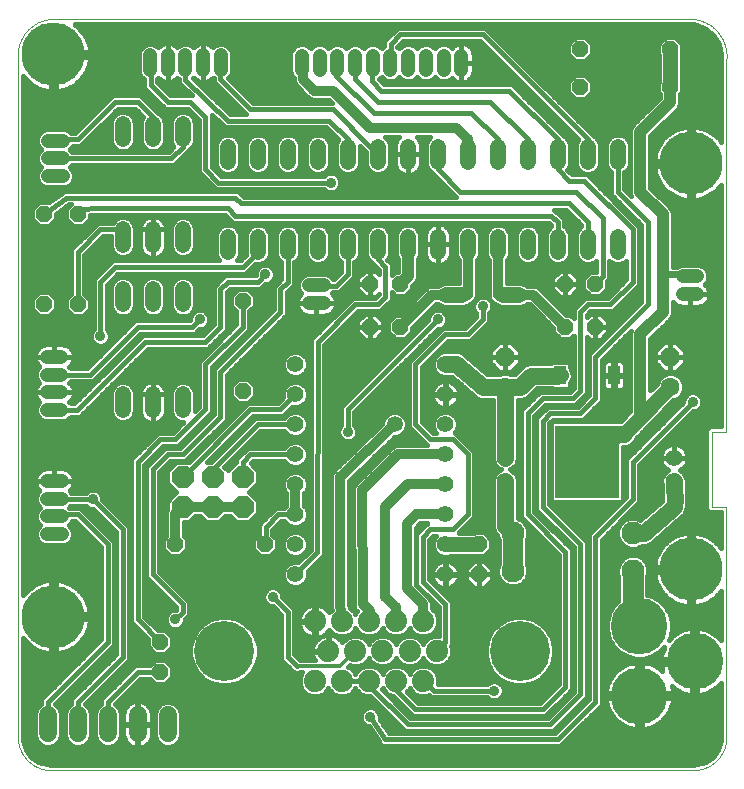
<source format=gtl>
G75*
%MOIN*%
%OFA0B0*%
%FSLAX25Y25*%
%IPPOS*%
%LPD*%
%AMOC8*
5,1,8,0,0,1.08239X$1,22.5*
%
%ADD10C,0.00000*%
%ADD11C,0.07400*%
%ADD12C,0.20000*%
%ADD13C,0.07600*%
%ADD14OC8,0.05200*%
%ADD15C,0.18898*%
%ADD16C,0.05543*%
%ADD17OC8,0.06300*%
%ADD18C,0.06300*%
%ADD19C,0.05200*%
%ADD20C,0.04756*%
%ADD21C,0.21000*%
%ADD22OC8,0.07400*%
%ADD23C,0.05600*%
%ADD24R,0.21260X0.24409*%
%ADD25R,0.03937X0.06299*%
%ADD26C,0.06000*%
%ADD27C,0.04000*%
%ADD28C,0.05000*%
%ADD29C,0.02400*%
%ADD30C,0.03200*%
%ADD31C,0.05600*%
%ADD32C,0.01600*%
%ADD33R,0.18000X0.18000*%
%ADD34C,0.03562*%
%ADD35C,0.05315*%
%ADD36C,0.01200*%
%ADD37C,0.06600*%
%ADD38C,0.07000*%
D10*
X0032936Y0031270D02*
X0246885Y0031270D01*
X0247154Y0031273D01*
X0247423Y0031283D01*
X0247692Y0031299D01*
X0247960Y0031322D01*
X0248227Y0031351D01*
X0248494Y0031387D01*
X0248760Y0031429D01*
X0249025Y0031477D01*
X0249288Y0031532D01*
X0249550Y0031594D01*
X0249811Y0031661D01*
X0250069Y0031735D01*
X0250326Y0031815D01*
X0250581Y0031901D01*
X0250834Y0031994D01*
X0251084Y0032092D01*
X0251332Y0032197D01*
X0251578Y0032307D01*
X0251820Y0032423D01*
X0252060Y0032546D01*
X0252297Y0032673D01*
X0252531Y0032807D01*
X0252761Y0032946D01*
X0252988Y0033091D01*
X0253211Y0033241D01*
X0253431Y0033397D01*
X0253646Y0033558D01*
X0253858Y0033724D01*
X0254066Y0033895D01*
X0254270Y0034071D01*
X0254469Y0034251D01*
X0254664Y0034437D01*
X0254854Y0034627D01*
X0255040Y0034822D01*
X0255220Y0035021D01*
X0255396Y0035225D01*
X0255567Y0035433D01*
X0255733Y0035645D01*
X0255894Y0035860D01*
X0256050Y0036080D01*
X0256200Y0036303D01*
X0256345Y0036530D01*
X0256484Y0036760D01*
X0256618Y0036994D01*
X0256745Y0037231D01*
X0256868Y0037471D01*
X0256984Y0037713D01*
X0257094Y0037959D01*
X0257199Y0038207D01*
X0257297Y0038457D01*
X0257390Y0038710D01*
X0257476Y0038965D01*
X0257556Y0039222D01*
X0257630Y0039480D01*
X0257697Y0039741D01*
X0257759Y0040003D01*
X0257814Y0040266D01*
X0257862Y0040531D01*
X0257904Y0040797D01*
X0257940Y0041064D01*
X0257969Y0041331D01*
X0257992Y0041599D01*
X0258008Y0041868D01*
X0258018Y0042137D01*
X0258021Y0042406D01*
X0258020Y0042406D02*
X0258020Y0119115D01*
X0253099Y0119115D01*
X0253099Y0144080D01*
X0258020Y0144080D01*
X0258020Y0268166D01*
X0258045Y0268464D01*
X0258063Y0268762D01*
X0258074Y0269061D01*
X0258077Y0269360D01*
X0258073Y0269659D01*
X0258062Y0269958D01*
X0258044Y0270256D01*
X0258018Y0270554D01*
X0257985Y0270851D01*
X0257945Y0271148D01*
X0257898Y0271443D01*
X0257844Y0271737D01*
X0257783Y0272030D01*
X0257714Y0272321D01*
X0257639Y0272610D01*
X0257557Y0272898D01*
X0257467Y0273183D01*
X0257371Y0273466D01*
X0257268Y0273747D01*
X0257159Y0274025D01*
X0257042Y0274300D01*
X0256919Y0274573D01*
X0256790Y0274842D01*
X0256654Y0275109D01*
X0256511Y0275372D01*
X0256362Y0275631D01*
X0256208Y0275887D01*
X0256046Y0276139D01*
X0255879Y0276386D01*
X0255706Y0276630D01*
X0255527Y0276870D01*
X0255343Y0277105D01*
X0255152Y0277336D01*
X0254957Y0277562D01*
X0254755Y0277783D01*
X0254549Y0277999D01*
X0254337Y0278210D01*
X0254121Y0278416D01*
X0253899Y0278617D01*
X0253673Y0278812D01*
X0253442Y0279002D01*
X0253206Y0279186D01*
X0252966Y0279365D01*
X0252722Y0279537D01*
X0252474Y0279704D01*
X0252221Y0279864D01*
X0251965Y0280019D01*
X0251706Y0280167D01*
X0251442Y0280309D01*
X0251176Y0280444D01*
X0250906Y0280573D01*
X0250633Y0280696D01*
X0250358Y0280812D01*
X0250079Y0280921D01*
X0249798Y0281023D01*
X0249515Y0281118D01*
X0249229Y0281207D01*
X0248942Y0281289D01*
X0248652Y0281364D01*
X0248361Y0281431D01*
X0248068Y0281492D01*
X0247774Y0281546D01*
X0247479Y0281592D01*
X0247182Y0281631D01*
X0246885Y0281663D01*
X0246885Y0281664D02*
X0033374Y0281664D01*
X0033085Y0281651D01*
X0032797Y0281631D01*
X0032508Y0281604D01*
X0032221Y0281570D01*
X0031935Y0281529D01*
X0031649Y0281481D01*
X0031365Y0281426D01*
X0031082Y0281365D01*
X0030801Y0281297D01*
X0030522Y0281222D01*
X0030244Y0281140D01*
X0029969Y0281051D01*
X0029695Y0280956D01*
X0029425Y0280854D01*
X0029156Y0280746D01*
X0028890Y0280632D01*
X0028628Y0280511D01*
X0028368Y0280383D01*
X0028111Y0280250D01*
X0027858Y0280110D01*
X0027608Y0279964D01*
X0027362Y0279812D01*
X0027119Y0279654D01*
X0026880Y0279491D01*
X0026646Y0279321D01*
X0026415Y0279147D01*
X0026189Y0278966D01*
X0025967Y0278780D01*
X0025750Y0278589D01*
X0025537Y0278393D01*
X0025330Y0278191D01*
X0025127Y0277985D01*
X0024929Y0277774D01*
X0024736Y0277558D01*
X0024549Y0277337D01*
X0024367Y0277112D01*
X0024191Y0276883D01*
X0024020Y0276649D01*
X0023855Y0276412D01*
X0023695Y0276170D01*
X0023542Y0275925D01*
X0023394Y0275676D01*
X0023253Y0275424D01*
X0023117Y0275168D01*
X0022988Y0274909D01*
X0022866Y0274647D01*
X0022749Y0274382D01*
X0022639Y0274114D01*
X0022536Y0273844D01*
X0022439Y0273572D01*
X0022348Y0273297D01*
X0022265Y0273020D01*
X0022188Y0272741D01*
X0022117Y0272460D01*
X0022054Y0272178D01*
X0021997Y0271894D01*
X0021948Y0271609D01*
X0021905Y0271323D01*
X0021869Y0271036D01*
X0021840Y0270748D01*
X0021818Y0270459D01*
X0021803Y0270170D01*
X0021795Y0269881D01*
X0021794Y0269592D01*
X0021800Y0269302D01*
X0021800Y0042406D01*
X0021803Y0042137D01*
X0021813Y0041868D01*
X0021829Y0041599D01*
X0021852Y0041331D01*
X0021881Y0041064D01*
X0021917Y0040797D01*
X0021959Y0040531D01*
X0022007Y0040266D01*
X0022062Y0040003D01*
X0022124Y0039741D01*
X0022191Y0039480D01*
X0022265Y0039222D01*
X0022345Y0038965D01*
X0022431Y0038710D01*
X0022524Y0038457D01*
X0022622Y0038207D01*
X0022727Y0037959D01*
X0022837Y0037713D01*
X0022953Y0037471D01*
X0023076Y0037231D01*
X0023203Y0036994D01*
X0023337Y0036760D01*
X0023476Y0036530D01*
X0023621Y0036303D01*
X0023771Y0036080D01*
X0023927Y0035860D01*
X0024088Y0035645D01*
X0024254Y0035433D01*
X0024425Y0035225D01*
X0024601Y0035021D01*
X0024781Y0034822D01*
X0024967Y0034627D01*
X0025157Y0034437D01*
X0025352Y0034251D01*
X0025551Y0034071D01*
X0025755Y0033895D01*
X0025963Y0033724D01*
X0026175Y0033558D01*
X0026390Y0033397D01*
X0026610Y0033241D01*
X0026833Y0033091D01*
X0027060Y0032946D01*
X0027290Y0032807D01*
X0027524Y0032673D01*
X0027761Y0032546D01*
X0028001Y0032423D01*
X0028243Y0032307D01*
X0028489Y0032197D01*
X0028737Y0032092D01*
X0028987Y0031994D01*
X0029240Y0031901D01*
X0029495Y0031815D01*
X0029752Y0031735D01*
X0030010Y0031661D01*
X0030271Y0031594D01*
X0030533Y0031532D01*
X0030796Y0031477D01*
X0031061Y0031429D01*
X0031327Y0031387D01*
X0031594Y0031351D01*
X0031861Y0031322D01*
X0032129Y0031299D01*
X0032398Y0031283D01*
X0032667Y0031273D01*
X0032936Y0031270D01*
D11*
X0120855Y0060955D03*
X0125343Y0070955D03*
X0134359Y0070955D03*
X0143375Y0070955D03*
X0138887Y0060955D03*
X0147902Y0060955D03*
X0156918Y0060955D03*
X0161406Y0070955D03*
X0152391Y0070955D03*
X0147902Y0080955D03*
X0138887Y0080955D03*
X0129871Y0080955D03*
X0120855Y0080955D03*
X0129871Y0060955D03*
X0156918Y0080955D03*
D12*
X0189123Y0070955D03*
X0090698Y0070955D03*
D13*
X0186800Y0097776D03*
X0186800Y0110276D03*
X0226800Y0110276D03*
X0226800Y0097776D03*
D14*
X0175550Y0096526D03*
X0175550Y0106526D03*
X0149300Y0179026D03*
X0139300Y0179026D03*
X0139300Y0193401D03*
X0149300Y0193401D03*
X0096800Y0187776D03*
X0096800Y0157776D03*
X0104300Y0106526D03*
X0074300Y0106526D03*
X0069300Y0074026D03*
X0069300Y0064026D03*
X0041800Y0186526D03*
X0030550Y0186526D03*
X0030550Y0216526D03*
X0041800Y0216526D03*
X0204300Y0193401D03*
X0214300Y0193401D03*
X0214300Y0179026D03*
X0204300Y0179026D03*
X0209300Y0259026D03*
X0209300Y0271526D03*
X0239300Y0271526D03*
X0239300Y0259026D03*
D15*
X0228969Y0079339D03*
X0247473Y0067528D03*
X0228969Y0056111D03*
D16*
X0164300Y0096526D03*
X0164300Y0106526D03*
X0164300Y0116526D03*
X0164300Y0126526D03*
X0164300Y0136526D03*
X0164300Y0146526D03*
X0164300Y0156526D03*
X0164300Y0166526D03*
X0114300Y0166526D03*
X0114300Y0156526D03*
X0114300Y0146526D03*
X0114300Y0136526D03*
X0114300Y0126526D03*
X0114300Y0116526D03*
X0114300Y0106526D03*
X0114300Y0096526D03*
D17*
X0184300Y0169026D03*
X0239300Y0169026D03*
D18*
X0239300Y0159026D03*
X0184300Y0159026D03*
D19*
X0183700Y0189651D02*
X0188900Y0189651D01*
X0191800Y0203926D02*
X0191800Y0209126D01*
X0181800Y0209126D02*
X0181800Y0203926D01*
X0171800Y0203926D02*
X0171800Y0209126D01*
X0161800Y0209126D02*
X0161800Y0203926D01*
X0151800Y0203926D02*
X0151800Y0209126D01*
X0141800Y0209126D02*
X0141800Y0203926D01*
X0131800Y0203926D02*
X0131800Y0209126D01*
X0121800Y0209126D02*
X0121800Y0203926D01*
X0111800Y0203926D02*
X0111800Y0209126D01*
X0101800Y0209126D02*
X0101800Y0203926D01*
X0091800Y0203926D02*
X0091800Y0209126D01*
X0076800Y0211526D02*
X0076800Y0206326D01*
X0066800Y0206326D02*
X0066800Y0211526D01*
X0056800Y0211526D02*
X0056800Y0206326D01*
X0056800Y0191726D02*
X0056800Y0186526D01*
X0066800Y0186526D02*
X0066800Y0191726D01*
X0076800Y0191726D02*
X0076800Y0186526D01*
X0076800Y0156526D02*
X0076800Y0151326D01*
X0066800Y0151326D02*
X0066800Y0156526D01*
X0056800Y0156526D02*
X0056800Y0151326D01*
X0091800Y0233926D02*
X0091800Y0239126D01*
X0101800Y0239126D02*
X0101800Y0233926D01*
X0111800Y0233926D02*
X0111800Y0239126D01*
X0121800Y0239126D02*
X0121800Y0233926D01*
X0131800Y0233926D02*
X0131800Y0239126D01*
X0141800Y0239126D02*
X0141800Y0233926D01*
X0151800Y0233926D02*
X0151800Y0239126D01*
X0161800Y0239126D02*
X0161800Y0233926D01*
X0171800Y0233926D02*
X0171800Y0239126D01*
X0181800Y0239126D02*
X0181800Y0233926D01*
X0191800Y0233926D02*
X0191800Y0239126D01*
X0201800Y0239126D02*
X0201800Y0233926D01*
X0211800Y0233926D02*
X0211800Y0239126D01*
X0221800Y0239126D02*
X0221800Y0233926D01*
X0221800Y0209126D02*
X0221800Y0203926D01*
X0211800Y0203926D02*
X0211800Y0209126D01*
X0201800Y0209126D02*
X0201800Y0203926D01*
X0169900Y0189651D02*
X0164700Y0189651D01*
X0076800Y0241526D02*
X0076800Y0246726D01*
X0066800Y0246726D02*
X0066800Y0241526D01*
X0056800Y0241526D02*
X0056800Y0246726D01*
D20*
X0065894Y0264768D02*
X0065894Y0269524D01*
X0071800Y0269524D02*
X0071800Y0264768D01*
X0077706Y0264768D02*
X0077706Y0269524D01*
X0083611Y0269524D02*
X0083611Y0264768D01*
X0089517Y0264768D02*
X0089517Y0269524D01*
X0116489Y0269455D02*
X0116489Y0264699D01*
X0122394Y0264699D02*
X0122394Y0269455D01*
X0128300Y0269455D02*
X0128300Y0264699D01*
X0134206Y0264699D02*
X0134206Y0269455D01*
X0140111Y0269455D02*
X0140111Y0264699D01*
X0146017Y0264699D02*
X0146017Y0269455D01*
X0151922Y0269455D02*
X0151922Y0264699D01*
X0157828Y0264699D02*
X0157828Y0269455D01*
X0163733Y0269455D02*
X0163733Y0264699D01*
X0169639Y0264699D02*
X0169639Y0269455D01*
X0123725Y0192904D02*
X0118969Y0192904D01*
X0118969Y0186998D02*
X0123725Y0186998D01*
X0036383Y0169065D02*
X0031627Y0169065D01*
X0031627Y0163160D02*
X0036383Y0163160D01*
X0036383Y0157254D02*
X0031627Y0157254D01*
X0031627Y0151349D02*
X0036383Y0151349D01*
X0036426Y0127678D02*
X0031670Y0127678D01*
X0031670Y0121772D02*
X0036426Y0121772D01*
X0036426Y0115867D02*
X0031670Y0115867D01*
X0031670Y0109961D02*
X0036426Y0109961D01*
X0036776Y0229302D02*
X0032020Y0229302D01*
X0032020Y0235207D02*
X0036776Y0235207D01*
X0036776Y0241113D02*
X0032020Y0241113D01*
X0243517Y0195876D02*
X0248272Y0195876D01*
X0248272Y0189971D02*
X0243517Y0189971D01*
D21*
X0246209Y0233632D03*
X0246209Y0098199D03*
X0033611Y0082451D03*
X0033611Y0269853D03*
D22*
X0076800Y0129026D03*
X0076800Y0119026D03*
X0086800Y0119026D03*
X0086800Y0129026D03*
X0096800Y0129026D03*
X0096800Y0119026D03*
D23*
X0184300Y0127589D03*
X0184300Y0135463D03*
X0240550Y0135463D03*
X0240550Y0127589D03*
D24*
X0211564Y0134164D03*
D25*
X0220540Y0162904D03*
X0202587Y0162904D03*
D26*
X0071800Y0049526D02*
X0071800Y0043526D01*
X0061800Y0043526D02*
X0061800Y0049526D01*
X0051800Y0049526D02*
X0051800Y0043526D01*
X0041800Y0043526D02*
X0041800Y0049526D01*
X0031800Y0049526D02*
X0031800Y0043526D01*
D27*
X0149300Y0193401D02*
X0151800Y0195901D01*
X0151800Y0206526D01*
X0229300Y0224026D02*
X0236800Y0216526D01*
X0236800Y0196526D01*
X0236800Y0184026D01*
X0229300Y0176526D01*
X0229300Y0149026D01*
X0229300Y0224026D02*
X0229300Y0244026D01*
X0239300Y0254026D01*
X0239300Y0259026D01*
D28*
X0239300Y0271526D01*
X0239300Y0159026D02*
X0223887Y0143357D01*
X0175550Y0106526D02*
X0164300Y0106526D01*
D29*
X0164300Y0166526D02*
X0164477Y0166703D01*
X0229300Y0149026D02*
X0239300Y0159026D01*
X0245894Y0195876D02*
X0242745Y0196526D01*
X0236800Y0196526D01*
D30*
X0204300Y0179026D02*
X0193675Y0189651D01*
X0186300Y0189651D01*
X0181800Y0189651D01*
X0181800Y0206526D01*
X0171800Y0206526D02*
X0171800Y0189651D01*
X0167300Y0189651D01*
X0159925Y0189651D01*
X0149300Y0179026D01*
X0147391Y0146526D02*
X0129300Y0129026D01*
X0129300Y0086526D01*
X0129871Y0080955D01*
X0136800Y0086526D02*
X0139123Y0084203D01*
X0139123Y0081191D01*
X0138887Y0080955D01*
X0136800Y0086526D02*
X0136623Y0124735D01*
X0148414Y0136526D01*
X0164300Y0136526D01*
X0164300Y0126526D02*
X0151800Y0126526D01*
X0144300Y0119026D01*
X0144300Y0089026D01*
X0147784Y0085542D01*
X0147784Y0081073D01*
X0147902Y0080955D01*
X0156446Y0081428D02*
X0156918Y0080955D01*
X0156446Y0081428D02*
X0156800Y0086526D01*
X0151446Y0091880D01*
X0151446Y0113298D01*
X0154674Y0116526D01*
X0164300Y0116526D01*
X0114300Y0116526D02*
X0114300Y0126526D01*
X0096800Y0119026D02*
X0086800Y0119026D01*
X0076800Y0119026D01*
X0074300Y0116526D01*
X0074300Y0106526D01*
X0171800Y0236526D02*
X0171800Y0241526D01*
X0168050Y0245276D01*
X0139300Y0245276D01*
X0126800Y0257776D01*
X0120550Y0257776D01*
X0116800Y0261526D01*
X0116489Y0267077D01*
D31*
X0164477Y0166703D02*
X0167981Y0166703D01*
X0176800Y0159026D01*
X0184300Y0159026D01*
X0184300Y0135463D01*
X0184300Y0127589D02*
X0184300Y0112776D01*
X0186800Y0110276D01*
X0214064Y0138357D02*
X0221800Y0143357D01*
X0223887Y0143357D01*
X0240550Y0127589D02*
X0240698Y0125246D01*
X0240786Y0121585D01*
X0240550Y0119085D01*
X0230550Y0110276D01*
X0226800Y0110276D01*
X0189300Y0159026D02*
X0184300Y0159026D01*
X0189300Y0159026D02*
X0193050Y0162776D01*
X0201175Y0162776D01*
X0202587Y0162904D01*
D32*
X0028697Y0034088D02*
X0026334Y0035804D01*
X0024617Y0038167D01*
X0023715Y0040945D01*
X0023600Y0042406D01*
X0023600Y0075277D01*
X0024425Y0074242D01*
X0025402Y0073265D01*
X0026482Y0072404D01*
X0027652Y0071669D01*
X0028897Y0071070D01*
X0030201Y0070613D01*
X0031547Y0070306D01*
X0032811Y0070163D01*
X0032811Y0081651D01*
X0034411Y0081651D01*
X0034411Y0070163D01*
X0035675Y0070306D01*
X0037021Y0070613D01*
X0038325Y0071070D01*
X0039570Y0071669D01*
X0040740Y0072404D01*
X0041820Y0073265D01*
X0042797Y0074242D01*
X0043658Y0075322D01*
X0044393Y0076492D01*
X0044993Y0077737D01*
X0045449Y0079041D01*
X0045756Y0080388D01*
X0045899Y0081651D01*
X0034411Y0081651D01*
X0034411Y0083251D01*
X0045899Y0083251D01*
X0045756Y0084515D01*
X0045449Y0085862D01*
X0044993Y0087166D01*
X0044393Y0088410D01*
X0043658Y0089580D01*
X0042797Y0090660D01*
X0041820Y0091637D01*
X0040740Y0092498D01*
X0039570Y0093233D01*
X0038325Y0093833D01*
X0037021Y0094289D01*
X0035675Y0094596D01*
X0034411Y0094739D01*
X0034411Y0083251D01*
X0032811Y0083251D01*
X0032811Y0094739D01*
X0031547Y0094596D01*
X0030201Y0094289D01*
X0028897Y0093833D01*
X0027652Y0093233D01*
X0026482Y0092498D01*
X0025402Y0091637D01*
X0024425Y0090660D01*
X0023600Y0089625D01*
X0023600Y0262679D01*
X0024425Y0261644D01*
X0025402Y0260667D01*
X0026482Y0259806D01*
X0027652Y0259071D01*
X0028897Y0258471D01*
X0030201Y0258015D01*
X0031547Y0257707D01*
X0032811Y0257565D01*
X0032811Y0269053D01*
X0034411Y0269053D01*
X0034411Y0270653D01*
X0045899Y0270653D01*
X0045756Y0271916D01*
X0045449Y0273263D01*
X0044993Y0274567D01*
X0044393Y0275812D01*
X0043658Y0276982D01*
X0042797Y0278062D01*
X0041820Y0279039D01*
X0040785Y0279864D01*
X0246760Y0279864D01*
X0248347Y0279585D01*
X0251381Y0278267D01*
X0253860Y0276076D01*
X0255540Y0273226D01*
X0256257Y0269997D01*
X0256239Y0268930D01*
X0256220Y0268912D01*
X0256220Y0268252D01*
X0256158Y0267596D01*
X0256220Y0267519D01*
X0256220Y0240806D01*
X0255395Y0241841D01*
X0254418Y0242818D01*
X0253338Y0243679D01*
X0252169Y0244414D01*
X0250924Y0245014D01*
X0249620Y0245470D01*
X0248273Y0245778D01*
X0247009Y0245920D01*
X0247009Y0234432D01*
X0245409Y0234432D01*
X0245409Y0232832D01*
X0233922Y0232832D01*
X0234064Y0231569D01*
X0234372Y0230222D01*
X0234828Y0228918D01*
X0235427Y0227673D01*
X0236162Y0226503D01*
X0237024Y0225423D01*
X0238000Y0224446D01*
X0239081Y0223585D01*
X0240250Y0222850D01*
X0241495Y0222251D01*
X0242799Y0221794D01*
X0244146Y0221487D01*
X0245409Y0221345D01*
X0245409Y0232832D01*
X0247009Y0232832D01*
X0247009Y0221345D01*
X0248273Y0221487D01*
X0249620Y0221794D01*
X0250924Y0222251D01*
X0252169Y0222850D01*
X0253338Y0223585D01*
X0254418Y0224446D01*
X0255395Y0225423D01*
X0256220Y0226458D01*
X0256220Y0145880D01*
X0252354Y0145880D01*
X0251299Y0144826D01*
X0251299Y0118369D01*
X0252354Y0117315D01*
X0256220Y0117315D01*
X0256220Y0105373D01*
X0255395Y0106408D01*
X0254418Y0107385D01*
X0253338Y0108246D01*
X0252169Y0108981D01*
X0250924Y0109581D01*
X0249620Y0110037D01*
X0248273Y0110345D01*
X0247009Y0110487D01*
X0247009Y0098999D01*
X0245409Y0098999D01*
X0245409Y0097399D01*
X0233922Y0097399D01*
X0234064Y0096136D01*
X0234372Y0094789D01*
X0234828Y0093485D01*
X0235427Y0092240D01*
X0236162Y0091070D01*
X0237024Y0089990D01*
X0238000Y0089013D01*
X0239081Y0088152D01*
X0240250Y0087417D01*
X0241495Y0086818D01*
X0242799Y0086361D01*
X0244146Y0086054D01*
X0245409Y0085912D01*
X0245409Y0097399D01*
X0247009Y0097399D01*
X0247009Y0085912D01*
X0248273Y0086054D01*
X0249620Y0086361D01*
X0250924Y0086818D01*
X0252169Y0087417D01*
X0253338Y0088152D01*
X0254418Y0089013D01*
X0255395Y0089990D01*
X0256220Y0091025D01*
X0256220Y0074601D01*
X0255874Y0075036D01*
X0254981Y0075929D01*
X0253993Y0076717D01*
X0252923Y0077389D01*
X0251785Y0077937D01*
X0250592Y0078355D01*
X0249360Y0078636D01*
X0248273Y0078758D01*
X0248273Y0068328D01*
X0246673Y0068328D01*
X0246673Y0066728D01*
X0248273Y0066728D01*
X0248273Y0056298D01*
X0249360Y0056421D01*
X0250592Y0056702D01*
X0251785Y0057119D01*
X0252923Y0057668D01*
X0253993Y0058340D01*
X0254981Y0059128D01*
X0255874Y0060021D01*
X0256220Y0060455D01*
X0256220Y0042406D01*
X0256106Y0040945D01*
X0255203Y0038167D01*
X0253486Y0035804D01*
X0251123Y0034088D01*
X0248345Y0033185D01*
X0246885Y0033070D01*
X0032936Y0033070D01*
X0031475Y0033185D01*
X0028697Y0034088D01*
X0030260Y0033580D02*
X0249561Y0033580D01*
X0252625Y0035178D02*
X0027196Y0035178D01*
X0025628Y0036777D02*
X0254193Y0036777D01*
X0255271Y0038375D02*
X0024550Y0038375D01*
X0024031Y0039974D02*
X0029130Y0039974D01*
X0029308Y0039796D02*
X0030925Y0039126D01*
X0032675Y0039126D01*
X0034292Y0039796D01*
X0035530Y0041034D01*
X0036200Y0042651D01*
X0036200Y0050401D01*
X0035530Y0052018D01*
X0034292Y0053256D01*
X0034186Y0053300D01*
X0054000Y0073115D01*
X0054000Y0107437D01*
X0044000Y0117437D01*
X0044000Y0117437D01*
X0042711Y0118726D01*
X0038909Y0118726D01*
X0038816Y0118819D01*
X0039323Y0119326D01*
X0044501Y0119326D01*
X0044998Y0118829D01*
X0046167Y0118345D01*
X0046870Y0118345D01*
X0054600Y0110615D01*
X0054600Y0069937D01*
X0039600Y0054937D01*
X0039600Y0053377D01*
X0039308Y0053256D01*
X0038070Y0052018D01*
X0037400Y0050401D01*
X0037400Y0042651D01*
X0038070Y0041034D01*
X0039308Y0039796D01*
X0040925Y0039126D01*
X0042675Y0039126D01*
X0044292Y0039796D01*
X0045530Y0041034D01*
X0046200Y0042651D01*
X0046200Y0050401D01*
X0045530Y0052018D01*
X0044292Y0053256D01*
X0044186Y0053300D01*
X0057711Y0066826D01*
X0059000Y0068115D01*
X0059000Y0112437D01*
X0049981Y0121456D01*
X0049981Y0122159D01*
X0049497Y0123328D01*
X0048602Y0124223D01*
X0047433Y0124707D01*
X0046167Y0124707D01*
X0044998Y0124223D01*
X0044501Y0123726D01*
X0039706Y0123726D01*
X0039629Y0123912D01*
X0039091Y0124450D01*
X0039148Y0124491D01*
X0039613Y0124956D01*
X0039999Y0125488D01*
X0040298Y0126074D01*
X0040501Y0126699D01*
X0040604Y0127349D01*
X0040604Y0127677D01*
X0034048Y0127677D01*
X0027492Y0127677D01*
X0027492Y0127349D01*
X0027595Y0126699D01*
X0027798Y0126074D01*
X0028097Y0125488D01*
X0028483Y0124956D01*
X0028948Y0124491D01*
X0029005Y0124450D01*
X0028467Y0123912D01*
X0027892Y0122524D01*
X0027892Y0121021D01*
X0028467Y0119632D01*
X0029280Y0118819D01*
X0028467Y0118007D01*
X0027892Y0116618D01*
X0027892Y0115115D01*
X0028467Y0113726D01*
X0029280Y0112914D01*
X0028467Y0112101D01*
X0027892Y0110712D01*
X0027892Y0109210D01*
X0028467Y0107821D01*
X0029530Y0106758D01*
X0030919Y0106183D01*
X0037177Y0106183D01*
X0038566Y0106758D01*
X0039629Y0107821D01*
X0040204Y0109210D01*
X0040204Y0110712D01*
X0039629Y0112101D01*
X0038816Y0112914D01*
X0039629Y0113726D01*
X0039877Y0114326D01*
X0040889Y0114326D01*
X0049600Y0105615D01*
X0049600Y0074937D01*
X0029600Y0054937D01*
X0029600Y0053377D01*
X0029308Y0053256D01*
X0028070Y0052018D01*
X0027400Y0050401D01*
X0027400Y0042651D01*
X0028070Y0041034D01*
X0029308Y0039796D01*
X0027847Y0041572D02*
X0023666Y0041572D01*
X0023600Y0043171D02*
X0027400Y0043171D01*
X0027400Y0044769D02*
X0023600Y0044769D01*
X0023600Y0046368D02*
X0027400Y0046368D01*
X0027400Y0047966D02*
X0023600Y0047966D01*
X0023600Y0049565D02*
X0027400Y0049565D01*
X0027716Y0051163D02*
X0023600Y0051163D01*
X0023600Y0052762D02*
X0028813Y0052762D01*
X0029600Y0054360D02*
X0023600Y0054360D01*
X0023600Y0055959D02*
X0030622Y0055959D01*
X0032220Y0057558D02*
X0023600Y0057558D01*
X0023600Y0059156D02*
X0033819Y0059156D01*
X0035417Y0060755D02*
X0023600Y0060755D01*
X0023600Y0062353D02*
X0037016Y0062353D01*
X0038614Y0063952D02*
X0023600Y0063952D01*
X0023600Y0065550D02*
X0040213Y0065550D01*
X0041811Y0067149D02*
X0023600Y0067149D01*
X0023600Y0068747D02*
X0043410Y0068747D01*
X0045008Y0070346D02*
X0035849Y0070346D01*
X0034411Y0070346D02*
X0032811Y0070346D01*
X0031373Y0070346D02*
X0023600Y0070346D01*
X0023600Y0071944D02*
X0027214Y0071944D01*
X0025125Y0073543D02*
X0023600Y0073543D01*
X0023600Y0075141D02*
X0023708Y0075141D01*
X0032811Y0075141D02*
X0034411Y0075141D01*
X0034411Y0073543D02*
X0032811Y0073543D01*
X0032811Y0071944D02*
X0034411Y0071944D01*
X0034411Y0076740D02*
X0032811Y0076740D01*
X0032811Y0078338D02*
X0034411Y0078338D01*
X0034411Y0079937D02*
X0032811Y0079937D01*
X0032811Y0081535D02*
X0034411Y0081535D01*
X0034411Y0083134D02*
X0049600Y0083134D01*
X0049600Y0084732D02*
X0045707Y0084732D01*
X0045285Y0086331D02*
X0049600Y0086331D01*
X0049600Y0087929D02*
X0044625Y0087929D01*
X0043691Y0089528D02*
X0049600Y0089528D01*
X0049600Y0091126D02*
X0042331Y0091126D01*
X0040380Y0092725D02*
X0049600Y0092725D01*
X0049600Y0094323D02*
X0036872Y0094323D01*
X0034411Y0094323D02*
X0032811Y0094323D01*
X0032811Y0092725D02*
X0034411Y0092725D01*
X0034411Y0091126D02*
X0032811Y0091126D01*
X0032811Y0089528D02*
X0034411Y0089528D01*
X0034411Y0087929D02*
X0032811Y0087929D01*
X0032811Y0086331D02*
X0034411Y0086331D01*
X0034411Y0084732D02*
X0032811Y0084732D01*
X0024891Y0091126D02*
X0023600Y0091126D01*
X0023600Y0092725D02*
X0026842Y0092725D01*
X0023600Y0094323D02*
X0030350Y0094323D01*
X0023600Y0095922D02*
X0049600Y0095922D01*
X0049600Y0097520D02*
X0023600Y0097520D01*
X0023600Y0099119D02*
X0049600Y0099119D01*
X0049600Y0100717D02*
X0023600Y0100717D01*
X0023600Y0102316D02*
X0049600Y0102316D01*
X0049600Y0103914D02*
X0023600Y0103914D01*
X0023600Y0105513D02*
X0049600Y0105513D01*
X0048103Y0107111D02*
X0038919Y0107111D01*
X0039997Y0108710D02*
X0046505Y0108710D01*
X0044906Y0110308D02*
X0040204Y0110308D01*
X0039709Y0111907D02*
X0043308Y0111907D01*
X0041709Y0113505D02*
X0039408Y0113505D01*
X0041800Y0116526D02*
X0036800Y0116526D01*
X0034048Y0115867D01*
X0028762Y0118301D02*
X0023600Y0118301D01*
X0023600Y0119899D02*
X0028356Y0119899D01*
X0027892Y0121498D02*
X0023600Y0121498D01*
X0023600Y0123096D02*
X0028129Y0123096D01*
X0028744Y0124695D02*
X0023600Y0124695D01*
X0023600Y0126293D02*
X0027727Y0126293D01*
X0027492Y0127678D02*
X0034048Y0127678D01*
X0034048Y0131855D01*
X0031341Y0131855D01*
X0030692Y0131753D01*
X0030066Y0131549D01*
X0029480Y0131251D01*
X0028948Y0130864D01*
X0028483Y0130399D01*
X0028097Y0129867D01*
X0027798Y0129281D01*
X0027595Y0128656D01*
X0027492Y0128006D01*
X0027492Y0127678D01*
X0027492Y0127892D02*
X0023600Y0127892D01*
X0023600Y0129491D02*
X0027905Y0129491D01*
X0029258Y0131089D02*
X0023600Y0131089D01*
X0023600Y0132688D02*
X0059600Y0132688D01*
X0059600Y0134286D02*
X0023600Y0134286D01*
X0023600Y0135885D02*
X0060547Y0135885D01*
X0060889Y0136226D02*
X0059600Y0134937D01*
X0059600Y0080615D01*
X0065300Y0074915D01*
X0065300Y0072369D01*
X0067643Y0070026D01*
X0070957Y0070026D01*
X0073300Y0072369D01*
X0073300Y0075683D01*
X0070957Y0078026D01*
X0068411Y0078026D01*
X0064000Y0082437D01*
X0064000Y0133115D01*
X0070211Y0139326D01*
X0075211Y0139326D01*
X0076500Y0140615D01*
X0086500Y0150615D01*
X0086500Y0165615D01*
X0099000Y0178115D01*
X0099000Y0184319D01*
X0100800Y0186119D01*
X0100800Y0189433D01*
X0098457Y0191776D01*
X0095143Y0191776D01*
X0092800Y0189433D01*
X0092800Y0186119D01*
X0094600Y0184319D01*
X0094600Y0179937D01*
X0083389Y0168726D01*
X0082100Y0167437D01*
X0082100Y0152437D01*
X0080800Y0151137D01*
X0080800Y0157322D01*
X0080191Y0158792D01*
X0079066Y0159917D01*
X0077596Y0160526D01*
X0076004Y0160526D01*
X0074534Y0159917D01*
X0073409Y0158792D01*
X0072800Y0157322D01*
X0072800Y0150530D01*
X0073409Y0149060D01*
X0074534Y0147935D01*
X0076004Y0147326D01*
X0076989Y0147326D01*
X0073389Y0143726D01*
X0068389Y0143726D01*
X0060889Y0136226D01*
X0062146Y0137483D02*
X0023600Y0137483D01*
X0023600Y0139082D02*
X0063744Y0139082D01*
X0065343Y0140680D02*
X0023600Y0140680D01*
X0023600Y0142279D02*
X0066941Y0142279D01*
X0069300Y0141526D02*
X0061800Y0134026D01*
X0061800Y0081526D01*
X0069300Y0074026D01*
X0072243Y0076740D02*
X0080874Y0076740D01*
X0081575Y0077955D02*
X0080075Y0075355D01*
X0079298Y0072456D01*
X0079298Y0069454D01*
X0080075Y0066555D01*
X0081575Y0063955D01*
X0083698Y0061833D01*
X0086297Y0060332D01*
X0089197Y0059555D01*
X0092198Y0059555D01*
X0095098Y0060332D01*
X0097697Y0061833D01*
X0099820Y0063955D01*
X0101321Y0066555D01*
X0102098Y0069454D01*
X0102098Y0072456D01*
X0101321Y0075355D01*
X0099820Y0077955D01*
X0097697Y0080077D01*
X0095098Y0081578D01*
X0092198Y0082355D01*
X0089197Y0082355D01*
X0086297Y0081578D01*
X0083698Y0080077D01*
X0081575Y0077955D01*
X0081959Y0078338D02*
X0068099Y0078338D01*
X0066501Y0079937D02*
X0071515Y0079937D01*
X0071603Y0079724D02*
X0071119Y0080893D01*
X0071119Y0082159D01*
X0071603Y0083328D01*
X0072498Y0084223D01*
X0073667Y0084707D01*
X0074370Y0084707D01*
X0074600Y0084937D01*
X0074600Y0085615D01*
X0064600Y0095615D01*
X0064600Y0132437D01*
X0065889Y0133726D01*
X0070889Y0138726D01*
X0075889Y0138726D01*
X0087100Y0149937D01*
X0087100Y0164937D01*
X0088389Y0166226D01*
X0107100Y0184937D01*
X0107100Y0192437D01*
X0108389Y0193726D01*
X0109600Y0194937D01*
X0109600Y0200508D01*
X0109534Y0200535D01*
X0108409Y0201660D01*
X0107800Y0203130D01*
X0107800Y0209922D01*
X0108409Y0211392D01*
X0109534Y0212517D01*
X0111004Y0213126D01*
X0112596Y0213126D01*
X0114066Y0212517D01*
X0115191Y0211392D01*
X0115800Y0209922D01*
X0115800Y0203130D01*
X0115191Y0201660D01*
X0114066Y0200535D01*
X0114000Y0200508D01*
X0114000Y0193115D01*
X0111500Y0190615D01*
X0111500Y0183115D01*
X0091500Y0163115D01*
X0091500Y0148115D01*
X0079000Y0135615D01*
X0077711Y0134326D01*
X0072711Y0134326D01*
X0069000Y0130615D01*
X0069000Y0097437D01*
X0077711Y0088726D01*
X0079000Y0087437D01*
X0079000Y0083115D01*
X0077481Y0081596D01*
X0077481Y0080893D01*
X0076997Y0079724D01*
X0076102Y0078829D01*
X0074933Y0078345D01*
X0073667Y0078345D01*
X0072498Y0078829D01*
X0071603Y0079724D01*
X0071119Y0081535D02*
X0064902Y0081535D01*
X0064000Y0083134D02*
X0071523Y0083134D01*
X0074300Y0081526D02*
X0076800Y0084026D01*
X0076800Y0086526D01*
X0066800Y0096526D01*
X0066800Y0131526D01*
X0071800Y0136526D01*
X0076800Y0136526D01*
X0089300Y0149026D01*
X0089300Y0164026D01*
X0109300Y0184026D01*
X0109300Y0191526D01*
X0111800Y0194026D01*
X0111800Y0206526D01*
X0115800Y0206219D02*
X0117800Y0206219D01*
X0117800Y0204621D02*
X0115800Y0204621D01*
X0115755Y0203022D02*
X0117845Y0203022D01*
X0117800Y0203130D02*
X0118409Y0201660D01*
X0119534Y0200535D01*
X0121004Y0199926D01*
X0122596Y0199926D01*
X0124066Y0200535D01*
X0125191Y0201660D01*
X0125800Y0203130D01*
X0125800Y0209922D01*
X0125191Y0211392D01*
X0124066Y0212517D01*
X0122596Y0213126D01*
X0121004Y0213126D01*
X0119534Y0212517D01*
X0118409Y0211392D01*
X0117800Y0209922D01*
X0117800Y0203130D01*
X0118646Y0201424D02*
X0114954Y0201424D01*
X0114000Y0199825D02*
X0129600Y0199825D01*
X0129600Y0200508D02*
X0129600Y0197437D01*
X0127139Y0194976D01*
X0126956Y0194976D01*
X0126928Y0195044D01*
X0125865Y0196107D01*
X0124477Y0196682D01*
X0118218Y0196682D01*
X0116829Y0196107D01*
X0115766Y0195044D01*
X0115191Y0193655D01*
X0115191Y0192152D01*
X0115766Y0190764D01*
X0116304Y0190226D01*
X0116248Y0190185D01*
X0115783Y0189720D01*
X0115396Y0189188D01*
X0115097Y0188602D01*
X0114894Y0187977D01*
X0114791Y0187327D01*
X0114791Y0186998D01*
X0114791Y0186670D01*
X0114894Y0186020D01*
X0115097Y0185395D01*
X0115396Y0184809D01*
X0115783Y0184277D01*
X0116248Y0183812D01*
X0116780Y0183425D01*
X0117366Y0183127D01*
X0117991Y0182923D01*
X0118640Y0182820D01*
X0121347Y0182820D01*
X0121347Y0186998D01*
X0121347Y0186998D01*
X0114791Y0186998D01*
X0121347Y0186998D01*
X0121347Y0186998D01*
X0121347Y0182820D01*
X0124054Y0182820D01*
X0124704Y0182923D01*
X0125329Y0183127D01*
X0125915Y0183425D01*
X0126447Y0183812D01*
X0126912Y0184277D01*
X0127298Y0184809D01*
X0127597Y0185395D01*
X0127800Y0186020D01*
X0127903Y0186670D01*
X0127903Y0186998D01*
X0121347Y0186998D01*
X0121347Y0186998D01*
X0127903Y0186998D01*
X0127903Y0187327D01*
X0127800Y0187977D01*
X0127597Y0188602D01*
X0127298Y0189188D01*
X0126912Y0189720D01*
X0126447Y0190185D01*
X0126390Y0190226D01*
X0126740Y0190576D01*
X0128961Y0190576D01*
X0130250Y0191865D01*
X0134000Y0195615D01*
X0134000Y0200508D01*
X0134066Y0200535D01*
X0135191Y0201660D01*
X0135800Y0203130D01*
X0135800Y0209922D01*
X0135191Y0211392D01*
X0134066Y0212517D01*
X0132596Y0213126D01*
X0131004Y0213126D01*
X0129534Y0212517D01*
X0128409Y0211392D01*
X0127800Y0209922D01*
X0127800Y0203130D01*
X0128409Y0201660D01*
X0129534Y0200535D01*
X0129600Y0200508D01*
X0128646Y0201424D02*
X0124954Y0201424D01*
X0125755Y0203022D02*
X0127845Y0203022D01*
X0127800Y0204621D02*
X0125800Y0204621D01*
X0125800Y0206219D02*
X0127800Y0206219D01*
X0127800Y0207818D02*
X0125800Y0207818D01*
X0125800Y0209416D02*
X0127800Y0209416D01*
X0128253Y0211015D02*
X0125347Y0211015D01*
X0123834Y0212613D02*
X0129766Y0212613D01*
X0133834Y0212613D02*
X0139766Y0212613D01*
X0139534Y0212517D02*
X0138409Y0211392D01*
X0137800Y0209922D01*
X0137800Y0203130D01*
X0138409Y0201660D01*
X0139534Y0200535D01*
X0139783Y0200432D01*
X0142100Y0198115D01*
X0142100Y0196823D01*
X0141123Y0197801D01*
X0139300Y0197801D01*
X0139300Y0193401D01*
X0139300Y0193401D01*
X0139300Y0197801D01*
X0137477Y0197801D01*
X0134900Y0195224D01*
X0134900Y0193401D01*
X0139300Y0193401D01*
X0139300Y0193401D01*
X0139300Y0189001D01*
X0141123Y0189001D01*
X0142100Y0189978D01*
X0142100Y0189937D01*
X0140889Y0188726D01*
X0133389Y0188726D01*
X0120889Y0176226D01*
X0119600Y0174937D01*
X0119600Y0169029D01*
X0119464Y0104801D01*
X0115293Y0100630D01*
X0115130Y0100698D01*
X0113470Y0100698D01*
X0111937Y0100063D01*
X0110763Y0098889D01*
X0110128Y0097356D01*
X0110128Y0095696D01*
X0110763Y0094163D01*
X0111937Y0092989D01*
X0113470Y0092354D01*
X0115130Y0092354D01*
X0116663Y0092989D01*
X0117837Y0094163D01*
X0118472Y0095696D01*
X0118472Y0097356D01*
X0118404Y0097519D01*
X0123217Y0102332D01*
X0123860Y0102972D01*
X0123860Y0102975D01*
X0123862Y0102977D01*
X0123862Y0103885D01*
X0123998Y0168113D01*
X0124000Y0168115D01*
X0124000Y0169025D01*
X0124002Y0169933D01*
X0124000Y0169935D01*
X0124000Y0173115D01*
X0135211Y0184326D01*
X0142711Y0184326D01*
X0144000Y0185615D01*
X0146500Y0188115D01*
X0146500Y0190544D01*
X0147643Y0189401D01*
X0150957Y0189401D01*
X0153300Y0191744D01*
X0153300Y0192593D01*
X0154682Y0193975D01*
X0155200Y0195225D01*
X0155200Y0201682D01*
X0155800Y0203130D01*
X0155800Y0209922D01*
X0155191Y0211392D01*
X0154066Y0212517D01*
X0152596Y0213126D01*
X0151004Y0213126D01*
X0149534Y0212517D01*
X0148409Y0211392D01*
X0147800Y0209922D01*
X0147800Y0203130D01*
X0148400Y0201682D01*
X0148400Y0197401D01*
X0147643Y0197401D01*
X0146500Y0196258D01*
X0146500Y0199937D01*
X0145211Y0201226D01*
X0144984Y0201453D01*
X0145191Y0201660D01*
X0145800Y0203130D01*
X0145800Y0209922D01*
X0145191Y0211392D01*
X0144066Y0212517D01*
X0142596Y0213126D01*
X0141004Y0213126D01*
X0139534Y0212517D01*
X0138253Y0211015D02*
X0135347Y0211015D01*
X0135800Y0209416D02*
X0137800Y0209416D01*
X0137800Y0207818D02*
X0135800Y0207818D01*
X0135800Y0206219D02*
X0137800Y0206219D01*
X0137800Y0204621D02*
X0135800Y0204621D01*
X0135755Y0203022D02*
X0137845Y0203022D01*
X0138646Y0201424D02*
X0134954Y0201424D01*
X0134000Y0199825D02*
X0140390Y0199825D01*
X0141800Y0201526D02*
X0144300Y0199026D01*
X0144300Y0189026D01*
X0141800Y0186526D01*
X0134300Y0186526D01*
X0121800Y0174026D01*
X0121800Y0169026D01*
X0121662Y0103888D01*
X0114300Y0096526D01*
X0116024Y0092725D02*
X0126300Y0092725D01*
X0126300Y0094323D02*
X0117903Y0094323D01*
X0118472Y0095922D02*
X0126300Y0095922D01*
X0126300Y0097520D02*
X0118406Y0097520D01*
X0120004Y0099119D02*
X0126300Y0099119D01*
X0126300Y0100717D02*
X0121603Y0100717D01*
X0123201Y0102316D02*
X0126300Y0102316D01*
X0126300Y0103914D02*
X0123862Y0103914D01*
X0123866Y0105513D02*
X0126300Y0105513D01*
X0126300Y0107111D02*
X0123869Y0107111D01*
X0123872Y0108710D02*
X0126300Y0108710D01*
X0126300Y0110308D02*
X0123876Y0110308D01*
X0123879Y0111907D02*
X0126300Y0111907D01*
X0126300Y0113505D02*
X0123883Y0113505D01*
X0123886Y0115104D02*
X0126300Y0115104D01*
X0126300Y0116702D02*
X0123889Y0116702D01*
X0123893Y0118301D02*
X0126300Y0118301D01*
X0126300Y0119899D02*
X0123896Y0119899D01*
X0123899Y0121498D02*
X0126300Y0121498D01*
X0126300Y0123096D02*
X0123903Y0123096D01*
X0123906Y0124695D02*
X0126300Y0124695D01*
X0126300Y0126293D02*
X0123910Y0126293D01*
X0123913Y0127892D02*
X0126300Y0127892D01*
X0126300Y0128455D02*
X0126300Y0086965D01*
X0126255Y0086814D01*
X0126300Y0086373D01*
X0126300Y0085929D01*
X0126360Y0085783D01*
X0126465Y0084762D01*
X0125552Y0083848D01*
X0125050Y0084538D01*
X0124438Y0085150D01*
X0123738Y0085659D01*
X0122966Y0086052D01*
X0122143Y0086320D01*
X0121288Y0086455D01*
X0121055Y0086455D01*
X0121055Y0081155D01*
X0120655Y0081155D01*
X0120655Y0080755D01*
X0121055Y0080755D01*
X0121055Y0075455D01*
X0121288Y0075455D01*
X0122143Y0075591D01*
X0122648Y0075755D01*
X0122461Y0075659D01*
X0121760Y0075150D01*
X0121148Y0074538D01*
X0120639Y0073838D01*
X0120246Y0073066D01*
X0119979Y0072243D01*
X0119843Y0071388D01*
X0119843Y0071155D01*
X0125143Y0071155D01*
X0125143Y0070755D01*
X0119843Y0070755D01*
X0119843Y0070522D01*
X0119979Y0069667D01*
X0120246Y0068844D01*
X0120639Y0068072D01*
X0120764Y0067901D01*
X0116036Y0067901D01*
X0114000Y0069937D01*
X0114000Y0084937D01*
X0112711Y0086226D01*
X0109981Y0088956D01*
X0109981Y0089659D01*
X0109497Y0090828D01*
X0108602Y0091723D01*
X0107433Y0092207D01*
X0106167Y0092207D01*
X0104998Y0091723D01*
X0104103Y0090828D01*
X0103619Y0089659D01*
X0103619Y0088393D01*
X0104103Y0087224D01*
X0104998Y0086329D01*
X0106167Y0085845D01*
X0106870Y0085845D01*
X0109600Y0083115D01*
X0109600Y0068115D01*
X0114014Y0063701D01*
X0115836Y0063701D01*
X0116036Y0063901D01*
X0116589Y0063901D01*
X0116532Y0063844D01*
X0115755Y0061970D01*
X0115755Y0059941D01*
X0116532Y0058066D01*
X0117966Y0056632D01*
X0119841Y0055855D01*
X0121870Y0055855D01*
X0123744Y0056632D01*
X0125179Y0058066D01*
X0125363Y0058511D01*
X0125547Y0058066D01*
X0126982Y0056632D01*
X0128856Y0055855D01*
X0130885Y0055855D01*
X0132760Y0056632D01*
X0134194Y0058066D01*
X0134379Y0058511D01*
X0134563Y0058066D01*
X0135998Y0056632D01*
X0137872Y0055855D01*
X0139360Y0055855D01*
X0150889Y0044326D01*
X0200211Y0044326D01*
X0201500Y0045615D01*
X0211500Y0055615D01*
X0211500Y0107437D01*
X0210211Y0108726D01*
X0199000Y0119937D01*
X0199000Y0146865D01*
X0200211Y0148076D01*
X0210211Y0148076D01*
X0211500Y0149365D01*
X0216500Y0154365D01*
X0216500Y0168115D01*
X0226121Y0177736D01*
X0225900Y0177202D01*
X0225900Y0150965D01*
X0222756Y0147768D01*
X0200354Y0147768D01*
X0199534Y0146948D01*
X0199534Y0121379D01*
X0200354Y0120559D01*
X0222722Y0120559D01*
X0213389Y0111226D01*
X0212100Y0109937D01*
X0212100Y0054937D01*
X0200889Y0043726D01*
X0145477Y0043726D01*
X0142437Y0048287D01*
X0142481Y0048393D01*
X0142481Y0049659D01*
X0141997Y0050828D01*
X0141102Y0051723D01*
X0139933Y0052207D01*
X0138667Y0052207D01*
X0137498Y0051723D01*
X0136603Y0050828D01*
X0136119Y0049659D01*
X0136119Y0048393D01*
X0136603Y0047224D01*
X0137498Y0046329D01*
X0138667Y0045845D01*
X0138777Y0045845D01*
X0142100Y0040860D01*
X0142100Y0040615D01*
X0142590Y0040124D01*
X0142975Y0039547D01*
X0143215Y0039499D01*
X0143389Y0039326D01*
X0144082Y0039326D01*
X0144762Y0039190D01*
X0144966Y0039326D01*
X0202711Y0039326D01*
X0204000Y0040615D01*
X0216500Y0053115D01*
X0216500Y0108115D01*
X0229000Y0120615D01*
X0229000Y0133115D01*
X0246730Y0150845D01*
X0247433Y0150845D01*
X0248602Y0151329D01*
X0249497Y0152224D01*
X0249981Y0153393D01*
X0249981Y0154659D01*
X0249497Y0155828D01*
X0248602Y0156723D01*
X0247433Y0157207D01*
X0246167Y0157207D01*
X0244998Y0156723D01*
X0244103Y0155828D01*
X0243619Y0154659D01*
X0243619Y0153956D01*
X0225889Y0136226D01*
X0224600Y0134937D01*
X0224600Y0122437D01*
X0223594Y0121431D01*
X0223594Y0139157D01*
X0224722Y0139157D01*
X0226266Y0139796D01*
X0227447Y0140978D01*
X0227760Y0141733D01*
X0240357Y0154539D01*
X0241877Y0155169D01*
X0243157Y0156449D01*
X0243850Y0158121D01*
X0243850Y0159931D01*
X0243157Y0161603D01*
X0241877Y0162883D01*
X0240205Y0163576D01*
X0238395Y0163576D01*
X0236723Y0162883D01*
X0235443Y0161603D01*
X0234772Y0159984D01*
X0232700Y0157878D01*
X0232700Y0175118D01*
X0238726Y0181144D01*
X0239682Y0182100D01*
X0240200Y0183350D01*
X0240200Y0187428D01*
X0240330Y0187249D01*
X0240795Y0186784D01*
X0241327Y0186398D01*
X0241913Y0186099D01*
X0242538Y0185896D01*
X0243188Y0185793D01*
X0245894Y0185793D01*
X0245894Y0189971D01*
X0245895Y0189971D01*
X0252450Y0189971D01*
X0252450Y0190300D01*
X0252348Y0190949D01*
X0252144Y0191575D01*
X0251846Y0192161D01*
X0251459Y0192693D01*
X0250994Y0193158D01*
X0250938Y0193199D01*
X0251475Y0193736D01*
X0252050Y0195125D01*
X0252050Y0196628D01*
X0256220Y0196628D01*
X0256220Y0198227D02*
X0251265Y0198227D01*
X0251475Y0198016D02*
X0250412Y0199079D01*
X0249024Y0199654D01*
X0242765Y0199654D01*
X0241490Y0199126D01*
X0240200Y0199126D01*
X0240200Y0217202D01*
X0239682Y0218452D01*
X0238726Y0219408D01*
X0232700Y0225434D01*
X0232700Y0242618D01*
X0242182Y0252100D01*
X0242700Y0253350D01*
X0242700Y0256769D01*
X0243300Y0257369D01*
X0243300Y0260683D01*
X0243200Y0260783D01*
X0243200Y0269769D01*
X0243300Y0269869D01*
X0243300Y0273183D01*
X0240957Y0275526D01*
X0237643Y0275526D01*
X0235300Y0273183D01*
X0235300Y0269869D01*
X0235400Y0269769D01*
X0235400Y0260783D01*
X0235300Y0260683D01*
X0235300Y0257369D01*
X0235900Y0256769D01*
X0235900Y0255434D01*
X0227374Y0246908D01*
X0226418Y0245952D01*
X0225900Y0244702D01*
X0225900Y0223350D01*
X0226121Y0222816D01*
X0224000Y0224937D01*
X0224000Y0230508D01*
X0224066Y0230535D01*
X0225191Y0231660D01*
X0225800Y0233130D01*
X0225800Y0239922D01*
X0225191Y0241392D01*
X0224066Y0242517D01*
X0222596Y0243126D01*
X0221004Y0243126D01*
X0219534Y0242517D01*
X0218409Y0241392D01*
X0217800Y0239922D01*
X0217800Y0233130D01*
X0218409Y0231660D01*
X0219534Y0230535D01*
X0219600Y0230508D01*
X0219600Y0223115D01*
X0229600Y0213115D01*
X0229600Y0187437D01*
X0213389Y0171226D01*
X0212100Y0169937D01*
X0212100Y0156187D01*
X0208389Y0152476D01*
X0198389Y0152476D01*
X0195889Y0149976D01*
X0194600Y0148687D01*
X0194600Y0118115D01*
X0207100Y0105615D01*
X0207100Y0057437D01*
X0198389Y0048726D01*
X0152711Y0048726D01*
X0143257Y0058180D01*
X0143394Y0058511D01*
X0143579Y0058066D01*
X0145013Y0056632D01*
X0146840Y0055875D01*
X0152100Y0050615D01*
X0153389Y0049326D01*
X0197711Y0049326D01*
X0205211Y0056826D01*
X0206500Y0058115D01*
X0206500Y0104937D01*
X0194000Y0117437D01*
X0194000Y0149365D01*
X0197711Y0153076D01*
X0207711Y0153076D01*
X0210211Y0155576D01*
X0211500Y0156865D01*
X0211500Y0175603D01*
X0212477Y0174626D01*
X0214300Y0174626D01*
X0216123Y0174626D01*
X0218700Y0177203D01*
X0218700Y0179026D01*
X0218700Y0180849D01*
X0216123Y0183426D01*
X0214300Y0183426D01*
X0214300Y0179026D01*
X0214300Y0179026D01*
X0214300Y0183426D01*
X0212477Y0183426D01*
X0211500Y0182448D01*
X0211500Y0183115D01*
X0212711Y0184326D01*
X0220211Y0184326D01*
X0227711Y0191826D01*
X0229000Y0193115D01*
X0229000Y0212437D01*
X0212750Y0228687D01*
X0211511Y0229926D01*
X0212596Y0229926D01*
X0214066Y0230535D01*
X0215191Y0231660D01*
X0215800Y0233130D01*
X0215800Y0239922D01*
X0215191Y0241392D01*
X0214066Y0242517D01*
X0213817Y0242620D01*
X0179000Y0277437D01*
X0177711Y0278726D01*
X0148389Y0278726D01*
X0144642Y0274979D01*
X0144002Y0274376D01*
X0144001Y0274338D01*
X0143975Y0274312D01*
X0143975Y0273433D01*
X0143953Y0272690D01*
X0143876Y0272658D01*
X0143064Y0271845D01*
X0142251Y0272658D01*
X0140863Y0273233D01*
X0139360Y0273233D01*
X0137971Y0272658D01*
X0137158Y0271845D01*
X0136346Y0272658D01*
X0134957Y0273233D01*
X0133454Y0273233D01*
X0132065Y0272658D01*
X0131253Y0271845D01*
X0130440Y0272658D01*
X0129051Y0273233D01*
X0127549Y0273233D01*
X0126160Y0272658D01*
X0125347Y0271845D01*
X0124535Y0272658D01*
X0123146Y0273233D01*
X0121643Y0273233D01*
X0120254Y0272658D01*
X0119442Y0271845D01*
X0118629Y0272658D01*
X0117240Y0273233D01*
X0115737Y0273233D01*
X0114349Y0272658D01*
X0113286Y0271595D01*
X0112711Y0270207D01*
X0112711Y0263948D01*
X0113286Y0262559D01*
X0113764Y0262081D01*
X0113800Y0261442D01*
X0113800Y0260929D01*
X0113833Y0260849D01*
X0113838Y0260762D01*
X0114060Y0260300D01*
X0114257Y0259827D01*
X0114318Y0259765D01*
X0114356Y0259687D01*
X0114738Y0259345D01*
X0118007Y0256077D01*
X0118851Y0255233D01*
X0119953Y0254776D01*
X0125557Y0254776D01*
X0126607Y0253726D01*
X0100211Y0253726D01*
X0092014Y0261923D01*
X0092719Y0262628D01*
X0093294Y0264017D01*
X0093294Y0270275D01*
X0092719Y0271664D01*
X0091657Y0272727D01*
X0090268Y0273302D01*
X0088765Y0273302D01*
X0087376Y0272727D01*
X0086839Y0272189D01*
X0086798Y0272246D01*
X0086333Y0272711D01*
X0085801Y0273097D01*
X0085215Y0273396D01*
X0084589Y0273599D01*
X0083940Y0273702D01*
X0083611Y0273702D01*
X0083282Y0273702D01*
X0082633Y0273599D01*
X0082007Y0273396D01*
X0081421Y0273097D01*
X0080889Y0272711D01*
X0080424Y0272246D01*
X0080383Y0272189D01*
X0079846Y0272727D01*
X0078457Y0273302D01*
X0076954Y0273302D01*
X0075565Y0272727D01*
X0075028Y0272189D01*
X0074987Y0272246D01*
X0074522Y0272711D01*
X0073990Y0273097D01*
X0073404Y0273396D01*
X0072778Y0273599D01*
X0072129Y0273702D01*
X0071800Y0273702D01*
X0071800Y0267146D01*
X0071800Y0260590D01*
X0072129Y0260590D01*
X0072778Y0260693D01*
X0073404Y0260896D01*
X0073990Y0261195D01*
X0074522Y0261581D01*
X0074987Y0262046D01*
X0075028Y0262103D01*
X0075494Y0261637D01*
X0075506Y0261164D01*
X0075506Y0260280D01*
X0075528Y0260258D01*
X0075529Y0260226D01*
X0076169Y0259617D01*
X0076794Y0258991D01*
X0076826Y0258991D01*
X0079731Y0256226D01*
X0072711Y0256226D01*
X0068341Y0260596D01*
X0068295Y0261826D01*
X0068572Y0262103D01*
X0068613Y0262046D01*
X0069078Y0261581D01*
X0069610Y0261195D01*
X0070196Y0260896D01*
X0070822Y0260693D01*
X0071471Y0260590D01*
X0071800Y0260590D01*
X0071800Y0267146D01*
X0071800Y0267146D01*
X0071800Y0267146D01*
X0071800Y0273702D01*
X0071471Y0273702D01*
X0070822Y0273599D01*
X0070196Y0273396D01*
X0069610Y0273097D01*
X0069078Y0272711D01*
X0068613Y0272246D01*
X0068572Y0272189D01*
X0068035Y0272727D01*
X0066646Y0273302D01*
X0065143Y0273302D01*
X0063754Y0272727D01*
X0062692Y0271664D01*
X0062117Y0270275D01*
X0062117Y0264017D01*
X0062692Y0262628D01*
X0063754Y0261565D01*
X0063904Y0261503D01*
X0063975Y0259610D01*
X0063975Y0258740D01*
X0064009Y0258706D01*
X0064011Y0258658D01*
X0064648Y0258066D01*
X0069600Y0253115D01*
X0070889Y0251826D01*
X0078389Y0251826D01*
X0082100Y0248115D01*
X0082100Y0230615D01*
X0086475Y0226240D01*
X0087764Y0224951D01*
X0123876Y0224951D01*
X0124373Y0224454D01*
X0125542Y0223970D01*
X0126808Y0223970D01*
X0127977Y0224454D01*
X0128872Y0225349D01*
X0129356Y0226518D01*
X0129356Y0227784D01*
X0128872Y0228953D01*
X0127977Y0229848D01*
X0126808Y0230332D01*
X0125542Y0230332D01*
X0124373Y0229848D01*
X0123876Y0229351D01*
X0089586Y0229351D01*
X0086500Y0232437D01*
X0086500Y0249783D01*
X0090263Y0246201D01*
X0090889Y0245576D01*
X0090920Y0245576D01*
X0090943Y0245554D01*
X0091827Y0245576D01*
X0124639Y0245576D01*
X0128616Y0241599D01*
X0128409Y0241392D01*
X0127800Y0239922D01*
X0127800Y0233130D01*
X0128409Y0231660D01*
X0129534Y0230535D01*
X0131004Y0229926D01*
X0132596Y0229926D01*
X0134066Y0230535D01*
X0135191Y0231660D01*
X0135800Y0233130D01*
X0135800Y0239415D01*
X0137800Y0237415D01*
X0137800Y0233130D01*
X0138409Y0231660D01*
X0139534Y0230535D01*
X0141004Y0229926D01*
X0142596Y0229926D01*
X0144066Y0230535D01*
X0145191Y0231660D01*
X0145800Y0233130D01*
X0145800Y0239922D01*
X0145191Y0241392D01*
X0144307Y0242276D01*
X0148727Y0242276D01*
X0148444Y0241992D01*
X0148037Y0241432D01*
X0147722Y0240815D01*
X0147508Y0240156D01*
X0147400Y0239472D01*
X0147400Y0236526D01*
X0151800Y0236526D01*
X0156200Y0236526D01*
X0156200Y0239472D01*
X0156092Y0240156D01*
X0155878Y0240815D01*
X0155563Y0241432D01*
X0155156Y0241992D01*
X0154873Y0242276D01*
X0159293Y0242276D01*
X0158409Y0241392D01*
X0157800Y0239922D01*
X0157800Y0233130D01*
X0158409Y0231660D01*
X0159534Y0230535D01*
X0159783Y0230432D01*
X0167100Y0223115D01*
X0167739Y0222476D01*
X0097086Y0222476D01*
X0096500Y0223062D01*
X0095211Y0224351D01*
X0038206Y0224351D01*
X0037459Y0224458D01*
X0037317Y0224351D01*
X0037139Y0224351D01*
X0036605Y0223817D01*
X0032211Y0220522D01*
X0032207Y0220526D01*
X0028893Y0220526D01*
X0026550Y0218183D01*
X0026550Y0214869D01*
X0028893Y0212526D01*
X0032207Y0212526D01*
X0034550Y0214869D01*
X0034550Y0216776D01*
X0038783Y0219951D01*
X0039568Y0219951D01*
X0037800Y0218183D01*
X0037800Y0214869D01*
X0040143Y0212526D01*
X0043457Y0212526D01*
X0045800Y0214869D01*
X0045800Y0216266D01*
X0047956Y0216334D01*
X0090855Y0216334D01*
X0092101Y0215022D01*
X0092101Y0214987D01*
X0092725Y0214364D01*
X0093332Y0213725D01*
X0093367Y0213724D01*
X0093391Y0213700D01*
X0094273Y0213701D01*
X0095154Y0213678D01*
X0095179Y0213702D01*
X0198759Y0213833D01*
X0199600Y0213060D01*
X0199600Y0212544D01*
X0199534Y0212517D01*
X0198409Y0211392D01*
X0197800Y0209922D01*
X0197800Y0203130D01*
X0198409Y0201660D01*
X0199534Y0200535D01*
X0201004Y0199926D01*
X0202596Y0199926D01*
X0204066Y0200535D01*
X0205191Y0201660D01*
X0205800Y0203130D01*
X0205800Y0209922D01*
X0205191Y0211392D01*
X0204066Y0212517D01*
X0204000Y0212544D01*
X0204000Y0213169D01*
X0204036Y0213208D01*
X0204000Y0214072D01*
X0204000Y0214937D01*
X0203962Y0214975D01*
X0203960Y0215029D01*
X0203323Y0215614D01*
X0202711Y0216226D01*
X0202657Y0216226D01*
X0201137Y0217623D01*
X0200683Y0218076D01*
X0204639Y0218076D01*
X0209600Y0213115D01*
X0209600Y0212544D01*
X0209534Y0212517D01*
X0208409Y0211392D01*
X0207800Y0209922D01*
X0207800Y0203130D01*
X0208409Y0201660D01*
X0209534Y0200535D01*
X0211004Y0199926D01*
X0212596Y0199926D01*
X0214066Y0200535D01*
X0214600Y0201069D01*
X0214600Y0197401D01*
X0212643Y0197401D01*
X0210300Y0195058D01*
X0210300Y0191744D01*
X0212643Y0189401D01*
X0215957Y0189401D01*
X0218300Y0191744D01*
X0218300Y0194290D01*
X0219000Y0194990D01*
X0219000Y0201069D01*
X0219534Y0200535D01*
X0221004Y0199926D01*
X0222596Y0199926D01*
X0224066Y0200535D01*
X0224600Y0201069D01*
X0224600Y0194937D01*
X0218389Y0188726D01*
X0210889Y0188726D01*
X0209600Y0187437D01*
X0207100Y0184937D01*
X0207100Y0181883D01*
X0205957Y0183026D01*
X0204543Y0183026D01*
X0195374Y0192194D01*
X0194272Y0192651D01*
X0191557Y0192651D01*
X0191166Y0193042D01*
X0189696Y0193651D01*
X0184800Y0193651D01*
X0184800Y0201269D01*
X0185191Y0201660D01*
X0185800Y0203130D01*
X0185800Y0209922D01*
X0185191Y0211392D01*
X0184066Y0212517D01*
X0182596Y0213126D01*
X0181004Y0213126D01*
X0179534Y0212517D01*
X0178409Y0211392D01*
X0177800Y0209922D01*
X0177800Y0203130D01*
X0178409Y0201660D01*
X0178800Y0201269D01*
X0178800Y0189054D01*
X0179257Y0187952D01*
X0180101Y0187108D01*
X0180930Y0186764D01*
X0181434Y0186260D01*
X0182904Y0185651D01*
X0189696Y0185651D01*
X0191166Y0186260D01*
X0191557Y0186651D01*
X0192432Y0186651D01*
X0200300Y0178783D01*
X0200300Y0177369D01*
X0202643Y0175026D01*
X0205957Y0175026D01*
X0207100Y0176169D01*
X0207100Y0158687D01*
X0205889Y0157476D01*
X0195889Y0157476D01*
X0194600Y0156187D01*
X0189600Y0151187D01*
X0189600Y0115615D01*
X0190889Y0114326D01*
X0202100Y0103115D01*
X0202100Y0059937D01*
X0195889Y0053726D01*
X0155211Y0053726D01*
X0151548Y0057389D01*
X0152226Y0058066D01*
X0152410Y0058511D01*
X0152595Y0058066D01*
X0154029Y0056632D01*
X0155904Y0055855D01*
X0157933Y0055855D01*
X0158932Y0056269D01*
X0159046Y0056169D01*
X0159639Y0055576D01*
X0159723Y0055576D01*
X0159787Y0055520D01*
X0160623Y0055576D01*
X0178251Y0055576D01*
X0178748Y0055079D01*
X0179917Y0054595D01*
X0181183Y0054595D01*
X0182352Y0055079D01*
X0183247Y0055974D01*
X0183731Y0057143D01*
X0183731Y0058409D01*
X0183247Y0059578D01*
X0182352Y0060473D01*
X0181183Y0060957D01*
X0179917Y0060957D01*
X0178748Y0060473D01*
X0178251Y0059976D01*
X0162018Y0059976D01*
X0162018Y0061970D01*
X0161242Y0063844D01*
X0159807Y0065279D01*
X0157933Y0066055D01*
X0155904Y0066055D01*
X0154029Y0065279D01*
X0152595Y0063844D01*
X0152410Y0063399D01*
X0152226Y0063844D01*
X0150791Y0065279D01*
X0148917Y0066055D01*
X0146888Y0066055D01*
X0145013Y0065279D01*
X0143579Y0063844D01*
X0143394Y0063399D01*
X0143210Y0063844D01*
X0141776Y0065279D01*
X0139901Y0066055D01*
X0137872Y0066055D01*
X0135998Y0065279D01*
X0134563Y0063844D01*
X0134379Y0063399D01*
X0134194Y0063844D01*
X0132760Y0065279D01*
X0131877Y0065644D01*
X0132456Y0066223D01*
X0133345Y0065855D01*
X0135374Y0065855D01*
X0137248Y0066632D01*
X0138683Y0068066D01*
X0138867Y0068511D01*
X0139051Y0068066D01*
X0140486Y0066632D01*
X0142360Y0065855D01*
X0144389Y0065855D01*
X0146264Y0066632D01*
X0147698Y0068066D01*
X0147883Y0068511D01*
X0148067Y0068066D01*
X0149502Y0066632D01*
X0151376Y0065855D01*
X0153405Y0065855D01*
X0155279Y0066632D01*
X0156714Y0068066D01*
X0156898Y0068511D01*
X0157083Y0068066D01*
X0158517Y0066632D01*
X0160392Y0065855D01*
X0162421Y0065855D01*
X0164295Y0066632D01*
X0165730Y0068066D01*
X0166506Y0069941D01*
X0166506Y0071970D01*
X0166169Y0072784D01*
X0166500Y0073115D01*
X0166500Y0087437D01*
X0165211Y0088726D01*
X0159000Y0094937D01*
X0159000Y0108115D01*
X0160211Y0109326D01*
X0161200Y0109326D01*
X0160763Y0108889D01*
X0160128Y0107356D01*
X0160128Y0105696D01*
X0160763Y0104163D01*
X0161937Y0102989D01*
X0163470Y0102354D01*
X0165130Y0102354D01*
X0165786Y0102626D01*
X0173793Y0102626D01*
X0173893Y0102526D01*
X0177207Y0102526D01*
X0179550Y0104869D01*
X0179550Y0108183D01*
X0177207Y0110526D01*
X0173893Y0110526D01*
X0173793Y0110426D01*
X0168811Y0110426D01*
X0169000Y0110615D01*
X0174000Y0115615D01*
X0174000Y0137437D01*
X0169000Y0142437D01*
X0167711Y0143726D01*
X0167400Y0143726D01*
X0167837Y0144163D01*
X0168472Y0145696D01*
X0168472Y0147356D01*
X0167837Y0148889D01*
X0166663Y0150063D01*
X0165130Y0150698D01*
X0163470Y0150698D01*
X0161937Y0150063D01*
X0160763Y0148889D01*
X0160128Y0147356D01*
X0160128Y0145696D01*
X0160763Y0144163D01*
X0161200Y0143726D01*
X0160211Y0143726D01*
X0156500Y0147437D01*
X0156500Y0165615D01*
X0165211Y0174326D01*
X0172711Y0174326D01*
X0174000Y0175615D01*
X0179000Y0180615D01*
X0179000Y0183602D01*
X0179497Y0184099D01*
X0179981Y0185268D01*
X0179981Y0186534D01*
X0179497Y0187703D01*
X0178602Y0188598D01*
X0177433Y0189082D01*
X0176167Y0189082D01*
X0174998Y0188598D01*
X0174103Y0187703D01*
X0173619Y0186534D01*
X0173619Y0185268D01*
X0174103Y0184099D01*
X0174600Y0183602D01*
X0174600Y0182437D01*
X0170889Y0178726D01*
X0163389Y0178726D01*
X0152100Y0167437D01*
X0152100Y0145615D01*
X0158189Y0139526D01*
X0147817Y0139526D01*
X0146715Y0139069D01*
X0134918Y0127273D01*
X0134912Y0127270D01*
X0134497Y0126851D01*
X0134080Y0126434D01*
X0134077Y0126427D01*
X0134072Y0126422D01*
X0133849Y0125877D01*
X0133623Y0125331D01*
X0133623Y0125324D01*
X0133620Y0125317D01*
X0133623Y0124728D01*
X0133623Y0124138D01*
X0133626Y0124131D01*
X0133800Y0086520D01*
X0133800Y0085929D01*
X0133803Y0085923D01*
X0133803Y0085915D01*
X0134031Y0085373D01*
X0134257Y0084827D01*
X0134262Y0084821D01*
X0134265Y0084815D01*
X0134683Y0084400D01*
X0134901Y0084182D01*
X0134563Y0083844D01*
X0134379Y0083399D01*
X0134194Y0083844D01*
X0132760Y0085279D01*
X0132429Y0085415D01*
X0132300Y0086679D01*
X0132300Y0127754D01*
X0147511Y0142469D01*
X0148198Y0142469D01*
X0149689Y0143086D01*
X0150830Y0144228D01*
X0151448Y0145719D01*
X0151448Y0147333D01*
X0150830Y0148824D01*
X0149689Y0149966D01*
X0148198Y0150583D01*
X0146583Y0150583D01*
X0145092Y0149966D01*
X0143951Y0148824D01*
X0143333Y0147333D01*
X0143333Y0146775D01*
X0127625Y0131579D01*
X0127601Y0131569D01*
X0127196Y0131165D01*
X0126785Y0130767D01*
X0126775Y0130744D01*
X0126757Y0130725D01*
X0126538Y0130197D01*
X0126310Y0129672D01*
X0126310Y0129647D01*
X0126300Y0129623D01*
X0126300Y0129051D01*
X0126291Y0128479D01*
X0126300Y0128455D01*
X0126300Y0129491D02*
X0123916Y0129491D01*
X0123920Y0131089D02*
X0127118Y0131089D01*
X0128770Y0132688D02*
X0123923Y0132688D01*
X0123926Y0134286D02*
X0130423Y0134286D01*
X0132075Y0135885D02*
X0123930Y0135885D01*
X0123933Y0137483D02*
X0133728Y0137483D01*
X0135380Y0139082D02*
X0123937Y0139082D01*
X0123940Y0140680D02*
X0137033Y0140680D01*
X0138685Y0142279D02*
X0134519Y0142279D01*
X0134497Y0142224D02*
X0134981Y0143393D01*
X0134981Y0144659D01*
X0134497Y0145828D01*
X0134000Y0146325D01*
X0134000Y0150615D01*
X0161730Y0178345D01*
X0162433Y0178345D01*
X0163602Y0178829D01*
X0164497Y0179724D01*
X0164981Y0180893D01*
X0164981Y0182159D01*
X0164497Y0183328D01*
X0163602Y0184223D01*
X0162433Y0184707D01*
X0161167Y0184707D01*
X0159998Y0184223D01*
X0159103Y0183328D01*
X0158619Y0182159D01*
X0158619Y0181456D01*
X0130889Y0153726D01*
X0129600Y0152437D01*
X0129600Y0146325D01*
X0129103Y0145828D01*
X0128619Y0144659D01*
X0128619Y0143393D01*
X0129103Y0142224D01*
X0129998Y0141329D01*
X0131167Y0140845D01*
X0132433Y0140845D01*
X0133602Y0141329D01*
X0134497Y0142224D01*
X0134981Y0143877D02*
X0140337Y0143877D01*
X0141990Y0145476D02*
X0134643Y0145476D01*
X0134000Y0147074D02*
X0143333Y0147074D01*
X0143888Y0148673D02*
X0134000Y0148673D01*
X0134000Y0150271D02*
X0145830Y0150271D01*
X0148952Y0150271D02*
X0152100Y0150271D01*
X0152100Y0148673D02*
X0150893Y0148673D01*
X0151448Y0147074D02*
X0152100Y0147074D01*
X0152239Y0145476D02*
X0151347Y0145476D01*
X0150480Y0143877D02*
X0153838Y0143877D01*
X0155436Y0142279D02*
X0147315Y0142279D01*
X0145662Y0140680D02*
X0157035Y0140680D01*
X0159300Y0141526D02*
X0154300Y0146526D01*
X0154300Y0166526D01*
X0164300Y0176526D01*
X0171800Y0176526D01*
X0176800Y0181526D01*
X0176800Y0185901D01*
X0179773Y0187037D02*
X0180272Y0187037D01*
X0179981Y0185438D02*
X0193645Y0185438D01*
X0195243Y0183840D02*
X0179238Y0183840D01*
X0179000Y0182241D02*
X0196842Y0182241D01*
X0198440Y0180643D02*
X0179000Y0180643D01*
X0177430Y0179044D02*
X0200039Y0179044D01*
X0200300Y0177446D02*
X0175831Y0177446D01*
X0174233Y0175847D02*
X0201822Y0175847D01*
X0206778Y0175847D02*
X0207100Y0175847D01*
X0207100Y0174249D02*
X0165134Y0174249D01*
X0163536Y0172650D02*
X0180924Y0172650D01*
X0182250Y0173976D02*
X0179350Y0171076D01*
X0179350Y0169026D01*
X0184300Y0169026D01*
X0184300Y0169026D01*
X0184300Y0173976D01*
X0186350Y0173976D01*
X0189250Y0171076D01*
X0189250Y0169026D01*
X0184300Y0169026D01*
X0184300Y0173976D01*
X0182250Y0173976D01*
X0184300Y0172650D02*
X0184300Y0172650D01*
X0184300Y0171052D02*
X0184300Y0171052D01*
X0184300Y0169453D02*
X0184300Y0169453D01*
X0184300Y0169026D02*
X0184300Y0169026D01*
X0184300Y0169026D01*
X0189250Y0169026D01*
X0189250Y0166976D01*
X0186350Y0164076D01*
X0184300Y0164076D01*
X0184300Y0169026D01*
X0184300Y0169026D01*
X0179350Y0169026D01*
X0179350Y0166976D01*
X0182250Y0164076D01*
X0184300Y0164076D01*
X0184300Y0169026D01*
X0184300Y0167855D02*
X0184300Y0167855D01*
X0184300Y0166256D02*
X0184300Y0166256D01*
X0184300Y0164658D02*
X0184300Y0164658D01*
X0183395Y0163576D02*
X0182550Y0163226D01*
X0178372Y0163226D01*
X0170848Y0169776D01*
X0170360Y0170264D01*
X0170222Y0170321D01*
X0170109Y0170420D01*
X0169454Y0170639D01*
X0168817Y0170903D01*
X0168667Y0170903D01*
X0168525Y0170951D01*
X0167836Y0170903D01*
X0163642Y0170903D01*
X0162098Y0170264D01*
X0160917Y0169082D01*
X0160888Y0169014D01*
X0160763Y0168889D01*
X0160128Y0167356D01*
X0160128Y0165696D01*
X0160763Y0164163D01*
X0161937Y0162989D01*
X0163470Y0162354D01*
X0165130Y0162354D01*
X0165489Y0162503D01*
X0166409Y0162503D01*
X0173933Y0155953D01*
X0174421Y0155465D01*
X0174559Y0155408D01*
X0174672Y0155310D01*
X0175327Y0155090D01*
X0175965Y0154826D01*
X0176114Y0154826D01*
X0176257Y0154778D01*
X0176945Y0154826D01*
X0180100Y0154826D01*
X0180100Y0134628D01*
X0180739Y0133084D01*
X0181921Y0131902D01*
X0182830Y0131526D01*
X0181921Y0131150D01*
X0180739Y0129968D01*
X0180100Y0128424D01*
X0180100Y0111941D01*
X0180739Y0110397D01*
X0181600Y0109536D01*
X0181600Y0109242D01*
X0182100Y0108035D01*
X0182100Y0100017D01*
X0181600Y0098810D01*
X0181600Y0096742D01*
X0182392Y0094830D01*
X0183854Y0093368D01*
X0185766Y0092576D01*
X0187834Y0092576D01*
X0189746Y0093368D01*
X0191208Y0094830D01*
X0192000Y0096742D01*
X0192000Y0098810D01*
X0191500Y0100017D01*
X0191500Y0108035D01*
X0192000Y0109242D01*
X0192000Y0111310D01*
X0191208Y0113222D01*
X0189746Y0114684D01*
X0188500Y0115200D01*
X0188500Y0128424D01*
X0187861Y0129968D01*
X0186679Y0131150D01*
X0185770Y0131526D01*
X0186679Y0131902D01*
X0187861Y0133084D01*
X0188500Y0134628D01*
X0188500Y0154826D01*
X0190135Y0154826D01*
X0191679Y0155465D01*
X0192861Y0156647D01*
X0194790Y0158576D01*
X0199817Y0158576D01*
X0200039Y0158354D01*
X0205136Y0158354D01*
X0205956Y0159174D01*
X0205956Y0160385D01*
X0206348Y0160856D01*
X0206846Y0162451D01*
X0206695Y0164115D01*
X0205956Y0165524D01*
X0205956Y0166633D01*
X0205136Y0167454D01*
X0200039Y0167454D01*
X0199561Y0166976D01*
X0192215Y0166976D01*
X0190671Y0166337D01*
X0187560Y0163226D01*
X0186050Y0163226D01*
X0185205Y0163576D01*
X0183395Y0163576D01*
X0181668Y0164658D02*
X0176727Y0164658D01*
X0174891Y0166256D02*
X0180069Y0166256D01*
X0179350Y0167855D02*
X0173055Y0167855D01*
X0171219Y0169453D02*
X0179350Y0169453D01*
X0179350Y0171052D02*
X0161937Y0171052D01*
X0161288Y0169453D02*
X0160339Y0169453D01*
X0160335Y0167855D02*
X0158740Y0167855D01*
X0160128Y0166256D02*
X0157142Y0166256D01*
X0156500Y0164658D02*
X0160558Y0164658D01*
X0161867Y0163059D02*
X0156500Y0163059D01*
X0156500Y0161461D02*
X0167607Y0161461D01*
X0166696Y0160436D02*
X0166055Y0160763D01*
X0165371Y0160985D01*
X0164660Y0161098D01*
X0164386Y0161098D01*
X0164386Y0156612D01*
X0164214Y0156612D01*
X0164214Y0161098D01*
X0163940Y0161098D01*
X0163229Y0160985D01*
X0162545Y0160763D01*
X0161904Y0160436D01*
X0161322Y0160013D01*
X0160813Y0159504D01*
X0160390Y0158922D01*
X0160063Y0158281D01*
X0159841Y0157597D01*
X0159728Y0156886D01*
X0159728Y0156612D01*
X0164214Y0156612D01*
X0164214Y0156440D01*
X0164386Y0156440D01*
X0164386Y0156612D01*
X0168872Y0156612D01*
X0168872Y0156886D01*
X0168759Y0157597D01*
X0168537Y0158281D01*
X0168210Y0158922D01*
X0167787Y0159504D01*
X0167278Y0160013D01*
X0166696Y0160436D01*
X0167429Y0159862D02*
X0169443Y0159862D01*
X0168542Y0158264D02*
X0171279Y0158264D01*
X0173115Y0156665D02*
X0168872Y0156665D01*
X0168872Y0156440D02*
X0164386Y0156440D01*
X0164386Y0151954D01*
X0164660Y0151954D01*
X0165371Y0152067D01*
X0166055Y0152289D01*
X0166696Y0152616D01*
X0167278Y0153039D01*
X0167787Y0153548D01*
X0168210Y0154130D01*
X0168537Y0154771D01*
X0168759Y0155455D01*
X0168872Y0156166D01*
X0168872Y0156440D01*
X0168633Y0155067D02*
X0175383Y0155067D01*
X0180100Y0153468D02*
X0167707Y0153468D01*
X0164386Y0153468D02*
X0164214Y0153468D01*
X0164214Y0151954D02*
X0164214Y0156440D01*
X0159728Y0156440D01*
X0159728Y0156166D01*
X0159841Y0155455D01*
X0160063Y0154771D01*
X0160390Y0154130D01*
X0160813Y0153548D01*
X0161322Y0153039D01*
X0161904Y0152616D01*
X0162545Y0152289D01*
X0163229Y0152067D01*
X0163940Y0151954D01*
X0164214Y0151954D01*
X0162441Y0150271D02*
X0156500Y0150271D01*
X0156500Y0148673D02*
X0160674Y0148673D01*
X0160128Y0147074D02*
X0156863Y0147074D01*
X0158462Y0145476D02*
X0160220Y0145476D01*
X0160060Y0143877D02*
X0161049Y0143877D01*
X0159300Y0141526D02*
X0166800Y0141526D01*
X0171800Y0136526D01*
X0171800Y0116526D01*
X0166800Y0111526D01*
X0159300Y0111526D01*
X0156800Y0109026D01*
X0156800Y0094026D01*
X0164300Y0086526D01*
X0164300Y0074026D01*
X0161800Y0071526D01*
X0161406Y0070955D01*
X0158000Y0067149D02*
X0155796Y0067149D01*
X0154684Y0065550D02*
X0150136Y0065550D01*
X0148985Y0067149D02*
X0146781Y0067149D01*
X0145669Y0065550D02*
X0141120Y0065550D01*
X0139969Y0067149D02*
X0137765Y0067149D01*
X0136653Y0065550D02*
X0132105Y0065550D01*
X0134087Y0063952D02*
X0134671Y0063952D01*
X0138887Y0060955D02*
X0129871Y0060955D01*
X0133686Y0057558D02*
X0135072Y0057558D01*
X0137621Y0055959D02*
X0131136Y0055959D01*
X0128606Y0055959D02*
X0122120Y0055959D01*
X0119590Y0055959D02*
X0056844Y0055959D01*
X0055246Y0054360D02*
X0140854Y0054360D01*
X0142453Y0052762D02*
X0074787Y0052762D01*
X0074292Y0053256D02*
X0075530Y0052018D01*
X0076200Y0050401D01*
X0076200Y0042651D01*
X0075530Y0041034D01*
X0074292Y0039796D01*
X0072675Y0039126D01*
X0070925Y0039126D01*
X0069308Y0039796D01*
X0068070Y0041034D01*
X0067400Y0042651D01*
X0067400Y0050401D01*
X0068070Y0052018D01*
X0069308Y0053256D01*
X0070925Y0053926D01*
X0072675Y0053926D01*
X0074292Y0053256D01*
X0075884Y0051163D02*
X0136939Y0051163D01*
X0136119Y0049565D02*
X0076200Y0049565D01*
X0076200Y0047966D02*
X0136296Y0047966D01*
X0137459Y0046368D02*
X0076200Y0046368D01*
X0076200Y0044769D02*
X0139494Y0044769D01*
X0140559Y0043171D02*
X0076200Y0043171D01*
X0075753Y0041572D02*
X0141625Y0041572D01*
X0142691Y0039974D02*
X0074470Y0039974D01*
X0069130Y0039974D02*
X0065036Y0039974D01*
X0064927Y0039865D02*
X0065461Y0040399D01*
X0065905Y0041010D01*
X0066248Y0041683D01*
X0066482Y0042402D01*
X0066600Y0043148D01*
X0066600Y0046326D01*
X0062000Y0046326D01*
X0062000Y0046726D01*
X0061600Y0046726D01*
X0061600Y0054326D01*
X0061422Y0054326D01*
X0060676Y0054208D01*
X0059957Y0053974D01*
X0059284Y0053631D01*
X0058673Y0053187D01*
X0058139Y0052653D01*
X0057695Y0052042D01*
X0057352Y0051369D01*
X0057118Y0050650D01*
X0057000Y0049904D01*
X0057000Y0046726D01*
X0061600Y0046726D01*
X0061600Y0046326D01*
X0057000Y0046326D01*
X0057000Y0043148D01*
X0057118Y0042402D01*
X0057352Y0041683D01*
X0057695Y0041010D01*
X0058139Y0040399D01*
X0058673Y0039865D01*
X0059284Y0039421D01*
X0059957Y0039078D01*
X0060676Y0038844D01*
X0061422Y0038726D01*
X0061600Y0038726D01*
X0061600Y0046326D01*
X0062000Y0046326D01*
X0062000Y0038726D01*
X0062178Y0038726D01*
X0062924Y0038844D01*
X0063643Y0039078D01*
X0064316Y0039421D01*
X0064927Y0039865D01*
X0066192Y0041572D02*
X0067847Y0041572D01*
X0067400Y0043171D02*
X0066600Y0043171D01*
X0066600Y0044769D02*
X0067400Y0044769D01*
X0067400Y0046368D02*
X0062000Y0046368D01*
X0062000Y0046726D02*
X0066600Y0046726D01*
X0066600Y0049904D01*
X0066482Y0050650D01*
X0066248Y0051369D01*
X0065905Y0052042D01*
X0065461Y0052653D01*
X0064927Y0053187D01*
X0064316Y0053631D01*
X0063643Y0053974D01*
X0062924Y0054208D01*
X0062178Y0054326D01*
X0062000Y0054326D01*
X0062000Y0046726D01*
X0061600Y0046368D02*
X0056200Y0046368D01*
X0056200Y0047966D02*
X0057000Y0047966D01*
X0057000Y0049565D02*
X0056200Y0049565D01*
X0056200Y0050401D02*
X0055530Y0052018D01*
X0054292Y0053256D01*
X0054186Y0053300D01*
X0062711Y0061826D01*
X0065843Y0061826D01*
X0067643Y0060026D01*
X0070957Y0060026D01*
X0073300Y0062369D01*
X0073300Y0065683D01*
X0070957Y0068026D01*
X0067643Y0068026D01*
X0065843Y0066226D01*
X0060889Y0066226D01*
X0059600Y0064937D01*
X0049600Y0054937D01*
X0049600Y0053377D01*
X0049308Y0053256D01*
X0048070Y0052018D01*
X0047400Y0050401D01*
X0047400Y0042651D01*
X0048070Y0041034D01*
X0049308Y0039796D01*
X0050925Y0039126D01*
X0052675Y0039126D01*
X0054292Y0039796D01*
X0055530Y0041034D01*
X0056200Y0042651D01*
X0056200Y0050401D01*
X0055884Y0051163D02*
X0057285Y0051163D01*
X0058248Y0052762D02*
X0054787Y0052762D01*
X0051800Y0054026D02*
X0061800Y0064026D01*
X0069300Y0064026D01*
X0073300Y0063952D02*
X0081579Y0063952D01*
X0080655Y0065550D02*
X0073300Y0065550D01*
X0071834Y0067149D02*
X0079915Y0067149D01*
X0079487Y0068747D02*
X0059000Y0068747D01*
X0059000Y0070346D02*
X0067324Y0070346D01*
X0065725Y0071944D02*
X0059000Y0071944D01*
X0059000Y0073543D02*
X0065300Y0073543D01*
X0065074Y0075141D02*
X0059000Y0075141D01*
X0059000Y0076740D02*
X0063475Y0076740D01*
X0061877Y0078338D02*
X0059000Y0078338D01*
X0059000Y0079937D02*
X0060278Y0079937D01*
X0059600Y0081535D02*
X0059000Y0081535D01*
X0059000Y0083134D02*
X0059600Y0083134D01*
X0059600Y0084732D02*
X0059000Y0084732D01*
X0059000Y0086331D02*
X0059600Y0086331D01*
X0059600Y0087929D02*
X0059000Y0087929D01*
X0059000Y0089528D02*
X0059600Y0089528D01*
X0059600Y0091126D02*
X0059000Y0091126D01*
X0059000Y0092725D02*
X0059600Y0092725D01*
X0059600Y0094323D02*
X0059000Y0094323D01*
X0059000Y0095922D02*
X0059600Y0095922D01*
X0059600Y0097520D02*
X0059000Y0097520D01*
X0059000Y0099119D02*
X0059600Y0099119D01*
X0059600Y0100717D02*
X0059000Y0100717D01*
X0059000Y0102316D02*
X0059600Y0102316D01*
X0059600Y0103914D02*
X0059000Y0103914D01*
X0059000Y0105513D02*
X0059600Y0105513D01*
X0059600Y0107111D02*
X0059000Y0107111D01*
X0059000Y0108710D02*
X0059600Y0108710D01*
X0059600Y0110308D02*
X0059000Y0110308D01*
X0059000Y0111907D02*
X0059600Y0111907D01*
X0059600Y0113505D02*
X0057932Y0113505D01*
X0056333Y0115104D02*
X0059600Y0115104D01*
X0059600Y0116702D02*
X0054735Y0116702D01*
X0053136Y0118301D02*
X0059600Y0118301D01*
X0059600Y0119899D02*
X0051538Y0119899D01*
X0049981Y0121498D02*
X0059600Y0121498D01*
X0059600Y0123096D02*
X0049593Y0123096D01*
X0047462Y0124695D02*
X0059600Y0124695D01*
X0059600Y0126293D02*
X0040369Y0126293D01*
X0040604Y0127678D02*
X0040604Y0128006D01*
X0040501Y0128656D01*
X0040298Y0129281D01*
X0039999Y0129867D01*
X0039613Y0130399D01*
X0039148Y0130864D01*
X0038616Y0131251D01*
X0038030Y0131549D01*
X0037404Y0131753D01*
X0036755Y0131855D01*
X0034048Y0131855D01*
X0034048Y0127678D01*
X0034048Y0127678D01*
X0034048Y0127677D01*
X0034048Y0127678D01*
X0040604Y0127678D01*
X0040604Y0127892D02*
X0059600Y0127892D01*
X0059600Y0129491D02*
X0040191Y0129491D01*
X0038838Y0131089D02*
X0059600Y0131089D01*
X0064000Y0131089D02*
X0064600Y0131089D01*
X0064600Y0129491D02*
X0064000Y0129491D01*
X0064000Y0127892D02*
X0064600Y0127892D01*
X0064600Y0126293D02*
X0064000Y0126293D01*
X0064000Y0124695D02*
X0064600Y0124695D01*
X0064600Y0123096D02*
X0064000Y0123096D01*
X0064000Y0121498D02*
X0064600Y0121498D01*
X0064600Y0119899D02*
X0064000Y0119899D01*
X0064000Y0118301D02*
X0064600Y0118301D01*
X0064600Y0116702D02*
X0064000Y0116702D01*
X0064000Y0115104D02*
X0064600Y0115104D01*
X0064600Y0113505D02*
X0064000Y0113505D01*
X0064000Y0111907D02*
X0064600Y0111907D01*
X0064600Y0110308D02*
X0064000Y0110308D01*
X0064000Y0108710D02*
X0064600Y0108710D01*
X0064600Y0107111D02*
X0064000Y0107111D01*
X0064000Y0105513D02*
X0064600Y0105513D01*
X0064600Y0103914D02*
X0064000Y0103914D01*
X0064000Y0102316D02*
X0064600Y0102316D01*
X0064600Y0100717D02*
X0064000Y0100717D01*
X0064000Y0099119D02*
X0064600Y0099119D01*
X0064600Y0097520D02*
X0064000Y0097520D01*
X0064000Y0095922D02*
X0064600Y0095922D01*
X0064000Y0094323D02*
X0065891Y0094323D01*
X0067490Y0092725D02*
X0064000Y0092725D01*
X0064000Y0091126D02*
X0069088Y0091126D01*
X0070687Y0089528D02*
X0064000Y0089528D01*
X0064000Y0087929D02*
X0072285Y0087929D01*
X0073884Y0086331D02*
X0064000Y0086331D01*
X0064000Y0084732D02*
X0074395Y0084732D01*
X0077085Y0079937D02*
X0083557Y0079937D01*
X0086223Y0081535D02*
X0077481Y0081535D01*
X0079000Y0083134D02*
X0109581Y0083134D01*
X0109600Y0081535D02*
X0095172Y0081535D01*
X0097838Y0079937D02*
X0109600Y0079937D01*
X0109600Y0078338D02*
X0099437Y0078338D01*
X0100522Y0076740D02*
X0109600Y0076740D01*
X0109600Y0075141D02*
X0101378Y0075141D01*
X0101806Y0073543D02*
X0109600Y0073543D01*
X0109600Y0071944D02*
X0102098Y0071944D01*
X0102098Y0070346D02*
X0109600Y0070346D01*
X0109600Y0068747D02*
X0101908Y0068747D01*
X0101480Y0067149D02*
X0110566Y0067149D01*
X0111800Y0069026D02*
X0114925Y0065901D01*
X0113763Y0063952D02*
X0099816Y0063952D01*
X0100741Y0065550D02*
X0112165Y0065550D01*
X0111800Y0069026D02*
X0111800Y0084026D01*
X0106800Y0089026D01*
X0103811Y0087929D02*
X0078508Y0087929D01*
X0079000Y0086331D02*
X0104997Y0086331D01*
X0107983Y0084732D02*
X0079000Y0084732D01*
X0076910Y0089528D02*
X0103619Y0089528D01*
X0104402Y0091126D02*
X0075311Y0091126D01*
X0073712Y0092725D02*
X0112576Y0092725D01*
X0110697Y0094323D02*
X0072114Y0094323D01*
X0070515Y0095922D02*
X0110128Y0095922D01*
X0110196Y0097520D02*
X0069000Y0097520D01*
X0069000Y0099119D02*
X0110993Y0099119D01*
X0111937Y0102989D02*
X0113470Y0102354D01*
X0115130Y0102354D01*
X0116663Y0102989D01*
X0117837Y0104163D01*
X0118472Y0105696D01*
X0118472Y0107356D01*
X0117837Y0108889D01*
X0116663Y0110063D01*
X0115130Y0110698D01*
X0113470Y0110698D01*
X0111937Y0110063D01*
X0110763Y0108889D01*
X0110128Y0107356D01*
X0110128Y0105696D01*
X0110763Y0104163D01*
X0111937Y0102989D01*
X0111012Y0103914D02*
X0107345Y0103914D01*
X0108300Y0104869D02*
X0105957Y0102526D01*
X0102643Y0102526D01*
X0100300Y0104869D01*
X0100300Y0108183D01*
X0102277Y0110160D01*
X0102277Y0113284D01*
X0103566Y0114572D01*
X0107719Y0118726D01*
X0110696Y0118726D01*
X0110763Y0118889D01*
X0111300Y0119426D01*
X0111300Y0123626D01*
X0110763Y0124163D01*
X0110128Y0125696D01*
X0110128Y0127356D01*
X0110763Y0128889D01*
X0111937Y0130063D01*
X0113470Y0130698D01*
X0115130Y0130698D01*
X0116663Y0130063D01*
X0117837Y0128889D01*
X0118472Y0127356D01*
X0118472Y0125696D01*
X0117837Y0124163D01*
X0117300Y0123626D01*
X0117300Y0119426D01*
X0117837Y0118889D01*
X0118472Y0117356D01*
X0118472Y0115696D01*
X0117837Y0114163D01*
X0116663Y0112989D01*
X0115130Y0112354D01*
X0113470Y0112354D01*
X0111937Y0112989D01*
X0110763Y0114163D01*
X0110696Y0114326D01*
X0109542Y0114326D01*
X0106677Y0111461D01*
X0106677Y0109806D01*
X0108300Y0108183D01*
X0108300Y0104869D01*
X0108300Y0105513D02*
X0110204Y0105513D01*
X0110128Y0107111D02*
X0108300Y0107111D01*
X0107773Y0108710D02*
X0110689Y0108710D01*
X0112530Y0110308D02*
X0106677Y0110308D01*
X0107123Y0111907D02*
X0119479Y0111907D01*
X0119483Y0113505D02*
X0117179Y0113505D01*
X0118226Y0115104D02*
X0119486Y0115104D01*
X0119489Y0116702D02*
X0118472Y0116702D01*
X0118080Y0118301D02*
X0119493Y0118301D01*
X0119496Y0119899D02*
X0117300Y0119899D01*
X0117300Y0121498D02*
X0119499Y0121498D01*
X0119503Y0123096D02*
X0117300Y0123096D01*
X0118057Y0124695D02*
X0119506Y0124695D01*
X0119510Y0126293D02*
X0118472Y0126293D01*
X0118250Y0127892D02*
X0119513Y0127892D01*
X0119516Y0129491D02*
X0117235Y0129491D01*
X0119520Y0131089D02*
X0101900Y0131089D01*
X0101900Y0131138D02*
X0099462Y0133577D01*
X0100211Y0134326D01*
X0110696Y0134326D01*
X0110763Y0134163D01*
X0111937Y0132989D01*
X0113470Y0132354D01*
X0115130Y0132354D01*
X0116663Y0132989D01*
X0117837Y0134163D01*
X0118472Y0135696D01*
X0118472Y0137356D01*
X0117837Y0138889D01*
X0116663Y0140063D01*
X0115130Y0140698D01*
X0113470Y0140698D01*
X0111937Y0140063D01*
X0110763Y0138889D01*
X0110696Y0138726D01*
X0098389Y0138726D01*
X0095889Y0136226D01*
X0094600Y0134937D01*
X0094600Y0134038D01*
X0091800Y0131238D01*
X0090712Y0132327D01*
X0102711Y0144326D01*
X0110696Y0144326D01*
X0110763Y0144163D01*
X0111937Y0142989D01*
X0113470Y0142354D01*
X0115130Y0142354D01*
X0116663Y0142989D01*
X0117837Y0144163D01*
X0118472Y0145696D01*
X0118472Y0147356D01*
X0117837Y0148889D01*
X0116663Y0150063D01*
X0115130Y0150698D01*
X0113470Y0150698D01*
X0111937Y0150063D01*
X0110763Y0148889D01*
X0110696Y0148726D01*
X0100889Y0148726D01*
X0099600Y0147437D01*
X0086289Y0134126D01*
X0085011Y0134126D01*
X0100211Y0149326D01*
X0110211Y0149326D01*
X0111500Y0150615D01*
X0113307Y0152422D01*
X0113470Y0152354D01*
X0115130Y0152354D01*
X0116663Y0152989D01*
X0117837Y0154163D01*
X0118472Y0155696D01*
X0118472Y0157356D01*
X0117837Y0158889D01*
X0116663Y0160063D01*
X0115130Y0160698D01*
X0113470Y0160698D01*
X0111937Y0160063D01*
X0110763Y0158889D01*
X0110128Y0157356D01*
X0110128Y0155696D01*
X0110196Y0155533D01*
X0108389Y0153726D01*
X0098389Y0153726D01*
X0078789Y0134126D01*
X0074688Y0134126D01*
X0071700Y0131138D01*
X0071700Y0126913D01*
X0074588Y0124026D01*
X0071700Y0121138D01*
X0071700Y0118088D01*
X0071300Y0117123D01*
X0071300Y0109183D01*
X0070300Y0108183D01*
X0070300Y0104869D01*
X0072643Y0102526D01*
X0075957Y0102526D01*
X0078300Y0104869D01*
X0078300Y0108183D01*
X0077300Y0109183D01*
X0077300Y0113926D01*
X0078912Y0113926D01*
X0081012Y0116026D01*
X0082588Y0116026D01*
X0084688Y0113926D01*
X0088912Y0113926D01*
X0091012Y0116026D01*
X0092588Y0116026D01*
X0094688Y0113926D01*
X0098912Y0113926D01*
X0101900Y0116913D01*
X0101900Y0121138D01*
X0099012Y0124026D01*
X0101900Y0126913D01*
X0101900Y0131138D01*
X0101900Y0129491D02*
X0111365Y0129491D01*
X0110350Y0127892D02*
X0101900Y0127892D01*
X0101280Y0126293D02*
X0110128Y0126293D01*
X0110543Y0124695D02*
X0099681Y0124695D01*
X0099942Y0123096D02*
X0111300Y0123096D01*
X0111300Y0121498D02*
X0101540Y0121498D01*
X0101900Y0119899D02*
X0111300Y0119899D01*
X0108631Y0116526D02*
X0104477Y0112372D01*
X0104477Y0108681D01*
X0104300Y0106526D01*
X0101255Y0103914D02*
X0077345Y0103914D01*
X0078300Y0105513D02*
X0100300Y0105513D01*
X0100300Y0107111D02*
X0078300Y0107111D01*
X0077773Y0108710D02*
X0100827Y0108710D01*
X0102277Y0110308D02*
X0077300Y0110308D01*
X0077300Y0111907D02*
X0102277Y0111907D01*
X0102499Y0113505D02*
X0077300Y0113505D01*
X0080090Y0115104D02*
X0083510Y0115104D01*
X0090090Y0115104D02*
X0093510Y0115104D01*
X0100090Y0115104D02*
X0104097Y0115104D01*
X0105696Y0116702D02*
X0101689Y0116702D01*
X0101900Y0118301D02*
X0107294Y0118301D01*
X0108631Y0116526D02*
X0114300Y0116526D01*
X0111421Y0113505D02*
X0108721Y0113505D01*
X0116070Y0110308D02*
X0119476Y0110308D01*
X0119472Y0108710D02*
X0117911Y0108710D01*
X0118472Y0107111D02*
X0119469Y0107111D01*
X0119466Y0105513D02*
X0118396Y0105513D01*
X0118577Y0103914D02*
X0117588Y0103914D01*
X0116979Y0102316D02*
X0069000Y0102316D01*
X0069000Y0103914D02*
X0071255Y0103914D01*
X0070300Y0105513D02*
X0069000Y0105513D01*
X0069000Y0107111D02*
X0070300Y0107111D01*
X0070827Y0108710D02*
X0069000Y0108710D01*
X0069000Y0110308D02*
X0071300Y0110308D01*
X0071300Y0111907D02*
X0069000Y0111907D01*
X0069000Y0113505D02*
X0071300Y0113505D01*
X0071300Y0115104D02*
X0069000Y0115104D01*
X0069000Y0116702D02*
X0071300Y0116702D01*
X0071700Y0118301D02*
X0069000Y0118301D01*
X0069000Y0119899D02*
X0071700Y0119899D01*
X0072059Y0121498D02*
X0069000Y0121498D01*
X0069000Y0123096D02*
X0073658Y0123096D01*
X0073919Y0124695D02*
X0069000Y0124695D01*
X0069000Y0126293D02*
X0072320Y0126293D01*
X0071700Y0127892D02*
X0069000Y0127892D01*
X0069000Y0129491D02*
X0071700Y0129491D01*
X0071700Y0131089D02*
X0069474Y0131089D01*
X0071073Y0132688D02*
X0073249Y0132688D01*
X0072671Y0134286D02*
X0078949Y0134286D01*
X0079270Y0135885D02*
X0080547Y0135885D01*
X0080868Y0137483D02*
X0082146Y0137483D01*
X0082467Y0139082D02*
X0083744Y0139082D01*
X0084065Y0140680D02*
X0085343Y0140680D01*
X0085664Y0142279D02*
X0086941Y0142279D01*
X0087262Y0143877D02*
X0088540Y0143877D01*
X0088861Y0145476D02*
X0090138Y0145476D01*
X0090459Y0147074D02*
X0091737Y0147074D01*
X0091500Y0148673D02*
X0093335Y0148673D01*
X0094934Y0150271D02*
X0091500Y0150271D01*
X0091500Y0151870D02*
X0096532Y0151870D01*
X0098131Y0153468D02*
X0091500Y0153468D01*
X0091500Y0155067D02*
X0093852Y0155067D01*
X0092800Y0156119D02*
X0095143Y0153776D01*
X0098457Y0153776D01*
X0100800Y0156119D01*
X0100800Y0159433D01*
X0098457Y0161776D01*
X0095143Y0161776D01*
X0092800Y0159433D01*
X0092800Y0156119D01*
X0092800Y0156665D02*
X0091500Y0156665D01*
X0091500Y0158264D02*
X0092800Y0158264D01*
X0093229Y0159862D02*
X0091500Y0159862D01*
X0091500Y0161461D02*
X0094828Y0161461D01*
X0093043Y0164658D02*
X0110558Y0164658D01*
X0110763Y0164163D02*
X0111937Y0162989D01*
X0113470Y0162354D01*
X0115130Y0162354D01*
X0116663Y0162989D01*
X0117837Y0164163D01*
X0118472Y0165696D01*
X0118472Y0167356D01*
X0117837Y0168889D01*
X0116663Y0170063D01*
X0115130Y0170698D01*
X0113470Y0170698D01*
X0111937Y0170063D01*
X0110763Y0168889D01*
X0110128Y0167356D01*
X0110128Y0165696D01*
X0110763Y0164163D01*
X0111867Y0163059D02*
X0091500Y0163059D01*
X0088419Y0166256D02*
X0087142Y0166256D01*
X0087100Y0164658D02*
X0086500Y0164658D01*
X0086500Y0163059D02*
X0087100Y0163059D01*
X0087100Y0161461D02*
X0086500Y0161461D01*
X0086500Y0159862D02*
X0087100Y0159862D01*
X0087100Y0158264D02*
X0086500Y0158264D01*
X0086500Y0156665D02*
X0087100Y0156665D01*
X0087100Y0155067D02*
X0086500Y0155067D01*
X0086500Y0153468D02*
X0087100Y0153468D01*
X0087100Y0151870D02*
X0086500Y0151870D01*
X0086156Y0150271D02*
X0087100Y0150271D01*
X0085835Y0148673D02*
X0084558Y0148673D01*
X0084237Y0147074D02*
X0082959Y0147074D01*
X0082638Y0145476D02*
X0081361Y0145476D01*
X0081040Y0143877D02*
X0079762Y0143877D01*
X0079441Y0142279D02*
X0078164Y0142279D01*
X0077843Y0140680D02*
X0076565Y0140680D01*
X0076244Y0139082D02*
X0069967Y0139082D01*
X0069646Y0137483D02*
X0068368Y0137483D01*
X0068047Y0135885D02*
X0066770Y0135885D01*
X0066449Y0134286D02*
X0065171Y0134286D01*
X0064850Y0132688D02*
X0064000Y0132688D01*
X0069300Y0141526D02*
X0074300Y0141526D01*
X0084300Y0151526D01*
X0084300Y0166526D01*
X0096800Y0179026D01*
X0096800Y0187776D01*
X0099999Y0190234D02*
X0107100Y0190234D01*
X0107100Y0191832D02*
X0102718Y0191832D01*
X0102711Y0191826D02*
X0104230Y0193345D01*
X0104933Y0193345D01*
X0106102Y0193829D01*
X0106997Y0194724D01*
X0107481Y0195893D01*
X0107481Y0197159D01*
X0106997Y0198328D01*
X0106102Y0199223D01*
X0104933Y0199707D01*
X0103667Y0199707D01*
X0102498Y0199223D01*
X0101603Y0198328D01*
X0101119Y0197159D01*
X0101119Y0196456D01*
X0100889Y0196226D01*
X0090889Y0196226D01*
X0089600Y0194937D01*
X0087100Y0192437D01*
X0087100Y0179937D01*
X0083389Y0176226D01*
X0063389Y0176226D01*
X0062100Y0174937D01*
X0040712Y0153549D01*
X0039525Y0153549D01*
X0039048Y0154026D01*
X0039104Y0154068D01*
X0039569Y0154533D01*
X0039956Y0155065D01*
X0040255Y0155651D01*
X0040458Y0156276D01*
X0040561Y0156926D01*
X0040561Y0157254D01*
X0034005Y0157254D01*
X0034005Y0157254D01*
X0040561Y0157254D01*
X0040561Y0157583D01*
X0040458Y0158233D01*
X0040255Y0158858D01*
X0039956Y0159444D01*
X0039569Y0159976D01*
X0039104Y0160441D01*
X0039048Y0160482D01*
X0039526Y0160960D01*
X0046845Y0160960D01*
X0048134Y0162249D01*
X0062711Y0176826D01*
X0080836Y0176826D01*
X0082355Y0178345D01*
X0083058Y0178345D01*
X0084227Y0178829D01*
X0085122Y0179724D01*
X0085606Y0180893D01*
X0085606Y0182159D01*
X0085122Y0183328D01*
X0084227Y0184223D01*
X0083058Y0184707D01*
X0081792Y0184707D01*
X0080623Y0184223D01*
X0079728Y0183328D01*
X0079244Y0182159D01*
X0079244Y0181456D01*
X0079014Y0181226D01*
X0060889Y0181226D01*
X0045023Y0165360D01*
X0039526Y0165360D01*
X0039048Y0165837D01*
X0039104Y0165879D01*
X0039569Y0166344D01*
X0039956Y0166876D01*
X0040255Y0167462D01*
X0040458Y0168087D01*
X0040561Y0168737D01*
X0040561Y0169065D01*
X0034005Y0169065D01*
X0034005Y0169065D01*
X0040561Y0169065D01*
X0040561Y0169394D01*
X0040458Y0170044D01*
X0040255Y0170669D01*
X0039956Y0171255D01*
X0039569Y0171787D01*
X0039104Y0172252D01*
X0038572Y0172639D01*
X0037986Y0172937D01*
X0037361Y0173140D01*
X0036711Y0173243D01*
X0034005Y0173243D01*
X0034005Y0169065D01*
X0027449Y0169065D01*
X0027449Y0168737D01*
X0027552Y0168087D01*
X0027755Y0167462D01*
X0028053Y0166876D01*
X0028440Y0166344D01*
X0028905Y0165879D01*
X0028962Y0165837D01*
X0028424Y0165300D01*
X0027849Y0163911D01*
X0027849Y0162408D01*
X0028424Y0161020D01*
X0028962Y0160482D01*
X0028905Y0160441D01*
X0028440Y0159976D01*
X0028053Y0159444D01*
X0027755Y0158858D01*
X0027552Y0158233D01*
X0027449Y0157583D01*
X0027449Y0157254D01*
X0027449Y0156926D01*
X0027552Y0156276D01*
X0027755Y0155651D01*
X0028053Y0155065D01*
X0028440Y0154533D01*
X0028905Y0154068D01*
X0028962Y0154026D01*
X0028424Y0153489D01*
X0027849Y0152100D01*
X0027849Y0150597D01*
X0028424Y0149209D01*
X0029487Y0148146D01*
X0030875Y0147571D01*
X0037134Y0147571D01*
X0038523Y0148146D01*
X0039525Y0149149D01*
X0042534Y0149149D01*
X0065211Y0171826D01*
X0085211Y0171826D01*
X0090211Y0176826D01*
X0091500Y0178115D01*
X0091500Y0190615D01*
X0092711Y0191826D01*
X0102711Y0191826D01*
X0101800Y0194026D02*
X0104300Y0196526D01*
X0107481Y0196628D02*
X0109600Y0196628D01*
X0109600Y0198227D02*
X0107039Y0198227D01*
X0109600Y0199825D02*
X0100710Y0199825D01*
X0100868Y0199983D02*
X0101004Y0199926D01*
X0102596Y0199926D01*
X0104066Y0200535D01*
X0105191Y0201660D01*
X0105800Y0203130D01*
X0105800Y0209922D01*
X0105191Y0211392D01*
X0104066Y0212517D01*
X0102596Y0213126D01*
X0101004Y0213126D01*
X0099534Y0212517D01*
X0098409Y0211392D01*
X0097800Y0209922D01*
X0097800Y0203137D01*
X0095889Y0201226D01*
X0094757Y0201226D01*
X0095191Y0201660D01*
X0095800Y0203130D01*
X0095800Y0209922D01*
X0095191Y0211392D01*
X0094066Y0212517D01*
X0092596Y0213126D01*
X0091004Y0213126D01*
X0089534Y0212517D01*
X0088409Y0211392D01*
X0087800Y0209922D01*
X0087800Y0203130D01*
X0088409Y0201660D01*
X0088843Y0201226D01*
X0053389Y0201226D01*
X0048389Y0196226D01*
X0047100Y0194937D01*
X0047100Y0178200D01*
X0046603Y0177703D01*
X0046119Y0176534D01*
X0046119Y0175268D01*
X0046603Y0174099D01*
X0047498Y0173204D01*
X0048667Y0172720D01*
X0049933Y0172720D01*
X0051102Y0173204D01*
X0051997Y0174099D01*
X0052481Y0175268D01*
X0052481Y0176534D01*
X0051997Y0177703D01*
X0051500Y0178200D01*
X0051500Y0193115D01*
X0055211Y0196826D01*
X0097711Y0196826D01*
X0099000Y0198115D01*
X0100868Y0199983D01*
X0101561Y0198227D02*
X0099112Y0198227D01*
X0096800Y0199026D02*
X0054300Y0199026D01*
X0049300Y0194026D01*
X0049300Y0175901D01*
X0046119Y0175847D02*
X0023600Y0175847D01*
X0023600Y0174249D02*
X0046541Y0174249D01*
X0046497Y0177446D02*
X0023600Y0177446D01*
X0023600Y0179044D02*
X0047100Y0179044D01*
X0047100Y0180643D02*
X0023600Y0180643D01*
X0023600Y0182241D02*
X0047100Y0182241D01*
X0047100Y0183840D02*
X0044771Y0183840D01*
X0045800Y0184869D02*
X0043457Y0182526D01*
X0040143Y0182526D01*
X0037800Y0184869D01*
X0037800Y0188183D01*
X0039600Y0189983D01*
X0039600Y0204937D01*
X0047737Y0213074D01*
X0048366Y0213716D01*
X0048379Y0213716D01*
X0048389Y0213726D01*
X0049289Y0213726D01*
X0053400Y0213769D01*
X0053409Y0213792D01*
X0054534Y0214917D01*
X0056004Y0215526D01*
X0057596Y0215526D01*
X0059066Y0214917D01*
X0060191Y0213792D01*
X0060800Y0212322D01*
X0060800Y0205530D01*
X0060191Y0204060D01*
X0059066Y0202935D01*
X0057596Y0202326D01*
X0056004Y0202326D01*
X0054534Y0202935D01*
X0053409Y0204060D01*
X0052800Y0205530D01*
X0052800Y0209363D01*
X0050221Y0209336D01*
X0044000Y0203115D01*
X0044000Y0189983D01*
X0045800Y0188183D01*
X0045800Y0184869D01*
X0045800Y0185438D02*
X0047100Y0185438D01*
X0047100Y0187037D02*
X0045800Y0187037D01*
X0045347Y0188635D02*
X0047100Y0188635D01*
X0047100Y0190234D02*
X0044000Y0190234D01*
X0044000Y0191832D02*
X0047100Y0191832D01*
X0047100Y0193431D02*
X0044000Y0193431D01*
X0044000Y0195029D02*
X0047192Y0195029D01*
X0048791Y0196628D02*
X0044000Y0196628D01*
X0044000Y0198227D02*
X0050389Y0198227D01*
X0051988Y0199825D02*
X0044000Y0199825D01*
X0044000Y0201424D02*
X0088646Y0201424D01*
X0087845Y0203022D02*
X0079153Y0203022D01*
X0079066Y0202935D02*
X0080191Y0204060D01*
X0080800Y0205530D01*
X0080800Y0212322D01*
X0080191Y0213792D01*
X0079066Y0214917D01*
X0077596Y0215526D01*
X0076004Y0215526D01*
X0074534Y0214917D01*
X0073409Y0213792D01*
X0072800Y0212322D01*
X0072800Y0205530D01*
X0073409Y0204060D01*
X0074534Y0202935D01*
X0076004Y0202326D01*
X0077596Y0202326D01*
X0079066Y0202935D01*
X0080423Y0204621D02*
X0087800Y0204621D01*
X0087800Y0206219D02*
X0080800Y0206219D01*
X0080800Y0207818D02*
X0087800Y0207818D01*
X0087800Y0209416D02*
X0080800Y0209416D01*
X0080800Y0211015D02*
X0088253Y0211015D01*
X0089766Y0212613D02*
X0080679Y0212613D01*
X0079771Y0214212D02*
X0092870Y0214212D01*
X0093834Y0212613D02*
X0099766Y0212613D01*
X0098253Y0211015D02*
X0095347Y0211015D01*
X0095800Y0209416D02*
X0097800Y0209416D01*
X0097800Y0207818D02*
X0095800Y0207818D01*
X0095800Y0206219D02*
X0097800Y0206219D01*
X0097800Y0204621D02*
X0095800Y0204621D01*
X0095755Y0203022D02*
X0097685Y0203022D01*
X0096086Y0201424D02*
X0094954Y0201424D01*
X0096800Y0199026D02*
X0101800Y0204026D01*
X0101800Y0206526D01*
X0105800Y0206219D02*
X0107800Y0206219D01*
X0107800Y0204621D02*
X0105800Y0204621D01*
X0105755Y0203022D02*
X0107845Y0203022D01*
X0108646Y0201424D02*
X0104954Y0201424D01*
X0101119Y0196628D02*
X0055013Y0196628D01*
X0056004Y0195726D02*
X0054534Y0195117D01*
X0053409Y0193992D01*
X0052800Y0192522D01*
X0052800Y0185730D01*
X0053409Y0184260D01*
X0054534Y0183135D01*
X0056004Y0182526D01*
X0057596Y0182526D01*
X0059066Y0183135D01*
X0060191Y0184260D01*
X0060800Y0185730D01*
X0060800Y0192522D01*
X0060191Y0193992D01*
X0059066Y0195117D01*
X0057596Y0195726D01*
X0056004Y0195726D01*
X0054447Y0195029D02*
X0053415Y0195029D01*
X0053177Y0193431D02*
X0051816Y0193431D01*
X0051500Y0191832D02*
X0052800Y0191832D01*
X0052800Y0190234D02*
X0051500Y0190234D01*
X0051500Y0188635D02*
X0052800Y0188635D01*
X0052800Y0187037D02*
X0051500Y0187037D01*
X0051500Y0185438D02*
X0052921Y0185438D01*
X0053829Y0183840D02*
X0051500Y0183840D01*
X0051500Y0182241D02*
X0079278Y0182241D01*
X0079066Y0183135D02*
X0080191Y0184260D01*
X0080800Y0185730D01*
X0080800Y0192522D01*
X0080191Y0193992D01*
X0079066Y0195117D01*
X0077596Y0195726D01*
X0076004Y0195726D01*
X0074534Y0195117D01*
X0073409Y0193992D01*
X0072800Y0192522D01*
X0072800Y0185730D01*
X0073409Y0184260D01*
X0074534Y0183135D01*
X0076004Y0182526D01*
X0077596Y0182526D01*
X0079066Y0183135D01*
X0079771Y0183840D02*
X0080240Y0183840D01*
X0080679Y0185438D02*
X0087100Y0185438D01*
X0087100Y0183840D02*
X0084610Y0183840D01*
X0085572Y0182241D02*
X0087100Y0182241D01*
X0087100Y0180643D02*
X0085502Y0180643D01*
X0086207Y0179044D02*
X0084442Y0179044D01*
X0084609Y0177446D02*
X0081456Y0177446D01*
X0079925Y0179026D02*
X0061800Y0179026D01*
X0045934Y0163160D01*
X0034005Y0163160D01*
X0034005Y0169065D02*
X0034005Y0169065D01*
X0034005Y0169065D01*
X0027449Y0169065D01*
X0027449Y0169394D01*
X0027552Y0170044D01*
X0027755Y0170669D01*
X0028053Y0171255D01*
X0028440Y0171787D01*
X0028905Y0172252D01*
X0029437Y0172639D01*
X0030023Y0172937D01*
X0030648Y0173140D01*
X0031298Y0173243D01*
X0034005Y0173243D01*
X0034005Y0169065D01*
X0034005Y0169453D02*
X0034005Y0169453D01*
X0034005Y0171052D02*
X0034005Y0171052D01*
X0034005Y0172650D02*
X0034005Y0172650D01*
X0038549Y0172650D02*
X0052313Y0172650D01*
X0052059Y0174249D02*
X0053912Y0174249D01*
X0052481Y0175847D02*
X0055510Y0175847D01*
X0057109Y0177446D02*
X0052103Y0177446D01*
X0051500Y0179044D02*
X0058707Y0179044D01*
X0060306Y0180643D02*
X0051500Y0180643D01*
X0059771Y0183840D02*
X0063829Y0183840D01*
X0063409Y0184260D02*
X0064534Y0183135D01*
X0066004Y0182526D01*
X0067596Y0182526D01*
X0069066Y0183135D01*
X0070191Y0184260D01*
X0070800Y0185730D01*
X0070800Y0192522D01*
X0070191Y0193992D01*
X0069066Y0195117D01*
X0067596Y0195726D01*
X0066004Y0195726D01*
X0064534Y0195117D01*
X0063409Y0193992D01*
X0062800Y0192522D01*
X0062800Y0185730D01*
X0063409Y0184260D01*
X0062921Y0185438D02*
X0060679Y0185438D01*
X0060800Y0187037D02*
X0062800Y0187037D01*
X0062800Y0188635D02*
X0060800Y0188635D01*
X0060800Y0190234D02*
X0062800Y0190234D01*
X0062800Y0191832D02*
X0060800Y0191832D01*
X0060423Y0193431D02*
X0063177Y0193431D01*
X0064447Y0195029D02*
X0059153Y0195029D01*
X0059153Y0203022D02*
X0063881Y0203022D01*
X0063934Y0202970D02*
X0064494Y0202563D01*
X0065111Y0202248D01*
X0065770Y0202034D01*
X0066454Y0201926D01*
X0066800Y0201926D01*
X0067146Y0201926D01*
X0067830Y0202034D01*
X0068489Y0202248D01*
X0069106Y0202563D01*
X0069666Y0202970D01*
X0070156Y0203460D01*
X0070563Y0204020D01*
X0070878Y0204637D01*
X0071092Y0205296D01*
X0071200Y0205980D01*
X0071200Y0211526D01*
X0071200Y0211872D01*
X0071092Y0212556D01*
X0070878Y0213215D01*
X0070563Y0213832D01*
X0070156Y0214392D01*
X0069666Y0214882D01*
X0069106Y0215289D01*
X0068489Y0215604D01*
X0067830Y0215818D01*
X0067146Y0215926D01*
X0066800Y0215926D01*
X0066800Y0211526D01*
X0066800Y0211526D01*
X0066800Y0215926D01*
X0066454Y0215926D01*
X0065770Y0215818D01*
X0065111Y0215604D01*
X0064494Y0215289D01*
X0063934Y0214882D01*
X0063444Y0214392D01*
X0063037Y0213832D01*
X0062722Y0213215D01*
X0062508Y0212556D01*
X0062400Y0211872D01*
X0062400Y0211526D01*
X0066800Y0211526D01*
X0071200Y0211526D01*
X0066800Y0211526D01*
X0066800Y0211526D01*
X0066800Y0211526D01*
X0066800Y0201926D01*
X0066800Y0211526D01*
X0066800Y0211526D01*
X0062400Y0211526D01*
X0062400Y0205980D01*
X0062508Y0205296D01*
X0062722Y0204637D01*
X0063037Y0204020D01*
X0063444Y0203460D01*
X0063934Y0202970D01*
X0062731Y0204621D02*
X0060423Y0204621D01*
X0060800Y0206219D02*
X0062400Y0206219D01*
X0062400Y0207818D02*
X0060800Y0207818D01*
X0060800Y0209416D02*
X0062400Y0209416D01*
X0062400Y0211015D02*
X0060800Y0211015D01*
X0060679Y0212613D02*
X0062527Y0212613D01*
X0063313Y0214212D02*
X0059771Y0214212D01*
X0056800Y0211526D02*
X0054930Y0211585D01*
X0049300Y0211526D01*
X0041800Y0204026D01*
X0041800Y0186526D01*
X0038829Y0183840D02*
X0033521Y0183840D01*
X0034550Y0184869D02*
X0032207Y0182526D01*
X0028893Y0182526D01*
X0026550Y0184869D01*
X0026550Y0188183D01*
X0028893Y0190526D01*
X0032207Y0190526D01*
X0034550Y0188183D01*
X0034550Y0184869D01*
X0034550Y0185438D02*
X0037800Y0185438D01*
X0037800Y0187037D02*
X0034550Y0187037D01*
X0034097Y0188635D02*
X0038253Y0188635D01*
X0039600Y0190234D02*
X0032499Y0190234D01*
X0028601Y0190234D02*
X0023600Y0190234D01*
X0023600Y0191832D02*
X0039600Y0191832D01*
X0039600Y0193431D02*
X0023600Y0193431D01*
X0023600Y0195029D02*
X0039600Y0195029D01*
X0039600Y0196628D02*
X0023600Y0196628D01*
X0023600Y0198227D02*
X0039600Y0198227D01*
X0039600Y0199825D02*
X0023600Y0199825D01*
X0023600Y0201424D02*
X0039600Y0201424D01*
X0039600Y0203022D02*
X0023600Y0203022D01*
X0023600Y0204621D02*
X0039600Y0204621D01*
X0040882Y0206219D02*
X0023600Y0206219D01*
X0023600Y0207818D02*
X0042480Y0207818D01*
X0044079Y0209416D02*
X0023600Y0209416D01*
X0023600Y0211015D02*
X0045677Y0211015D01*
X0047276Y0212613D02*
X0043544Y0212613D01*
X0045142Y0214212D02*
X0053829Y0214212D01*
X0052800Y0207818D02*
X0048703Y0207818D01*
X0047104Y0206219D02*
X0052800Y0206219D01*
X0053177Y0204621D02*
X0045506Y0204621D01*
X0044000Y0203022D02*
X0054447Y0203022D01*
X0045800Y0215810D02*
X0065747Y0215810D01*
X0066800Y0215810D02*
X0066800Y0215810D01*
X0067853Y0215810D02*
X0091352Y0215810D01*
X0091800Y0218534D02*
X0047922Y0218534D01*
X0043675Y0218401D01*
X0041800Y0216526D01*
X0038624Y0219007D02*
X0037525Y0219007D01*
X0037800Y0217409D02*
X0035394Y0217409D01*
X0034550Y0215810D02*
X0037800Y0215810D01*
X0038458Y0214212D02*
X0033892Y0214212D01*
X0032294Y0212613D02*
X0040056Y0212613D01*
X0038050Y0222151D02*
X0030550Y0216526D01*
X0032323Y0220606D02*
X0023600Y0220606D01*
X0023600Y0222204D02*
X0034454Y0222204D01*
X0036586Y0223803D02*
X0023600Y0223803D01*
X0023600Y0225401D02*
X0087314Y0225401D01*
X0088675Y0227151D02*
X0126175Y0227151D01*
X0129356Y0227000D02*
X0163215Y0227000D01*
X0161616Y0228598D02*
X0129019Y0228598D01*
X0130351Y0230197D02*
X0127135Y0230197D01*
X0125215Y0230197D02*
X0123249Y0230197D01*
X0122596Y0229926D02*
X0124066Y0230535D01*
X0125191Y0231660D01*
X0125800Y0233130D01*
X0125800Y0239922D01*
X0125191Y0241392D01*
X0124066Y0242517D01*
X0122596Y0243126D01*
X0121004Y0243126D01*
X0119534Y0242517D01*
X0118409Y0241392D01*
X0117800Y0239922D01*
X0117800Y0233130D01*
X0118409Y0231660D01*
X0119534Y0230535D01*
X0121004Y0229926D01*
X0122596Y0229926D01*
X0120351Y0230197D02*
X0113249Y0230197D01*
X0112596Y0229926D02*
X0114066Y0230535D01*
X0115191Y0231660D01*
X0115800Y0233130D01*
X0115800Y0239922D01*
X0115191Y0241392D01*
X0114066Y0242517D01*
X0112596Y0243126D01*
X0111004Y0243126D01*
X0109534Y0242517D01*
X0108409Y0241392D01*
X0107800Y0239922D01*
X0107800Y0233130D01*
X0108409Y0231660D01*
X0109534Y0230535D01*
X0111004Y0229926D01*
X0112596Y0229926D01*
X0110351Y0230197D02*
X0103249Y0230197D01*
X0102596Y0229926D02*
X0104066Y0230535D01*
X0105191Y0231660D01*
X0105800Y0233130D01*
X0105800Y0239922D01*
X0105191Y0241392D01*
X0104066Y0242517D01*
X0102596Y0243126D01*
X0101004Y0243126D01*
X0099534Y0242517D01*
X0098409Y0241392D01*
X0097800Y0239922D01*
X0097800Y0233130D01*
X0098409Y0231660D01*
X0099534Y0230535D01*
X0101004Y0229926D01*
X0102596Y0229926D01*
X0100351Y0230197D02*
X0093249Y0230197D01*
X0092596Y0229926D02*
X0094066Y0230535D01*
X0095191Y0231660D01*
X0095800Y0233130D01*
X0095800Y0239922D01*
X0095191Y0241392D01*
X0094066Y0242517D01*
X0092596Y0243126D01*
X0091004Y0243126D01*
X0089534Y0242517D01*
X0088409Y0241392D01*
X0087800Y0239922D01*
X0087800Y0233130D01*
X0088409Y0231660D01*
X0089534Y0230535D01*
X0091004Y0229926D01*
X0092596Y0229926D01*
X0090351Y0230197D02*
X0088741Y0230197D01*
X0088353Y0231795D02*
X0087142Y0231795D01*
X0086500Y0233394D02*
X0087800Y0233394D01*
X0087800Y0234992D02*
X0086500Y0234992D01*
X0086500Y0236591D02*
X0087800Y0236591D01*
X0087800Y0238189D02*
X0086500Y0238189D01*
X0086500Y0239788D02*
X0087800Y0239788D01*
X0088407Y0241386D02*
X0086500Y0241386D01*
X0086500Y0242985D02*
X0090664Y0242985D01*
X0092936Y0242985D02*
X0100664Y0242985D01*
X0102936Y0242985D02*
X0110664Y0242985D01*
X0112936Y0242985D02*
X0120664Y0242985D01*
X0122936Y0242985D02*
X0127230Y0242985D01*
X0128407Y0241386D02*
X0125193Y0241386D01*
X0125800Y0239788D02*
X0127800Y0239788D01*
X0127800Y0238189D02*
X0125800Y0238189D01*
X0125800Y0236591D02*
X0127800Y0236591D01*
X0127800Y0234992D02*
X0125800Y0234992D01*
X0125800Y0233394D02*
X0127800Y0233394D01*
X0128353Y0231795D02*
X0125247Y0231795D01*
X0128893Y0225401D02*
X0164814Y0225401D01*
X0166412Y0223803D02*
X0095760Y0223803D01*
X0094300Y0222151D02*
X0038050Y0222151D01*
X0037528Y0225524D02*
X0038916Y0226099D01*
X0039979Y0227162D01*
X0040554Y0228550D01*
X0040554Y0230053D01*
X0039979Y0231442D01*
X0039166Y0232254D01*
X0039919Y0233007D01*
X0047244Y0233007D01*
X0047270Y0232982D01*
X0048150Y0233007D01*
X0049030Y0233007D01*
X0049056Y0233033D01*
X0050581Y0233076D01*
X0073961Y0233076D01*
X0077711Y0236826D01*
X0078988Y0238103D01*
X0079066Y0238135D01*
X0080191Y0239260D01*
X0080800Y0240730D01*
X0080800Y0247522D01*
X0080191Y0248992D01*
X0079066Y0250117D01*
X0077596Y0250726D01*
X0076004Y0250726D01*
X0074534Y0250117D01*
X0073409Y0248992D01*
X0072800Y0247522D01*
X0072800Y0240730D01*
X0073409Y0239260D01*
X0073666Y0239003D01*
X0072139Y0237476D01*
X0051425Y0237476D01*
X0051399Y0237501D01*
X0050519Y0237476D01*
X0049639Y0237476D01*
X0049613Y0237450D01*
X0048088Y0237407D01*
X0039919Y0237407D01*
X0039166Y0238160D01*
X0039979Y0238973D01*
X0040126Y0239326D01*
X0042711Y0239326D01*
X0044000Y0240615D01*
X0055211Y0251826D01*
X0060889Y0251826D01*
X0063566Y0249149D01*
X0063409Y0248992D01*
X0062800Y0247522D01*
X0062800Y0240730D01*
X0063409Y0239260D01*
X0064534Y0238135D01*
X0066004Y0237526D01*
X0067596Y0237526D01*
X0069066Y0238135D01*
X0070191Y0239260D01*
X0070800Y0240730D01*
X0070800Y0247522D01*
X0070191Y0248992D01*
X0069066Y0250117D01*
X0068647Y0250291D01*
X0064000Y0254937D01*
X0062711Y0256226D01*
X0053389Y0256226D01*
X0040889Y0243726D01*
X0039506Y0243726D01*
X0038916Y0244315D01*
X0037528Y0244891D01*
X0031269Y0244891D01*
X0029880Y0244315D01*
X0028818Y0243253D01*
X0028243Y0241864D01*
X0028243Y0240361D01*
X0028818Y0238973D01*
X0029630Y0238160D01*
X0028818Y0237347D01*
X0028243Y0235959D01*
X0028243Y0234456D01*
X0028818Y0233067D01*
X0029630Y0232254D01*
X0028818Y0231442D01*
X0028243Y0230053D01*
X0028243Y0228550D01*
X0028818Y0227162D01*
X0029880Y0226099D01*
X0031269Y0225524D01*
X0037528Y0225524D01*
X0039817Y0227000D02*
X0085715Y0227000D01*
X0084116Y0228598D02*
X0040554Y0228598D01*
X0040495Y0230197D02*
X0082518Y0230197D01*
X0082100Y0231795D02*
X0039626Y0231795D01*
X0036800Y0235207D02*
X0048119Y0235207D01*
X0050550Y0235276D01*
X0073050Y0235276D01*
X0076800Y0239026D01*
X0076800Y0241526D01*
X0072800Y0241386D02*
X0070800Y0241386D01*
X0070800Y0242985D02*
X0072800Y0242985D01*
X0072800Y0244583D02*
X0070800Y0244583D01*
X0070800Y0246182D02*
X0072800Y0246182D01*
X0072907Y0247780D02*
X0070693Y0247780D01*
X0069804Y0249379D02*
X0073796Y0249379D01*
X0070139Y0252576D02*
X0066361Y0252576D01*
X0064763Y0254174D02*
X0068540Y0254174D01*
X0066942Y0255773D02*
X0063164Y0255773D01*
X0061800Y0254026D02*
X0054300Y0254026D01*
X0041800Y0241526D01*
X0036800Y0241526D01*
X0034398Y0241113D01*
X0030527Y0244583D02*
X0023600Y0244583D01*
X0023600Y0242985D02*
X0028707Y0242985D01*
X0028243Y0241386D02*
X0023600Y0241386D01*
X0023600Y0239788D02*
X0028480Y0239788D01*
X0029601Y0238189D02*
X0023600Y0238189D01*
X0023600Y0236591D02*
X0028504Y0236591D01*
X0028243Y0234992D02*
X0023600Y0234992D01*
X0023600Y0233394D02*
X0028682Y0233394D01*
X0029171Y0231795D02*
X0023600Y0231795D01*
X0023600Y0230197D02*
X0028302Y0230197D01*
X0028243Y0228598D02*
X0023600Y0228598D01*
X0023600Y0227000D02*
X0028980Y0227000D01*
X0027374Y0219007D02*
X0023600Y0219007D01*
X0023600Y0217409D02*
X0026550Y0217409D01*
X0026550Y0215810D02*
X0023600Y0215810D01*
X0023600Y0214212D02*
X0027208Y0214212D01*
X0028806Y0212613D02*
X0023600Y0212613D01*
X0023600Y0188635D02*
X0027003Y0188635D01*
X0026550Y0187037D02*
X0023600Y0187037D01*
X0023600Y0185438D02*
X0026550Y0185438D01*
X0027579Y0183840D02*
X0023600Y0183840D01*
X0023600Y0172650D02*
X0029460Y0172650D01*
X0027950Y0171052D02*
X0023600Y0171052D01*
X0023600Y0169453D02*
X0027458Y0169453D01*
X0027627Y0167855D02*
X0023600Y0167855D01*
X0023600Y0166256D02*
X0028527Y0166256D01*
X0028158Y0164658D02*
X0023600Y0164658D01*
X0023600Y0163059D02*
X0027849Y0163059D01*
X0028241Y0161461D02*
X0023600Y0161461D01*
X0023600Y0159862D02*
X0028357Y0159862D01*
X0027562Y0158264D02*
X0023600Y0158264D01*
X0023600Y0156665D02*
X0027490Y0156665D01*
X0027449Y0157254D02*
X0034005Y0157254D01*
X0034005Y0157254D01*
X0027449Y0157254D01*
X0028052Y0155067D02*
X0023600Y0155067D01*
X0023600Y0153468D02*
X0028415Y0153468D01*
X0027849Y0151870D02*
X0023600Y0151870D01*
X0023600Y0150271D02*
X0027984Y0150271D01*
X0028960Y0148673D02*
X0023600Y0148673D01*
X0023600Y0147074D02*
X0065647Y0147074D01*
X0065770Y0147034D02*
X0066454Y0146926D01*
X0066800Y0146926D01*
X0067146Y0146926D01*
X0067830Y0147034D01*
X0068489Y0147248D01*
X0069106Y0147563D01*
X0069666Y0147970D01*
X0070156Y0148460D01*
X0070563Y0149020D01*
X0070878Y0149637D01*
X0071092Y0150296D01*
X0071200Y0150980D01*
X0071200Y0156526D01*
X0071200Y0156872D01*
X0071092Y0157556D01*
X0070878Y0158215D01*
X0070563Y0158832D01*
X0070156Y0159392D01*
X0069666Y0159882D01*
X0069106Y0160289D01*
X0068489Y0160604D01*
X0067830Y0160818D01*
X0067146Y0160926D01*
X0066800Y0160926D01*
X0066800Y0156526D01*
X0066800Y0156526D01*
X0066800Y0160926D01*
X0066454Y0160926D01*
X0065770Y0160818D01*
X0065111Y0160604D01*
X0064494Y0160289D01*
X0063934Y0159882D01*
X0063444Y0159392D01*
X0063037Y0158832D01*
X0062722Y0158215D01*
X0062508Y0157556D01*
X0062400Y0156872D01*
X0062400Y0156526D01*
X0066800Y0156526D01*
X0071200Y0156526D01*
X0066800Y0156526D01*
X0066800Y0156526D01*
X0066800Y0156526D01*
X0066800Y0146926D01*
X0066800Y0156526D01*
X0066800Y0156526D01*
X0062400Y0156526D01*
X0062400Y0150980D01*
X0062508Y0150296D01*
X0062722Y0149637D01*
X0063037Y0149020D01*
X0063444Y0148460D01*
X0063934Y0147970D01*
X0064494Y0147563D01*
X0065111Y0147248D01*
X0065770Y0147034D01*
X0066800Y0147074D02*
X0066800Y0147074D01*
X0067953Y0147074D02*
X0076737Y0147074D01*
X0075138Y0145476D02*
X0023600Y0145476D01*
X0023600Y0143877D02*
X0073540Y0143877D01*
X0073796Y0148673D02*
X0070311Y0148673D01*
X0071084Y0150271D02*
X0072907Y0150271D01*
X0072800Y0151870D02*
X0071200Y0151870D01*
X0071200Y0153468D02*
X0072800Y0153468D01*
X0072800Y0155067D02*
X0071200Y0155067D01*
X0071200Y0156665D02*
X0072800Y0156665D01*
X0073190Y0158264D02*
X0070853Y0158264D01*
X0069686Y0159862D02*
X0074479Y0159862D01*
X0079121Y0159862D02*
X0082100Y0159862D01*
X0082100Y0158264D02*
X0080410Y0158264D01*
X0080800Y0156665D02*
X0082100Y0156665D01*
X0082100Y0155067D02*
X0080800Y0155067D01*
X0080800Y0153468D02*
X0082100Y0153468D01*
X0081532Y0151870D02*
X0080800Y0151870D01*
X0082100Y0161461D02*
X0054846Y0161461D01*
X0056004Y0160526D02*
X0054534Y0159917D01*
X0053409Y0158792D01*
X0052800Y0157322D01*
X0052800Y0150530D01*
X0053409Y0149060D01*
X0054534Y0147935D01*
X0056004Y0147326D01*
X0057596Y0147326D01*
X0059066Y0147935D01*
X0060191Y0149060D01*
X0060800Y0150530D01*
X0060800Y0157322D01*
X0060191Y0158792D01*
X0059066Y0159917D01*
X0057596Y0160526D01*
X0056004Y0160526D01*
X0054479Y0159862D02*
X0053248Y0159862D01*
X0053190Y0158264D02*
X0051649Y0158264D01*
X0052800Y0156665D02*
X0050050Y0156665D01*
X0048452Y0155067D02*
X0052800Y0155067D01*
X0052800Y0153468D02*
X0046853Y0153468D01*
X0045255Y0151870D02*
X0052800Y0151870D01*
X0052907Y0150271D02*
X0043656Y0150271D01*
X0041623Y0151349D02*
X0064300Y0174026D01*
X0084300Y0174026D01*
X0089300Y0179026D01*
X0089300Y0191526D01*
X0091800Y0194026D01*
X0101800Y0194026D01*
X0105141Y0193431D02*
X0108094Y0193431D01*
X0107123Y0195029D02*
X0109600Y0195029D01*
X0112718Y0191832D02*
X0115324Y0191832D01*
X0115191Y0193431D02*
X0114000Y0193431D01*
X0114000Y0195029D02*
X0115761Y0195029D01*
X0114000Y0196628D02*
X0118088Y0196628D01*
X0114000Y0198227D02*
X0129600Y0198227D01*
X0128791Y0196628D02*
X0124607Y0196628D01*
X0126934Y0195029D02*
X0127192Y0195029D01*
X0128050Y0192776D02*
X0124300Y0192776D01*
X0121347Y0192904D01*
X0116296Y0190234D02*
X0111500Y0190234D01*
X0111500Y0188635D02*
X0115114Y0188635D01*
X0114791Y0187037D02*
X0111500Y0187037D01*
X0111500Y0185438D02*
X0115083Y0185438D01*
X0116219Y0183840D02*
X0111500Y0183840D01*
X0110627Y0182241D02*
X0126904Y0182241D01*
X0126475Y0183840D02*
X0128503Y0183840D01*
X0127611Y0185438D02*
X0130101Y0185438D01*
X0131700Y0187037D02*
X0127903Y0187037D01*
X0127580Y0188635D02*
X0133298Y0188635D01*
X0134900Y0191578D02*
X0137477Y0189001D01*
X0139300Y0189001D01*
X0139300Y0193401D01*
X0139300Y0193401D01*
X0134900Y0193401D01*
X0134900Y0191578D01*
X0134900Y0191832D02*
X0130218Y0191832D01*
X0131816Y0193431D02*
X0134900Y0193431D01*
X0134900Y0195029D02*
X0133415Y0195029D01*
X0134000Y0196628D02*
X0136304Y0196628D01*
X0134000Y0198227D02*
X0141988Y0198227D01*
X0139300Y0196628D02*
X0139300Y0196628D01*
X0139300Y0195029D02*
X0139300Y0195029D01*
X0139300Y0193431D02*
X0139300Y0193431D01*
X0139300Y0191832D02*
X0139300Y0191832D01*
X0139300Y0190234D02*
X0139300Y0190234D01*
X0136245Y0190234D02*
X0126398Y0190234D01*
X0128050Y0192776D02*
X0131800Y0196526D01*
X0131800Y0206526D01*
X0141800Y0206526D02*
X0141800Y0201526D01*
X0145014Y0201424D02*
X0148400Y0201424D01*
X0148400Y0199825D02*
X0146500Y0199825D01*
X0146500Y0198227D02*
X0148400Y0198227D01*
X0146870Y0196628D02*
X0146500Y0196628D01*
X0146500Y0190234D02*
X0146810Y0190234D01*
X0146500Y0188635D02*
X0154667Y0188635D01*
X0153068Y0187037D02*
X0145422Y0187037D01*
X0143824Y0185438D02*
X0151470Y0185438D01*
X0149871Y0183840D02*
X0134725Y0183840D01*
X0136293Y0182241D02*
X0133127Y0182241D01*
X0134900Y0180849D02*
X0134900Y0179026D01*
X0139300Y0179026D01*
X0139300Y0179026D01*
X0139300Y0183426D01*
X0141123Y0183426D01*
X0143700Y0180849D01*
X0143700Y0179026D01*
X0139300Y0179026D01*
X0139300Y0179026D01*
X0139300Y0183426D01*
X0137477Y0183426D01*
X0134900Y0180849D01*
X0134900Y0180643D02*
X0131528Y0180643D01*
X0129930Y0179044D02*
X0134900Y0179044D01*
X0134900Y0179026D02*
X0134900Y0177203D01*
X0137477Y0174626D01*
X0139300Y0174626D01*
X0141123Y0174626D01*
X0143700Y0177203D01*
X0143700Y0179026D01*
X0139300Y0179026D01*
X0139300Y0179026D01*
X0139300Y0174626D01*
X0139300Y0179026D01*
X0139300Y0179026D01*
X0134900Y0179026D01*
X0134900Y0177446D02*
X0128331Y0177446D01*
X0126733Y0175847D02*
X0136256Y0175847D01*
X0139300Y0175847D02*
X0139300Y0175847D01*
X0139300Y0177446D02*
X0139300Y0177446D01*
X0139300Y0179044D02*
X0139300Y0179044D01*
X0139300Y0180643D02*
X0139300Y0180643D01*
X0139300Y0182241D02*
X0139300Y0182241D01*
X0142307Y0182241D02*
X0146859Y0182241D01*
X0147643Y0183026D02*
X0145300Y0180683D01*
X0145300Y0177369D01*
X0147643Y0175026D01*
X0150957Y0175026D01*
X0153300Y0177369D01*
X0153300Y0178783D01*
X0161168Y0186651D01*
X0162043Y0186651D01*
X0162434Y0186260D01*
X0163904Y0185651D01*
X0170696Y0185651D01*
X0172166Y0186260D01*
X0172670Y0186764D01*
X0173499Y0187108D01*
X0174343Y0187952D01*
X0174800Y0189054D01*
X0174800Y0201269D01*
X0175191Y0201660D01*
X0175800Y0203130D01*
X0175800Y0209922D01*
X0175191Y0211392D01*
X0174066Y0212517D01*
X0172596Y0213126D01*
X0171004Y0213126D01*
X0169534Y0212517D01*
X0168409Y0211392D01*
X0167800Y0209922D01*
X0167800Y0203130D01*
X0168409Y0201660D01*
X0168800Y0201269D01*
X0168800Y0193651D01*
X0163904Y0193651D01*
X0162434Y0193042D01*
X0162043Y0192651D01*
X0159328Y0192651D01*
X0158226Y0192194D01*
X0149057Y0183026D01*
X0147643Y0183026D01*
X0145300Y0180643D02*
X0143700Y0180643D01*
X0143700Y0179044D02*
X0145300Y0179044D01*
X0145300Y0177446D02*
X0143700Y0177446D01*
X0142344Y0175847D02*
X0146822Y0175847D01*
X0149813Y0172650D02*
X0124000Y0172650D01*
X0124000Y0171052D02*
X0148215Y0171052D01*
X0146616Y0169453D02*
X0124001Y0169453D01*
X0123998Y0167855D02*
X0145018Y0167855D01*
X0143419Y0166256D02*
X0123994Y0166256D01*
X0123991Y0164658D02*
X0141821Y0164658D01*
X0140222Y0163059D02*
X0123987Y0163059D01*
X0123984Y0161461D02*
X0138623Y0161461D01*
X0137025Y0159862D02*
X0123981Y0159862D01*
X0123977Y0158264D02*
X0135426Y0158264D01*
X0133828Y0156665D02*
X0123974Y0156665D01*
X0123970Y0155067D02*
X0132229Y0155067D01*
X0130631Y0153468D02*
X0123967Y0153468D01*
X0123964Y0151870D02*
X0129600Y0151870D01*
X0129600Y0150271D02*
X0123960Y0150271D01*
X0123957Y0148673D02*
X0129600Y0148673D01*
X0129600Y0147074D02*
X0123954Y0147074D01*
X0123950Y0145476D02*
X0128957Y0145476D01*
X0128619Y0143877D02*
X0123947Y0143877D01*
X0123943Y0142279D02*
X0129081Y0142279D01*
X0131800Y0144026D02*
X0131800Y0151526D01*
X0161800Y0181526D01*
X0163985Y0183840D02*
X0174362Y0183840D01*
X0174404Y0182241D02*
X0164947Y0182241D01*
X0164877Y0180643D02*
X0172806Y0180643D01*
X0171207Y0179044D02*
X0163817Y0179044D01*
X0162109Y0177446D02*
X0160831Y0177446D01*
X0160510Y0175847D02*
X0159233Y0175847D01*
X0158912Y0174249D02*
X0157634Y0174249D01*
X0157313Y0172650D02*
X0156036Y0172650D01*
X0155715Y0171052D02*
X0154437Y0171052D01*
X0154116Y0169453D02*
X0152839Y0169453D01*
X0152518Y0167855D02*
X0151240Y0167855D01*
X0152100Y0166256D02*
X0149642Y0166256D01*
X0148043Y0164658D02*
X0152100Y0164658D01*
X0152100Y0163059D02*
X0146445Y0163059D01*
X0144846Y0161461D02*
X0152100Y0161461D01*
X0152100Y0159862D02*
X0143248Y0159862D01*
X0141649Y0158264D02*
X0152100Y0158264D01*
X0152100Y0156665D02*
X0140050Y0156665D01*
X0138452Y0155067D02*
X0152100Y0155067D01*
X0152100Y0153468D02*
X0136853Y0153468D01*
X0135255Y0151870D02*
X0152100Y0151870D01*
X0156500Y0151870D02*
X0180100Y0151870D01*
X0180100Y0150271D02*
X0166159Y0150271D01*
X0167926Y0148673D02*
X0180100Y0148673D01*
X0180100Y0147074D02*
X0168472Y0147074D01*
X0168380Y0145476D02*
X0180100Y0145476D01*
X0180100Y0143877D02*
X0167551Y0143877D01*
X0169159Y0142279D02*
X0180100Y0142279D01*
X0180100Y0140680D02*
X0170757Y0140680D01*
X0172356Y0139082D02*
X0180100Y0139082D01*
X0180100Y0137483D02*
X0173954Y0137483D01*
X0174000Y0135885D02*
X0180100Y0135885D01*
X0180241Y0134286D02*
X0174000Y0134286D01*
X0174000Y0132688D02*
X0181136Y0132688D01*
X0181860Y0131089D02*
X0174000Y0131089D01*
X0174000Y0129491D02*
X0180542Y0129491D01*
X0180100Y0127892D02*
X0174000Y0127892D01*
X0174000Y0126293D02*
X0180100Y0126293D01*
X0180100Y0124695D02*
X0174000Y0124695D01*
X0174000Y0123096D02*
X0180100Y0123096D01*
X0180100Y0121498D02*
X0174000Y0121498D01*
X0174000Y0119899D02*
X0180100Y0119899D01*
X0180100Y0118301D02*
X0174000Y0118301D01*
X0174000Y0116702D02*
X0180100Y0116702D01*
X0180100Y0115104D02*
X0173489Y0115104D01*
X0171891Y0113505D02*
X0180100Y0113505D01*
X0180114Y0111907D02*
X0170292Y0111907D01*
X0177424Y0110308D02*
X0180828Y0110308D01*
X0181820Y0108710D02*
X0179023Y0108710D01*
X0179550Y0107111D02*
X0182100Y0107111D01*
X0182100Y0105513D02*
X0179550Y0105513D01*
X0178595Y0103914D02*
X0182100Y0103914D01*
X0182100Y0102316D02*
X0159000Y0102316D01*
X0159000Y0103914D02*
X0161012Y0103914D01*
X0160204Y0105513D02*
X0159000Y0105513D01*
X0159000Y0107111D02*
X0160128Y0107111D01*
X0159595Y0108710D02*
X0160689Y0108710D01*
X0156570Y0111907D02*
X0154446Y0111907D01*
X0154446Y0112055D02*
X0154446Y0093123D01*
X0158575Y0088993D01*
X0158672Y0088945D01*
X0158995Y0088574D01*
X0159343Y0088225D01*
X0159384Y0088126D01*
X0159455Y0088045D01*
X0159611Y0087578D01*
X0159800Y0087123D01*
X0159800Y0087015D01*
X0159834Y0086913D01*
X0159800Y0086422D01*
X0159800Y0085929D01*
X0159759Y0085830D01*
X0159723Y0085313D01*
X0159807Y0085279D01*
X0161242Y0083844D01*
X0162018Y0081970D01*
X0162018Y0079941D01*
X0161242Y0078066D01*
X0159807Y0076632D01*
X0157933Y0075855D01*
X0155904Y0075855D01*
X0154029Y0076632D01*
X0152595Y0078066D01*
X0152410Y0078511D01*
X0152226Y0078066D01*
X0150791Y0076632D01*
X0148917Y0075855D01*
X0146888Y0075855D01*
X0145013Y0076632D01*
X0143579Y0078066D01*
X0143394Y0078511D01*
X0143210Y0078066D01*
X0141776Y0076632D01*
X0139901Y0075855D01*
X0137872Y0075855D01*
X0135998Y0076632D01*
X0134563Y0078066D01*
X0134379Y0078511D01*
X0134194Y0078066D01*
X0132760Y0076632D01*
X0130885Y0075855D01*
X0128856Y0075855D01*
X0126982Y0076632D01*
X0125552Y0078062D01*
X0125050Y0077372D01*
X0124438Y0076760D01*
X0123738Y0076251D01*
X0123550Y0076155D01*
X0124055Y0076320D01*
X0124910Y0076455D01*
X0125143Y0076455D01*
X0125143Y0071155D01*
X0125543Y0071155D01*
X0125543Y0076455D01*
X0125776Y0076455D01*
X0126631Y0076320D01*
X0127455Y0076052D01*
X0128226Y0075659D01*
X0128926Y0075150D01*
X0129538Y0074538D01*
X0130040Y0073848D01*
X0131470Y0075279D01*
X0133345Y0076055D01*
X0135374Y0076055D01*
X0137248Y0075279D01*
X0138683Y0073844D01*
X0138867Y0073399D01*
X0139051Y0073844D01*
X0140486Y0075279D01*
X0142360Y0076055D01*
X0144389Y0076055D01*
X0146264Y0075279D01*
X0147698Y0073844D01*
X0147883Y0073399D01*
X0148067Y0073844D01*
X0149502Y0075279D01*
X0151376Y0076055D01*
X0153405Y0076055D01*
X0155279Y0075279D01*
X0156714Y0073844D01*
X0156898Y0073399D01*
X0157083Y0073844D01*
X0158517Y0075279D01*
X0160392Y0076055D01*
X0162100Y0076055D01*
X0162100Y0085615D01*
X0154600Y0093115D01*
X0154600Y0109937D01*
X0155889Y0111226D01*
X0158189Y0113526D01*
X0155917Y0113526D01*
X0154446Y0112055D01*
X0154446Y0110308D02*
X0154971Y0110308D01*
X0154600Y0108710D02*
X0154446Y0108710D01*
X0154446Y0107111D02*
X0154600Y0107111D01*
X0154600Y0105513D02*
X0154446Y0105513D01*
X0154446Y0103914D02*
X0154600Y0103914D01*
X0154600Y0102316D02*
X0154446Y0102316D01*
X0154446Y0100717D02*
X0154600Y0100717D01*
X0154600Y0099119D02*
X0154446Y0099119D01*
X0154446Y0097520D02*
X0154600Y0097520D01*
X0154600Y0095922D02*
X0154446Y0095922D01*
X0154446Y0094323D02*
X0154600Y0094323D01*
X0154844Y0092725D02*
X0154990Y0092725D01*
X0156442Y0091126D02*
X0156588Y0091126D01*
X0158041Y0089528D02*
X0158187Y0089528D01*
X0159494Y0087929D02*
X0159785Y0087929D01*
X0159800Y0086331D02*
X0161384Y0086331D01*
X0162100Y0084732D02*
X0160354Y0084732D01*
X0161536Y0083134D02*
X0162100Y0083134D01*
X0162100Y0081535D02*
X0162018Y0081535D01*
X0162016Y0079937D02*
X0162100Y0079937D01*
X0162100Y0078338D02*
X0161354Y0078338D01*
X0162100Y0076740D02*
X0159915Y0076740D01*
X0158380Y0075141D02*
X0155417Y0075141D01*
X0156839Y0073543D02*
X0156958Y0073543D01*
X0153921Y0076740D02*
X0150899Y0076740D01*
X0152339Y0078338D02*
X0152482Y0078338D01*
X0149364Y0075141D02*
X0146401Y0075141D01*
X0147823Y0073543D02*
X0147942Y0073543D01*
X0144905Y0076740D02*
X0141884Y0076740D01*
X0143323Y0078338D02*
X0143466Y0078338D01*
X0140348Y0075141D02*
X0137386Y0075141D01*
X0138807Y0073543D02*
X0138926Y0073543D01*
X0135890Y0076740D02*
X0132868Y0076740D01*
X0134307Y0078338D02*
X0134450Y0078338D01*
X0131333Y0075141D02*
X0128935Y0075141D01*
X0126874Y0076740D02*
X0124410Y0076740D01*
X0125143Y0075141D02*
X0125543Y0075141D01*
X0125543Y0073543D02*
X0125143Y0073543D01*
X0125143Y0071944D02*
X0125543Y0071944D01*
X0121751Y0075141D02*
X0114000Y0075141D01*
X0114000Y0073543D02*
X0120489Y0073543D01*
X0119931Y0071944D02*
X0114000Y0071944D01*
X0114000Y0070346D02*
X0119871Y0070346D01*
X0120296Y0068747D02*
X0115190Y0068747D01*
X0115914Y0062353D02*
X0098218Y0062353D01*
X0095830Y0060755D02*
X0115755Y0060755D01*
X0116080Y0059156D02*
X0060041Y0059156D01*
X0058443Y0057558D02*
X0117040Y0057558D01*
X0124670Y0057558D02*
X0126056Y0057558D01*
X0138887Y0060955D02*
X0139300Y0060542D01*
X0139300Y0059026D01*
X0151800Y0046526D01*
X0199300Y0046526D01*
X0209300Y0056526D01*
X0209300Y0106526D01*
X0196800Y0119026D01*
X0196800Y0147776D01*
X0199300Y0150276D01*
X0209300Y0150276D01*
X0214300Y0155276D01*
X0214300Y0169026D01*
X0231800Y0186526D01*
X0231800Y0214026D01*
X0221800Y0224026D01*
X0221800Y0236526D01*
X0225800Y0236591D02*
X0225900Y0236591D01*
X0225900Y0238189D02*
X0225800Y0238189D01*
X0225800Y0239788D02*
X0225900Y0239788D01*
X0225900Y0241386D02*
X0225193Y0241386D01*
X0225900Y0242985D02*
X0222936Y0242985D01*
X0220664Y0242985D02*
X0213452Y0242985D01*
X0211800Y0241526D02*
X0176800Y0276526D01*
X0149300Y0276526D01*
X0146175Y0273401D01*
X0146047Y0268983D01*
X0146017Y0267077D01*
X0148969Y0271845D02*
X0148350Y0272465D01*
X0150211Y0274326D01*
X0175889Y0274326D01*
X0208616Y0241599D01*
X0208409Y0241392D01*
X0207800Y0239922D01*
X0207800Y0233130D01*
X0208409Y0231660D01*
X0209534Y0230535D01*
X0210884Y0229976D01*
X0206461Y0229976D01*
X0204984Y0231453D01*
X0205191Y0231660D01*
X0205800Y0233130D01*
X0205800Y0239922D01*
X0205191Y0241392D01*
X0204066Y0242517D01*
X0203817Y0242620D01*
X0186461Y0259976D01*
X0143961Y0259976D01*
X0142346Y0261591D01*
X0143064Y0262309D01*
X0143876Y0261496D01*
X0145265Y0260921D01*
X0146768Y0260921D01*
X0148157Y0261496D01*
X0148969Y0262309D01*
X0149782Y0261496D01*
X0151171Y0260921D01*
X0152674Y0260921D01*
X0154062Y0261496D01*
X0154875Y0262309D01*
X0155688Y0261496D01*
X0157076Y0260921D01*
X0158579Y0260921D01*
X0159968Y0261496D01*
X0160780Y0262309D01*
X0161593Y0261496D01*
X0162982Y0260921D01*
X0164485Y0260921D01*
X0165873Y0261496D01*
X0166411Y0262034D01*
X0166452Y0261977D01*
X0166917Y0261512D01*
X0167449Y0261126D01*
X0168035Y0260827D01*
X0168660Y0260624D01*
X0169310Y0260521D01*
X0169639Y0260521D01*
X0169967Y0260521D01*
X0170617Y0260624D01*
X0171242Y0260827D01*
X0171828Y0261126D01*
X0172360Y0261512D01*
X0172825Y0261977D01*
X0173212Y0262509D01*
X0173510Y0263095D01*
X0173714Y0263721D01*
X0173817Y0264370D01*
X0173817Y0267077D01*
X0169639Y0267077D01*
X0169639Y0267077D01*
X0173817Y0267077D01*
X0173817Y0269784D01*
X0173714Y0270433D01*
X0173510Y0271059D01*
X0173212Y0271645D01*
X0172825Y0272177D01*
X0172360Y0272642D01*
X0171828Y0273028D01*
X0171242Y0273327D01*
X0170617Y0273530D01*
X0169967Y0273633D01*
X0169639Y0273633D01*
X0169639Y0267077D01*
X0169639Y0260521D01*
X0169639Y0267077D01*
X0169639Y0267077D01*
X0169639Y0267077D01*
X0169639Y0273633D01*
X0169310Y0273633D01*
X0168660Y0273530D01*
X0168035Y0273327D01*
X0167449Y0273028D01*
X0166917Y0272642D01*
X0166452Y0272177D01*
X0166411Y0272120D01*
X0165873Y0272658D01*
X0164485Y0273233D01*
X0162982Y0273233D01*
X0161593Y0272658D01*
X0160780Y0271845D01*
X0159968Y0272658D01*
X0158579Y0273233D01*
X0157076Y0273233D01*
X0155688Y0272658D01*
X0154875Y0271845D01*
X0154062Y0272658D01*
X0152674Y0273233D01*
X0151171Y0273233D01*
X0149782Y0272658D01*
X0148969Y0271845D01*
X0149242Y0273357D02*
X0168126Y0273357D01*
X0169639Y0273357D02*
X0169639Y0273357D01*
X0171151Y0273357D02*
X0176858Y0273357D01*
X0178457Y0271758D02*
X0173130Y0271758D01*
X0173757Y0270160D02*
X0180055Y0270160D01*
X0181654Y0268561D02*
X0173817Y0268561D01*
X0173817Y0266962D02*
X0183252Y0266962D01*
X0184851Y0265364D02*
X0173817Y0265364D01*
X0173721Y0263765D02*
X0186449Y0263765D01*
X0188048Y0262167D02*
X0172963Y0262167D01*
X0170265Y0260568D02*
X0189646Y0260568D01*
X0191245Y0258970D02*
X0187467Y0258970D01*
X0185550Y0257776D02*
X0143050Y0257776D01*
X0139925Y0260901D01*
X0139910Y0266876D01*
X0140111Y0267077D01*
X0142922Y0262167D02*
X0143206Y0262167D01*
X0143369Y0260568D02*
X0169012Y0260568D01*
X0169639Y0260568D02*
X0169639Y0260568D01*
X0169639Y0262167D02*
X0169639Y0262167D01*
X0169639Y0263765D02*
X0169639Y0263765D01*
X0169639Y0265364D02*
X0169639Y0265364D01*
X0169639Y0266962D02*
X0169639Y0266962D01*
X0169639Y0268561D02*
X0169639Y0268561D01*
X0169639Y0270160D02*
X0169639Y0270160D01*
X0169639Y0271758D02*
X0169639Y0271758D01*
X0178285Y0278152D02*
X0251511Y0278152D01*
X0253319Y0276554D02*
X0179884Y0276554D01*
X0181482Y0274955D02*
X0207072Y0274955D01*
X0207643Y0275526D02*
X0205300Y0273183D01*
X0205300Y0269869D01*
X0207643Y0267526D01*
X0210957Y0267526D01*
X0213300Y0269869D01*
X0213300Y0273183D01*
X0210957Y0275526D01*
X0207643Y0275526D01*
X0205474Y0273357D02*
X0183081Y0273357D01*
X0184679Y0271758D02*
X0205300Y0271758D01*
X0205300Y0270160D02*
X0186278Y0270160D01*
X0187876Y0268561D02*
X0206608Y0268561D01*
X0211992Y0268561D02*
X0235400Y0268561D01*
X0235400Y0266962D02*
X0189475Y0266962D01*
X0191073Y0265364D02*
X0235400Y0265364D01*
X0235400Y0263765D02*
X0192672Y0263765D01*
X0194270Y0262167D02*
X0206784Y0262167D01*
X0207643Y0263026D02*
X0205300Y0260683D01*
X0205300Y0257369D01*
X0207643Y0255026D01*
X0210957Y0255026D01*
X0213300Y0257369D01*
X0213300Y0260683D01*
X0210957Y0263026D01*
X0207643Y0263026D01*
X0205300Y0260568D02*
X0195869Y0260568D01*
X0197467Y0258970D02*
X0205300Y0258970D01*
X0205300Y0257371D02*
X0199066Y0257371D01*
X0200664Y0255773D02*
X0206896Y0255773D01*
X0203861Y0252576D02*
X0233042Y0252576D01*
X0234640Y0254174D02*
X0202263Y0254174D01*
X0199237Y0250977D02*
X0195460Y0250977D01*
X0197058Y0249379D02*
X0200836Y0249379D01*
X0202434Y0247780D02*
X0198657Y0247780D01*
X0200255Y0246182D02*
X0204033Y0246182D01*
X0205631Y0244583D02*
X0201854Y0244583D01*
X0203452Y0242985D02*
X0207230Y0242985D01*
X0208407Y0241386D02*
X0205193Y0241386D01*
X0205800Y0239788D02*
X0207800Y0239788D01*
X0207800Y0238189D02*
X0205800Y0238189D01*
X0205800Y0236591D02*
X0207800Y0236591D01*
X0207800Y0234992D02*
X0205800Y0234992D01*
X0205800Y0233394D02*
X0207800Y0233394D01*
X0208353Y0231795D02*
X0205247Y0231795D01*
X0206241Y0230197D02*
X0210351Y0230197D01*
X0210550Y0227776D02*
X0205550Y0227776D01*
X0201800Y0231526D01*
X0201800Y0236526D01*
X0201800Y0241526D01*
X0185550Y0257776D01*
X0189066Y0257371D02*
X0192843Y0257371D01*
X0194442Y0255773D02*
X0190664Y0255773D01*
X0192263Y0254174D02*
X0196040Y0254174D01*
X0197639Y0252576D02*
X0193861Y0252576D01*
X0191800Y0241526D02*
X0179300Y0254026D01*
X0141800Y0254026D01*
X0134300Y0261526D01*
X0134398Y0266884D01*
X0134206Y0267077D01*
X0128300Y0267077D02*
X0128099Y0266876D01*
X0128050Y0262776D01*
X0140550Y0250276D01*
X0173050Y0250276D01*
X0181800Y0241526D01*
X0181800Y0236526D01*
X0191800Y0236526D02*
X0191800Y0241526D01*
X0205460Y0250977D02*
X0231443Y0250977D01*
X0229845Y0249379D02*
X0207058Y0249379D01*
X0208657Y0247780D02*
X0228246Y0247780D01*
X0226648Y0246182D02*
X0210255Y0246182D01*
X0211854Y0244583D02*
X0225900Y0244583D01*
X0218407Y0241386D02*
X0215193Y0241386D01*
X0215800Y0239788D02*
X0217800Y0239788D01*
X0217800Y0238189D02*
X0215800Y0238189D01*
X0215800Y0236591D02*
X0217800Y0236591D01*
X0217800Y0234992D02*
X0215800Y0234992D01*
X0215800Y0233394D02*
X0217800Y0233394D01*
X0218353Y0231795D02*
X0215247Y0231795D01*
X0213249Y0230197D02*
X0219600Y0230197D01*
X0219600Y0228598D02*
X0212839Y0228598D01*
X0214438Y0227000D02*
X0219600Y0227000D01*
X0219600Y0225401D02*
X0216036Y0225401D01*
X0217635Y0223803D02*
X0219600Y0223803D01*
X0219233Y0222204D02*
X0220511Y0222204D01*
X0220832Y0220606D02*
X0222109Y0220606D01*
X0222430Y0219007D02*
X0223708Y0219007D01*
X0224029Y0217409D02*
X0225306Y0217409D01*
X0225627Y0215810D02*
X0226905Y0215810D01*
X0227226Y0214212D02*
X0228503Y0214212D01*
X0228824Y0212613D02*
X0229600Y0212613D01*
X0229600Y0211015D02*
X0229000Y0211015D01*
X0229000Y0209416D02*
X0229600Y0209416D01*
X0229600Y0207818D02*
X0229000Y0207818D01*
X0229000Y0206219D02*
X0229600Y0206219D01*
X0229600Y0204621D02*
X0229000Y0204621D01*
X0229000Y0203022D02*
X0229600Y0203022D01*
X0229600Y0201424D02*
X0229000Y0201424D01*
X0229000Y0199825D02*
X0229600Y0199825D01*
X0229600Y0198227D02*
X0229000Y0198227D01*
X0229000Y0196628D02*
X0229600Y0196628D01*
X0229600Y0195029D02*
X0229000Y0195029D01*
X0229000Y0193431D02*
X0229600Y0193431D01*
X0229600Y0191832D02*
X0227718Y0191832D01*
X0226119Y0190234D02*
X0229600Y0190234D01*
X0229600Y0188635D02*
X0224521Y0188635D01*
X0222922Y0187037D02*
X0229200Y0187037D01*
X0227601Y0185438D02*
X0221324Y0185438D01*
X0219300Y0186526D02*
X0226800Y0194026D01*
X0226800Y0211526D01*
X0210550Y0227776D01*
X0208050Y0224026D02*
X0216800Y0215276D01*
X0216800Y0195901D01*
X0214300Y0193401D01*
X0210300Y0193431D02*
X0208700Y0193431D01*
X0208700Y0193401D02*
X0208700Y0195224D01*
X0206123Y0197801D01*
X0204300Y0197801D01*
X0204300Y0193401D01*
X0204300Y0193401D01*
X0208700Y0193401D01*
X0204300Y0193401D01*
X0204300Y0193401D01*
X0204300Y0197801D01*
X0202477Y0197801D01*
X0199900Y0195224D01*
X0199900Y0193401D01*
X0204300Y0193401D01*
X0204300Y0193401D01*
X0204300Y0189001D01*
X0206123Y0189001D01*
X0208700Y0191578D01*
X0208700Y0193401D01*
X0208700Y0191832D02*
X0210300Y0191832D01*
X0211810Y0190234D02*
X0207355Y0190234D01*
X0209200Y0187037D02*
X0200532Y0187037D01*
X0202130Y0185438D02*
X0207601Y0185438D01*
X0207100Y0183840D02*
X0203729Y0183840D01*
X0206741Y0182241D02*
X0207100Y0182241D01*
X0209300Y0184026D02*
X0211800Y0186526D01*
X0219300Y0186526D01*
X0219897Y0190234D02*
X0216790Y0190234D01*
X0218300Y0191832D02*
X0221495Y0191832D01*
X0223094Y0193431D02*
X0218300Y0193431D01*
X0219000Y0195029D02*
X0224600Y0195029D01*
X0224600Y0196628D02*
X0219000Y0196628D01*
X0219000Y0198227D02*
X0224600Y0198227D01*
X0224600Y0199825D02*
X0219000Y0199825D01*
X0214600Y0199825D02*
X0184800Y0199825D01*
X0184800Y0198227D02*
X0214600Y0198227D01*
X0211870Y0196628D02*
X0207296Y0196628D01*
X0208700Y0195029D02*
X0210300Y0195029D01*
X0210798Y0188635D02*
X0198933Y0188635D01*
X0197335Y0190234D02*
X0201245Y0190234D01*
X0202477Y0189001D02*
X0199900Y0191578D01*
X0199900Y0193401D01*
X0204300Y0193401D01*
X0204300Y0193401D01*
X0204300Y0189001D01*
X0202477Y0189001D01*
X0204300Y0190234D02*
X0204300Y0190234D01*
X0204300Y0191832D02*
X0204300Y0191832D01*
X0204300Y0193431D02*
X0204300Y0193431D01*
X0204300Y0195029D02*
X0204300Y0195029D01*
X0204300Y0196628D02*
X0204300Y0196628D01*
X0201304Y0196628D02*
X0184800Y0196628D01*
X0184800Y0195029D02*
X0199900Y0195029D01*
X0199900Y0193431D02*
X0190227Y0193431D01*
X0195736Y0191832D02*
X0199900Y0191832D01*
X0194066Y0200535D02*
X0192596Y0199926D01*
X0191004Y0199926D01*
X0189534Y0200535D01*
X0188409Y0201660D01*
X0187800Y0203130D01*
X0187800Y0209922D01*
X0188409Y0211392D01*
X0189534Y0212517D01*
X0191004Y0213126D01*
X0192596Y0213126D01*
X0194066Y0212517D01*
X0195191Y0211392D01*
X0195800Y0209922D01*
X0195800Y0203130D01*
X0195191Y0201660D01*
X0194066Y0200535D01*
X0194954Y0201424D02*
X0198646Y0201424D01*
X0197845Y0203022D02*
X0195755Y0203022D01*
X0195800Y0204621D02*
X0197800Y0204621D01*
X0197800Y0206219D02*
X0195800Y0206219D01*
X0195800Y0207818D02*
X0197800Y0207818D01*
X0197800Y0209416D02*
X0195800Y0209416D01*
X0195347Y0211015D02*
X0198253Y0211015D01*
X0199600Y0212613D02*
X0193834Y0212613D01*
X0189766Y0212613D02*
X0183834Y0212613D01*
X0185347Y0211015D02*
X0188253Y0211015D01*
X0187800Y0209416D02*
X0185800Y0209416D01*
X0185800Y0207818D02*
X0187800Y0207818D01*
X0187800Y0206219D02*
X0185800Y0206219D01*
X0185800Y0204621D02*
X0187800Y0204621D01*
X0187845Y0203022D02*
X0185755Y0203022D01*
X0184954Y0201424D02*
X0188646Y0201424D01*
X0179766Y0212613D02*
X0173834Y0212613D01*
X0175347Y0211015D02*
X0178253Y0211015D01*
X0177800Y0209416D02*
X0175800Y0209416D01*
X0175800Y0207818D02*
X0177800Y0207818D01*
X0177800Y0206219D02*
X0175800Y0206219D01*
X0175800Y0204621D02*
X0177800Y0204621D01*
X0177845Y0203022D02*
X0175755Y0203022D01*
X0174954Y0201424D02*
X0178646Y0201424D01*
X0178800Y0199825D02*
X0174800Y0199825D01*
X0174800Y0198227D02*
X0178800Y0198227D01*
X0178800Y0196628D02*
X0174800Y0196628D01*
X0174800Y0195029D02*
X0178800Y0195029D01*
X0178800Y0193431D02*
X0174800Y0193431D01*
X0174800Y0191832D02*
X0178800Y0191832D01*
X0178800Y0190234D02*
X0174800Y0190234D01*
X0174627Y0188635D02*
X0175089Y0188635D01*
X0173827Y0187037D02*
X0173328Y0187037D01*
X0173619Y0185438D02*
X0159955Y0185438D01*
X0159615Y0183840D02*
X0158357Y0183840D01*
X0158653Y0182241D02*
X0156758Y0182241D01*
X0157806Y0180643D02*
X0155160Y0180643D01*
X0156207Y0179044D02*
X0153561Y0179044D01*
X0153300Y0177446D02*
X0154609Y0177446D01*
X0153010Y0175847D02*
X0151778Y0175847D01*
X0151412Y0174249D02*
X0125134Y0174249D01*
X0122109Y0177446D02*
X0105831Y0177446D01*
X0107430Y0179044D02*
X0123707Y0179044D01*
X0125306Y0180643D02*
X0109028Y0180643D01*
X0106003Y0183840D02*
X0099000Y0183840D01*
X0099000Y0182241D02*
X0104404Y0182241D01*
X0102806Y0180643D02*
X0099000Y0180643D01*
X0099000Y0179044D02*
X0101207Y0179044D01*
X0099609Y0177446D02*
X0098331Y0177446D01*
X0098010Y0175847D02*
X0096733Y0175847D01*
X0096412Y0174249D02*
X0095134Y0174249D01*
X0094813Y0172650D02*
X0093536Y0172650D01*
X0093215Y0171052D02*
X0091937Y0171052D01*
X0091616Y0169453D02*
X0090339Y0169453D01*
X0090018Y0167855D02*
X0088740Y0167855D01*
X0085715Y0171052D02*
X0064437Y0171052D01*
X0062839Y0169453D02*
X0084116Y0169453D01*
X0082518Y0167855D02*
X0061240Y0167855D01*
X0059642Y0166256D02*
X0082100Y0166256D01*
X0082100Y0164658D02*
X0058043Y0164658D01*
X0056445Y0163059D02*
X0082100Y0163059D01*
X0086036Y0172650D02*
X0087313Y0172650D01*
X0087634Y0174249D02*
X0088912Y0174249D01*
X0089233Y0175847D02*
X0090510Y0175847D01*
X0090831Y0177446D02*
X0092109Y0177446D01*
X0091500Y0179044D02*
X0093707Y0179044D01*
X0094600Y0180643D02*
X0091500Y0180643D01*
X0091500Y0182241D02*
X0094600Y0182241D01*
X0094600Y0183840D02*
X0091500Y0183840D01*
X0091500Y0185438D02*
X0093481Y0185438D01*
X0092800Y0187037D02*
X0091500Y0187037D01*
X0091500Y0188635D02*
X0092800Y0188635D01*
X0093601Y0190234D02*
X0091500Y0190234D01*
X0089692Y0195029D02*
X0079153Y0195029D01*
X0080423Y0193431D02*
X0088094Y0193431D01*
X0087100Y0191832D02*
X0080800Y0191832D01*
X0080800Y0190234D02*
X0087100Y0190234D01*
X0087100Y0188635D02*
X0080800Y0188635D01*
X0080800Y0187037D02*
X0087100Y0187037D01*
X0082425Y0181526D02*
X0079925Y0179026D01*
X0073829Y0183840D02*
X0069771Y0183840D01*
X0070679Y0185438D02*
X0072921Y0185438D01*
X0072800Y0187037D02*
X0070800Y0187037D01*
X0070800Y0188635D02*
X0072800Y0188635D01*
X0072800Y0190234D02*
X0070800Y0190234D01*
X0070800Y0191832D02*
X0072800Y0191832D01*
X0073177Y0193431D02*
X0070423Y0193431D01*
X0069153Y0195029D02*
X0074447Y0195029D01*
X0074447Y0203022D02*
X0069719Y0203022D01*
X0070869Y0204621D02*
X0073177Y0204621D01*
X0072800Y0206219D02*
X0071200Y0206219D01*
X0071200Y0207818D02*
X0072800Y0207818D01*
X0072800Y0209416D02*
X0071200Y0209416D01*
X0071200Y0211015D02*
X0072800Y0211015D01*
X0072921Y0212613D02*
X0071073Y0212613D01*
X0070287Y0214212D02*
X0073829Y0214212D01*
X0066800Y0214212D02*
X0066800Y0214212D01*
X0066800Y0212613D02*
X0066800Y0212613D01*
X0066800Y0211015D02*
X0066800Y0211015D01*
X0066800Y0209416D02*
X0066800Y0209416D01*
X0066800Y0207818D02*
X0066800Y0207818D01*
X0066800Y0206219D02*
X0066800Y0206219D01*
X0066800Y0204621D02*
X0066800Y0204621D01*
X0066800Y0203022D02*
X0066800Y0203022D01*
X0088675Y0227151D02*
X0084300Y0231526D01*
X0084300Y0249026D01*
X0079300Y0254026D01*
X0071800Y0254026D01*
X0066175Y0259651D01*
X0065894Y0267146D01*
X0062117Y0266962D02*
X0045568Y0266962D01*
X0045449Y0266442D02*
X0045756Y0267789D01*
X0045899Y0269053D01*
X0034411Y0269053D01*
X0034411Y0257565D01*
X0035675Y0257707D01*
X0037021Y0258015D01*
X0038325Y0258471D01*
X0039570Y0259071D01*
X0040740Y0259806D01*
X0041820Y0260667D01*
X0042797Y0261644D01*
X0043658Y0262724D01*
X0044393Y0263894D01*
X0044993Y0265138D01*
X0045449Y0266442D01*
X0045072Y0265364D02*
X0062117Y0265364D01*
X0062221Y0263765D02*
X0044313Y0263765D01*
X0043214Y0262167D02*
X0063153Y0262167D01*
X0063939Y0260568D02*
X0041697Y0260568D01*
X0039361Y0258970D02*
X0063975Y0258970D01*
X0065343Y0257371D02*
X0023600Y0257371D01*
X0023600Y0255773D02*
X0052936Y0255773D01*
X0051337Y0254174D02*
X0023600Y0254174D01*
X0023600Y0252576D02*
X0049739Y0252576D01*
X0048140Y0250977D02*
X0023600Y0250977D01*
X0023600Y0249379D02*
X0046542Y0249379D01*
X0044943Y0247780D02*
X0023600Y0247780D01*
X0023600Y0246182D02*
X0043345Y0246182D01*
X0041746Y0244583D02*
X0038270Y0244583D01*
X0039196Y0238189D02*
X0054480Y0238189D01*
X0054534Y0238135D02*
X0056004Y0237526D01*
X0057596Y0237526D01*
X0059066Y0238135D01*
X0060191Y0239260D01*
X0060800Y0240730D01*
X0060800Y0247522D01*
X0060191Y0248992D01*
X0059066Y0250117D01*
X0057596Y0250726D01*
X0056004Y0250726D01*
X0054534Y0250117D01*
X0053409Y0248992D01*
X0052800Y0247522D01*
X0052800Y0240730D01*
X0053409Y0239260D01*
X0054534Y0238135D01*
X0053190Y0239788D02*
X0043173Y0239788D01*
X0044772Y0241386D02*
X0052800Y0241386D01*
X0052800Y0242985D02*
X0046370Y0242985D01*
X0047969Y0244583D02*
X0052800Y0244583D01*
X0052800Y0246182D02*
X0049567Y0246182D01*
X0051166Y0247780D02*
X0052907Y0247780D01*
X0052764Y0249379D02*
X0053796Y0249379D01*
X0054363Y0250977D02*
X0061737Y0250977D01*
X0063336Y0249379D02*
X0059804Y0249379D01*
X0060693Y0247780D02*
X0062907Y0247780D01*
X0062800Y0246182D02*
X0060800Y0246182D01*
X0060800Y0244583D02*
X0062800Y0244583D01*
X0062800Y0242985D02*
X0060800Y0242985D01*
X0060800Y0241386D02*
X0062800Y0241386D01*
X0063190Y0239788D02*
X0060410Y0239788D01*
X0059120Y0238189D02*
X0064480Y0238189D01*
X0066800Y0241526D02*
X0066800Y0249026D01*
X0061800Y0254026D01*
X0067960Y0250977D02*
X0079237Y0250977D01*
X0079804Y0249379D02*
X0080836Y0249379D01*
X0080693Y0247780D02*
X0082100Y0247780D01*
X0082100Y0246182D02*
X0080800Y0246182D01*
X0080800Y0244583D02*
X0082100Y0244583D01*
X0082100Y0242985D02*
X0080800Y0242985D01*
X0080800Y0241386D02*
X0082100Y0241386D01*
X0082100Y0239788D02*
X0080410Y0239788D01*
X0079120Y0238189D02*
X0082100Y0238189D01*
X0082100Y0236591D02*
X0077476Y0236591D01*
X0075878Y0234992D02*
X0082100Y0234992D01*
X0082100Y0233394D02*
X0074279Y0233394D01*
X0072852Y0238189D02*
X0069120Y0238189D01*
X0070410Y0239788D02*
X0073190Y0239788D01*
X0086500Y0244583D02*
X0125631Y0244583D01*
X0125550Y0247776D02*
X0091800Y0247776D01*
X0077706Y0261191D01*
X0077706Y0267146D01*
X0080383Y0262103D02*
X0080166Y0261886D01*
X0092680Y0249976D01*
X0097739Y0249976D01*
X0088389Y0259326D01*
X0087100Y0260615D01*
X0087100Y0261842D01*
X0086839Y0262103D01*
X0086798Y0262046D01*
X0086333Y0261581D01*
X0085801Y0261195D01*
X0085215Y0260896D01*
X0084589Y0260693D01*
X0083940Y0260590D01*
X0083611Y0260590D01*
X0083611Y0267146D01*
X0083611Y0267146D01*
X0083611Y0260590D01*
X0083282Y0260590D01*
X0082633Y0260693D01*
X0082007Y0260896D01*
X0081421Y0261195D01*
X0080889Y0261581D01*
X0080424Y0262046D01*
X0080383Y0262103D01*
X0081551Y0260568D02*
X0087146Y0260568D01*
X0088745Y0258970D02*
X0083230Y0258970D01*
X0084910Y0257371D02*
X0090343Y0257371D01*
X0091942Y0255773D02*
X0086589Y0255773D01*
X0088269Y0254174D02*
X0093540Y0254174D01*
X0095139Y0252576D02*
X0089948Y0252576D01*
X0091628Y0250977D02*
X0096737Y0250977D01*
X0099300Y0251526D02*
X0089300Y0261526D01*
X0089300Y0266526D01*
X0089517Y0267146D01*
X0093294Y0266962D02*
X0112711Y0266962D01*
X0112711Y0265364D02*
X0093294Y0265364D01*
X0093190Y0263765D02*
X0112787Y0263765D01*
X0113678Y0262167D02*
X0092258Y0262167D01*
X0093369Y0260568D02*
X0113931Y0260568D01*
X0115113Y0258970D02*
X0094967Y0258970D01*
X0096566Y0257371D02*
X0116712Y0257371D01*
X0118310Y0255773D02*
X0098164Y0255773D01*
X0099763Y0254174D02*
X0126159Y0254174D01*
X0126800Y0251526D02*
X0099300Y0251526D01*
X0090283Y0246182D02*
X0086500Y0246182D01*
X0086500Y0247780D02*
X0088604Y0247780D01*
X0086925Y0249379D02*
X0086500Y0249379D01*
X0078528Y0257371D02*
X0071566Y0257371D01*
X0069967Y0258970D02*
X0076848Y0258970D01*
X0075506Y0260568D02*
X0068369Y0260568D01*
X0071800Y0262167D02*
X0071800Y0262167D01*
X0071800Y0263765D02*
X0071800Y0263765D01*
X0071800Y0265364D02*
X0071800Y0265364D01*
X0071800Y0266962D02*
X0071800Y0266962D01*
X0071800Y0268561D02*
X0071800Y0268561D01*
X0071800Y0270160D02*
X0071800Y0270160D01*
X0071800Y0271758D02*
X0071800Y0271758D01*
X0071800Y0273357D02*
X0071800Y0273357D01*
X0073481Y0273357D02*
X0081930Y0273357D01*
X0083611Y0273357D02*
X0083611Y0273357D01*
X0083611Y0273702D02*
X0083611Y0267146D01*
X0083611Y0267146D01*
X0083611Y0273702D01*
X0085292Y0273357D02*
X0143973Y0273357D01*
X0144616Y0274955D02*
X0044806Y0274955D01*
X0045416Y0273357D02*
X0070119Y0273357D01*
X0062786Y0271758D02*
X0045774Y0271758D01*
X0045843Y0268561D02*
X0062117Y0268561D01*
X0062117Y0270160D02*
X0034411Y0270160D01*
X0034411Y0268561D02*
X0032811Y0268561D01*
X0032811Y0266962D02*
X0034411Y0266962D01*
X0034411Y0265364D02*
X0032811Y0265364D01*
X0032811Y0263765D02*
X0034411Y0263765D01*
X0034411Y0262167D02*
X0032811Y0262167D01*
X0032811Y0260568D02*
X0034411Y0260568D01*
X0034411Y0258970D02*
X0032811Y0258970D01*
X0027861Y0258970D02*
X0023600Y0258970D01*
X0023600Y0260568D02*
X0025526Y0260568D01*
X0024008Y0262167D02*
X0023600Y0262167D01*
X0040927Y0279751D02*
X0247403Y0279751D01*
X0241528Y0274955D02*
X0254520Y0274955D01*
X0255463Y0273357D02*
X0243126Y0273357D01*
X0243300Y0271758D02*
X0255866Y0271758D01*
X0256221Y0270160D02*
X0243300Y0270160D01*
X0243200Y0268561D02*
X0256220Y0268561D01*
X0256220Y0266962D02*
X0243200Y0266962D01*
X0243200Y0265364D02*
X0256220Y0265364D01*
X0256220Y0263765D02*
X0243200Y0263765D01*
X0243200Y0262167D02*
X0256220Y0262167D01*
X0256220Y0260568D02*
X0243300Y0260568D01*
X0243300Y0258970D02*
X0256220Y0258970D01*
X0256220Y0257371D02*
X0243300Y0257371D01*
X0242700Y0255773D02*
X0256220Y0255773D01*
X0256220Y0254174D02*
X0242700Y0254174D01*
X0242379Y0252576D02*
X0256220Y0252576D01*
X0256220Y0250977D02*
X0241060Y0250977D01*
X0239461Y0249379D02*
X0256220Y0249379D01*
X0256220Y0247780D02*
X0237863Y0247780D01*
X0236264Y0246182D02*
X0256220Y0246182D01*
X0256220Y0244583D02*
X0251818Y0244583D01*
X0254209Y0242985D02*
X0256220Y0242985D01*
X0256220Y0241386D02*
X0255758Y0241386D01*
X0247009Y0241386D02*
X0245409Y0241386D01*
X0245409Y0239788D02*
X0247009Y0239788D01*
X0247009Y0238189D02*
X0245409Y0238189D01*
X0245409Y0236591D02*
X0247009Y0236591D01*
X0247009Y0234992D02*
X0245409Y0234992D01*
X0245409Y0234432D02*
X0245409Y0245920D01*
X0244146Y0245778D01*
X0242799Y0245470D01*
X0241495Y0245014D01*
X0240250Y0244414D01*
X0239081Y0243679D01*
X0238000Y0242818D01*
X0237024Y0241841D01*
X0236162Y0240761D01*
X0235427Y0239591D01*
X0234828Y0238347D01*
X0234372Y0237043D01*
X0234064Y0235696D01*
X0233922Y0234432D01*
X0245409Y0234432D01*
X0245409Y0233394D02*
X0232700Y0233394D01*
X0232700Y0234992D02*
X0233985Y0234992D01*
X0234268Y0236591D02*
X0232700Y0236591D01*
X0232700Y0238189D02*
X0234773Y0238189D01*
X0235551Y0239788D02*
X0232700Y0239788D01*
X0232700Y0241386D02*
X0236661Y0241386D01*
X0238209Y0242985D02*
X0233067Y0242985D01*
X0234666Y0244583D02*
X0240601Y0244583D01*
X0245409Y0244583D02*
X0247009Y0244583D01*
X0247009Y0242985D02*
X0245409Y0242985D01*
X0245409Y0231795D02*
X0247009Y0231795D01*
X0247009Y0230197D02*
X0245409Y0230197D01*
X0245409Y0228598D02*
X0247009Y0228598D01*
X0247009Y0227000D02*
X0245409Y0227000D01*
X0245409Y0225401D02*
X0247009Y0225401D01*
X0247009Y0223803D02*
X0245409Y0223803D01*
X0245409Y0222204D02*
X0247009Y0222204D01*
X0250791Y0222204D02*
X0256220Y0222204D01*
X0256220Y0220606D02*
X0237529Y0220606D01*
X0239127Y0219007D02*
X0256220Y0219007D01*
X0256220Y0217409D02*
X0240115Y0217409D01*
X0240200Y0215810D02*
X0256220Y0215810D01*
X0256220Y0214212D02*
X0240200Y0214212D01*
X0240200Y0212613D02*
X0256220Y0212613D01*
X0256220Y0211015D02*
X0240200Y0211015D01*
X0240200Y0209416D02*
X0256220Y0209416D01*
X0256220Y0207818D02*
X0240200Y0207818D01*
X0240200Y0206219D02*
X0256220Y0206219D01*
X0256220Y0204621D02*
X0240200Y0204621D01*
X0240200Y0203022D02*
X0256220Y0203022D01*
X0256220Y0201424D02*
X0240200Y0201424D01*
X0240200Y0199825D02*
X0256220Y0199825D01*
X0251475Y0198016D02*
X0252050Y0196628D01*
X0252011Y0195029D02*
X0256220Y0195029D01*
X0256220Y0193431D02*
X0251170Y0193431D01*
X0252013Y0191832D02*
X0256220Y0191832D01*
X0256220Y0190234D02*
X0252450Y0190234D01*
X0252450Y0189971D02*
X0245895Y0189971D01*
X0245895Y0189971D01*
X0245895Y0185793D01*
X0248601Y0185793D01*
X0249251Y0185896D01*
X0249876Y0186099D01*
X0250462Y0186398D01*
X0250994Y0186784D01*
X0251459Y0187249D01*
X0251846Y0187781D01*
X0252144Y0188367D01*
X0252348Y0188993D01*
X0252450Y0189642D01*
X0252450Y0189971D01*
X0252231Y0188635D02*
X0256220Y0188635D01*
X0256220Y0187037D02*
X0251247Y0187037D01*
X0245895Y0187037D02*
X0245894Y0187037D01*
X0245894Y0188635D02*
X0245895Y0188635D01*
X0240542Y0187037D02*
X0240200Y0187037D01*
X0240200Y0185438D02*
X0256220Y0185438D01*
X0256220Y0183840D02*
X0240200Y0183840D01*
X0239741Y0182241D02*
X0256220Y0182241D01*
X0256220Y0180643D02*
X0238225Y0180643D01*
X0236627Y0179044D02*
X0256220Y0179044D01*
X0256220Y0177446D02*
X0235028Y0177446D01*
X0233430Y0175847D02*
X0256220Y0175847D01*
X0256220Y0174249D02*
X0232700Y0174249D01*
X0232700Y0172650D02*
X0235924Y0172650D01*
X0237250Y0173976D02*
X0234350Y0171076D01*
X0234350Y0169026D01*
X0239300Y0169026D01*
X0239300Y0169026D01*
X0239300Y0173976D01*
X0241350Y0173976D01*
X0244250Y0171076D01*
X0244250Y0169026D01*
X0239300Y0169026D01*
X0239300Y0173976D01*
X0237250Y0173976D01*
X0239300Y0172650D02*
X0239300Y0172650D01*
X0239300Y0171052D02*
X0239300Y0171052D01*
X0239300Y0169453D02*
X0239300Y0169453D01*
X0239300Y0169026D02*
X0239300Y0169026D01*
X0239300Y0169026D01*
X0244250Y0169026D01*
X0244250Y0166976D01*
X0241350Y0164076D01*
X0239300Y0164076D01*
X0239300Y0169026D01*
X0239300Y0169026D01*
X0234350Y0169026D01*
X0234350Y0166976D01*
X0237250Y0164076D01*
X0239300Y0164076D01*
X0239300Y0169026D01*
X0239300Y0167855D02*
X0239300Y0167855D01*
X0239300Y0166256D02*
X0239300Y0166256D01*
X0239300Y0164658D02*
X0239300Y0164658D01*
X0241932Y0164658D02*
X0256220Y0164658D01*
X0256220Y0166256D02*
X0243531Y0166256D01*
X0244250Y0167855D02*
X0256220Y0167855D01*
X0256220Y0169453D02*
X0244250Y0169453D01*
X0244250Y0171052D02*
X0256220Y0171052D01*
X0256220Y0172650D02*
X0242676Y0172650D01*
X0235069Y0166256D02*
X0232700Y0166256D01*
X0232700Y0164658D02*
X0236668Y0164658D01*
X0237147Y0163059D02*
X0232700Y0163059D01*
X0232700Y0161461D02*
X0235384Y0161461D01*
X0234652Y0159862D02*
X0232700Y0159862D01*
X0232700Y0158264D02*
X0233080Y0158264D01*
X0239304Y0153468D02*
X0243131Y0153468D01*
X0243788Y0155067D02*
X0241631Y0155067D01*
X0243247Y0156665D02*
X0244940Y0156665D01*
X0243850Y0158264D02*
X0256220Y0158264D01*
X0256220Y0159862D02*
X0243850Y0159862D01*
X0243216Y0161461D02*
X0256220Y0161461D01*
X0256220Y0163059D02*
X0241453Y0163059D01*
X0234350Y0167855D02*
X0232700Y0167855D01*
X0232700Y0169453D02*
X0234350Y0169453D01*
X0234350Y0171052D02*
X0232700Y0171052D01*
X0225900Y0171052D02*
X0219437Y0171052D01*
X0221036Y0172650D02*
X0225900Y0172650D01*
X0225900Y0174249D02*
X0222634Y0174249D01*
X0224233Y0175847D02*
X0225900Y0175847D01*
X0225831Y0177446D02*
X0226001Y0177446D01*
X0221207Y0179044D02*
X0218700Y0179044D01*
X0218700Y0179026D02*
X0214300Y0179026D01*
X0214300Y0179026D01*
X0218700Y0179026D01*
X0218700Y0177446D02*
X0219609Y0177446D01*
X0218010Y0175847D02*
X0217344Y0175847D01*
X0216412Y0174249D02*
X0211500Y0174249D01*
X0211500Y0172650D02*
X0214813Y0172650D01*
X0214300Y0174626D02*
X0214300Y0179026D01*
X0214300Y0179026D01*
X0214300Y0174626D01*
X0214300Y0175847D02*
X0214300Y0175847D01*
X0214300Y0177446D02*
X0214300Y0177446D01*
X0214300Y0179044D02*
X0214300Y0179044D01*
X0214300Y0180643D02*
X0214300Y0180643D01*
X0214300Y0182241D02*
X0214300Y0182241D01*
X0212225Y0183840D02*
X0226003Y0183840D01*
X0224404Y0182241D02*
X0217307Y0182241D01*
X0218700Y0180643D02*
X0222806Y0180643D01*
X0225900Y0169453D02*
X0217839Y0169453D01*
X0218335Y0167854D02*
X0217877Y0167731D01*
X0217466Y0167494D01*
X0217131Y0167159D01*
X0216894Y0166748D01*
X0216772Y0166291D01*
X0216772Y0163088D01*
X0220356Y0163088D01*
X0220356Y0162720D01*
X0216772Y0162720D01*
X0216772Y0159517D01*
X0216894Y0159060D01*
X0217131Y0158649D01*
X0217466Y0158314D01*
X0217877Y0158077D01*
X0218335Y0157954D01*
X0220356Y0157954D01*
X0220356Y0162720D01*
X0220724Y0162720D01*
X0220724Y0157954D01*
X0222746Y0157954D01*
X0223203Y0158077D01*
X0223614Y0158314D01*
X0223949Y0158649D01*
X0224186Y0159060D01*
X0224309Y0159517D01*
X0224309Y0162720D01*
X0220724Y0162720D01*
X0220724Y0163088D01*
X0220356Y0163088D01*
X0220356Y0167854D01*
X0218335Y0167854D01*
X0216500Y0167855D02*
X0225900Y0167855D01*
X0225900Y0166256D02*
X0224309Y0166256D01*
X0224309Y0166291D02*
X0224186Y0166748D01*
X0223949Y0167159D01*
X0223614Y0167494D01*
X0223203Y0167731D01*
X0222746Y0167854D01*
X0220724Y0167854D01*
X0220724Y0163088D01*
X0224309Y0163088D01*
X0224309Y0166291D01*
X0224309Y0164658D02*
X0225900Y0164658D01*
X0225900Y0163059D02*
X0220724Y0163059D01*
X0220356Y0163059D02*
X0216500Y0163059D01*
X0216500Y0161461D02*
X0216772Y0161461D01*
X0216772Y0159862D02*
X0216500Y0159862D01*
X0216500Y0158264D02*
X0217553Y0158264D01*
X0216500Y0156665D02*
X0225900Y0156665D01*
X0225900Y0155067D02*
X0216500Y0155067D01*
X0215603Y0153468D02*
X0225900Y0153468D01*
X0225900Y0151870D02*
X0214005Y0151870D01*
X0212406Y0150271D02*
X0225218Y0150271D01*
X0223645Y0148673D02*
X0210808Y0148673D01*
X0209381Y0153468D02*
X0208103Y0153468D01*
X0206800Y0155276D02*
X0209300Y0157776D01*
X0209300Y0184026D01*
X0207100Y0172650D02*
X0187676Y0172650D01*
X0189250Y0171052D02*
X0207100Y0171052D01*
X0207100Y0169453D02*
X0189250Y0169453D01*
X0189250Y0167855D02*
X0207100Y0167855D01*
X0207100Y0166256D02*
X0205956Y0166256D01*
X0206410Y0164658D02*
X0207100Y0164658D01*
X0207100Y0163059D02*
X0206791Y0163059D01*
X0206537Y0161461D02*
X0207100Y0161461D01*
X0207100Y0159862D02*
X0205956Y0159862D01*
X0206676Y0158264D02*
X0194477Y0158264D01*
X0195078Y0156665D02*
X0192879Y0156665D01*
X0192861Y0156647D02*
X0192861Y0156647D01*
X0193479Y0155067D02*
X0190717Y0155067D01*
X0191881Y0153468D02*
X0188500Y0153468D01*
X0188500Y0151870D02*
X0190282Y0151870D01*
X0189600Y0150271D02*
X0188500Y0150271D01*
X0188500Y0148673D02*
X0189600Y0148673D01*
X0189600Y0147074D02*
X0188500Y0147074D01*
X0188500Y0145476D02*
X0189600Y0145476D01*
X0189600Y0143877D02*
X0188500Y0143877D01*
X0188500Y0142279D02*
X0189600Y0142279D01*
X0189600Y0140680D02*
X0188500Y0140680D01*
X0188500Y0139082D02*
X0189600Y0139082D01*
X0189600Y0137483D02*
X0188500Y0137483D01*
X0188500Y0135885D02*
X0189600Y0135885D01*
X0189600Y0134286D02*
X0188359Y0134286D01*
X0187464Y0132688D02*
X0189600Y0132688D01*
X0189600Y0131089D02*
X0186740Y0131089D01*
X0188058Y0129491D02*
X0189600Y0129491D01*
X0189600Y0127892D02*
X0188500Y0127892D01*
X0188500Y0126293D02*
X0189600Y0126293D01*
X0189600Y0124695D02*
X0188500Y0124695D01*
X0188500Y0123096D02*
X0189600Y0123096D01*
X0189600Y0121498D02*
X0188500Y0121498D01*
X0188500Y0119899D02*
X0189600Y0119899D01*
X0189600Y0118301D02*
X0188500Y0118301D01*
X0188500Y0116702D02*
X0189600Y0116702D01*
X0190111Y0115104D02*
X0188733Y0115104D01*
X0190924Y0113505D02*
X0191709Y0113505D01*
X0191753Y0111907D02*
X0193308Y0111907D01*
X0192000Y0110308D02*
X0194906Y0110308D01*
X0196505Y0108710D02*
X0191780Y0108710D01*
X0191500Y0107111D02*
X0198103Y0107111D01*
X0199702Y0105513D02*
X0191500Y0105513D01*
X0191500Y0103914D02*
X0201300Y0103914D01*
X0202100Y0102316D02*
X0191500Y0102316D01*
X0191500Y0100717D02*
X0202100Y0100717D01*
X0202100Y0099119D02*
X0191872Y0099119D01*
X0192000Y0097520D02*
X0202100Y0097520D01*
X0202100Y0095922D02*
X0191660Y0095922D01*
X0190701Y0094323D02*
X0202100Y0094323D01*
X0202100Y0092725D02*
X0188193Y0092725D01*
X0185406Y0092725D02*
X0177971Y0092725D01*
X0177373Y0092126D02*
X0179950Y0094703D01*
X0179950Y0096526D01*
X0179950Y0098349D01*
X0177373Y0100926D01*
X0175550Y0100926D01*
X0175550Y0096526D01*
X0175550Y0096526D01*
X0175550Y0100926D01*
X0173727Y0100926D01*
X0171150Y0098349D01*
X0171150Y0096526D01*
X0175550Y0096526D01*
X0179950Y0096526D01*
X0175550Y0096526D01*
X0175550Y0096526D01*
X0175550Y0096526D01*
X0175550Y0092126D01*
X0177373Y0092126D01*
X0175550Y0092126D02*
X0175550Y0096526D01*
X0175550Y0096526D01*
X0171150Y0096526D01*
X0171150Y0094703D01*
X0173727Y0092126D01*
X0175550Y0092126D01*
X0175550Y0092725D02*
X0175550Y0092725D01*
X0175550Y0094323D02*
X0175550Y0094323D01*
X0175550Y0095922D02*
X0175550Y0095922D01*
X0175550Y0097520D02*
X0175550Y0097520D01*
X0175550Y0099119D02*
X0175550Y0099119D01*
X0175550Y0100717D02*
X0175550Y0100717D01*
X0177581Y0100717D02*
X0182100Y0100717D01*
X0181728Y0099119D02*
X0179180Y0099119D01*
X0179950Y0097520D02*
X0181600Y0097520D01*
X0181940Y0095922D02*
X0179950Y0095922D01*
X0179570Y0094323D02*
X0182899Y0094323D01*
X0173129Y0092725D02*
X0166846Y0092725D01*
X0166696Y0092616D02*
X0167278Y0093039D01*
X0167787Y0093548D01*
X0168210Y0094130D01*
X0168537Y0094771D01*
X0168759Y0095455D01*
X0168872Y0096166D01*
X0168872Y0096440D01*
X0164386Y0096440D01*
X0164386Y0096612D01*
X0164214Y0096612D01*
X0164214Y0101098D01*
X0163940Y0101098D01*
X0163229Y0100985D01*
X0162545Y0100763D01*
X0161904Y0100436D01*
X0161322Y0100013D01*
X0160813Y0099504D01*
X0160390Y0098922D01*
X0160063Y0098281D01*
X0159841Y0097597D01*
X0159728Y0096886D01*
X0159728Y0096612D01*
X0164214Y0096612D01*
X0164214Y0096440D01*
X0164386Y0096440D01*
X0164386Y0091954D01*
X0164660Y0091954D01*
X0165371Y0092067D01*
X0166055Y0092289D01*
X0166696Y0092616D01*
X0164386Y0092725D02*
X0164214Y0092725D01*
X0164214Y0091954D02*
X0164214Y0096440D01*
X0159728Y0096440D01*
X0159728Y0096166D01*
X0159841Y0095455D01*
X0160063Y0094771D01*
X0160390Y0094130D01*
X0160813Y0093548D01*
X0161322Y0093039D01*
X0161904Y0092616D01*
X0162545Y0092289D01*
X0163229Y0092067D01*
X0163940Y0091954D01*
X0164214Y0091954D01*
X0162811Y0091126D02*
X0202100Y0091126D01*
X0202100Y0089528D02*
X0164410Y0089528D01*
X0166008Y0087929D02*
X0202100Y0087929D01*
X0202100Y0086331D02*
X0166500Y0086331D01*
X0166500Y0084732D02*
X0202100Y0084732D01*
X0202100Y0083134D02*
X0166500Y0083134D01*
X0166500Y0081535D02*
X0184648Y0081535D01*
X0184723Y0081578D02*
X0182123Y0080077D01*
X0180001Y0077955D01*
X0178500Y0075355D01*
X0177723Y0072456D01*
X0177723Y0069454D01*
X0178500Y0066555D01*
X0180001Y0063955D01*
X0182123Y0061833D01*
X0184723Y0060332D01*
X0187622Y0059555D01*
X0190624Y0059555D01*
X0193523Y0060332D01*
X0196123Y0061833D01*
X0198245Y0063955D01*
X0199746Y0066555D01*
X0200523Y0069454D01*
X0200523Y0072456D01*
X0199746Y0075355D01*
X0198245Y0077955D01*
X0196123Y0080077D01*
X0193523Y0081578D01*
X0190624Y0082355D01*
X0187622Y0082355D01*
X0184723Y0081578D01*
X0181982Y0079937D02*
X0166500Y0079937D01*
X0166500Y0078338D02*
X0180384Y0078338D01*
X0179299Y0076740D02*
X0166500Y0076740D01*
X0166500Y0075141D02*
X0178442Y0075141D01*
X0178014Y0073543D02*
X0166500Y0073543D01*
X0166506Y0071944D02*
X0177723Y0071944D01*
X0177723Y0070346D02*
X0166506Y0070346D01*
X0166012Y0068747D02*
X0177912Y0068747D01*
X0178341Y0067149D02*
X0164812Y0067149D01*
X0161134Y0063952D02*
X0180004Y0063952D01*
X0179080Y0065550D02*
X0159152Y0065550D01*
X0161859Y0062353D02*
X0181603Y0062353D01*
X0181672Y0060755D02*
X0183991Y0060755D01*
X0183422Y0059156D02*
X0201319Y0059156D01*
X0202100Y0060755D02*
X0194255Y0060755D01*
X0196643Y0062353D02*
X0202100Y0062353D01*
X0202100Y0063952D02*
X0198241Y0063952D01*
X0199166Y0065550D02*
X0202100Y0065550D01*
X0202100Y0067149D02*
X0199905Y0067149D01*
X0200333Y0068747D02*
X0202100Y0068747D01*
X0202100Y0070346D02*
X0200523Y0070346D01*
X0200523Y0071944D02*
X0202100Y0071944D01*
X0202100Y0073543D02*
X0200232Y0073543D01*
X0199803Y0075141D02*
X0202100Y0075141D01*
X0202100Y0076740D02*
X0198947Y0076740D01*
X0197862Y0078338D02*
X0202100Y0078338D01*
X0202100Y0079937D02*
X0196263Y0079937D01*
X0193598Y0081535D02*
X0202100Y0081535D01*
X0206500Y0081535D02*
X0207100Y0081535D01*
X0207100Y0079937D02*
X0206500Y0079937D01*
X0206500Y0078338D02*
X0207100Y0078338D01*
X0207100Y0076740D02*
X0206500Y0076740D01*
X0206500Y0075141D02*
X0207100Y0075141D01*
X0207100Y0073543D02*
X0206500Y0073543D01*
X0206500Y0071944D02*
X0207100Y0071944D01*
X0207100Y0070346D02*
X0206500Y0070346D01*
X0206500Y0068747D02*
X0207100Y0068747D01*
X0207100Y0067149D02*
X0206500Y0067149D01*
X0206500Y0065550D02*
X0207100Y0065550D01*
X0207100Y0063952D02*
X0206500Y0063952D01*
X0206500Y0062353D02*
X0207100Y0062353D01*
X0207100Y0060755D02*
X0206500Y0060755D01*
X0206500Y0059156D02*
X0207100Y0059156D01*
X0207100Y0057558D02*
X0205943Y0057558D01*
X0205622Y0055959D02*
X0204344Y0055959D01*
X0204023Y0054360D02*
X0202746Y0054360D01*
X0202425Y0052762D02*
X0201147Y0052762D01*
X0200826Y0051163D02*
X0199549Y0051163D01*
X0199228Y0049565D02*
X0197950Y0049565D01*
X0196800Y0051526D02*
X0204300Y0059026D01*
X0204300Y0104026D01*
X0191800Y0116526D01*
X0191800Y0150276D01*
X0196800Y0155276D01*
X0206800Y0155276D01*
X0209702Y0155067D02*
X0210979Y0155067D01*
X0211300Y0156665D02*
X0212100Y0156665D01*
X0212100Y0158264D02*
X0211500Y0158264D01*
X0211500Y0159862D02*
X0212100Y0159862D01*
X0212100Y0161461D02*
X0211500Y0161461D01*
X0211500Y0163059D02*
X0212100Y0163059D01*
X0212100Y0164658D02*
X0211500Y0164658D01*
X0211500Y0166256D02*
X0212100Y0166256D01*
X0212100Y0167855D02*
X0211500Y0167855D01*
X0211500Y0169453D02*
X0212100Y0169453D01*
X0211500Y0171052D02*
X0213215Y0171052D01*
X0216500Y0166256D02*
X0216772Y0166256D01*
X0216772Y0164658D02*
X0216500Y0164658D01*
X0220356Y0164658D02*
X0220724Y0164658D01*
X0220724Y0166256D02*
X0220356Y0166256D01*
X0220356Y0161461D02*
X0220724Y0161461D01*
X0220724Y0159862D02*
X0220356Y0159862D01*
X0220356Y0158264D02*
X0220724Y0158264D01*
X0223527Y0158264D02*
X0225900Y0158264D01*
X0225900Y0159862D02*
X0224309Y0159862D01*
X0224309Y0161461D02*
X0225900Y0161461D01*
X0236159Y0150271D02*
X0239934Y0150271D01*
X0238335Y0148673D02*
X0234586Y0148673D01*
X0233014Y0147074D02*
X0236737Y0147074D01*
X0235138Y0145476D02*
X0231442Y0145476D01*
X0229869Y0143877D02*
X0233540Y0143877D01*
X0231941Y0142279D02*
X0228297Y0142279D01*
X0227150Y0140680D02*
X0230343Y0140680D01*
X0228744Y0139082D02*
X0223594Y0139082D01*
X0223594Y0137483D02*
X0227146Y0137483D01*
X0225547Y0135885D02*
X0223594Y0135885D01*
X0223594Y0134286D02*
X0224600Y0134286D01*
X0224600Y0132688D02*
X0223594Y0132688D01*
X0223594Y0131089D02*
X0224600Y0131089D01*
X0224600Y0129491D02*
X0223594Y0129491D01*
X0223594Y0127892D02*
X0224600Y0127892D01*
X0224600Y0126293D02*
X0223594Y0126293D01*
X0223594Y0124695D02*
X0224600Y0124695D01*
X0224600Y0123096D02*
X0223594Y0123096D01*
X0223594Y0121498D02*
X0223661Y0121498D01*
X0222062Y0119899D02*
X0199038Y0119899D01*
X0199000Y0121498D02*
X0199534Y0121498D01*
X0199534Y0123096D02*
X0199000Y0123096D01*
X0199000Y0124695D02*
X0199534Y0124695D01*
X0199534Y0126293D02*
X0199000Y0126293D01*
X0199000Y0127892D02*
X0199534Y0127892D01*
X0199534Y0129491D02*
X0199000Y0129491D01*
X0199000Y0131089D02*
X0199534Y0131089D01*
X0199534Y0132688D02*
X0199000Y0132688D01*
X0199000Y0134286D02*
X0199534Y0134286D01*
X0199534Y0135885D02*
X0199000Y0135885D01*
X0199000Y0137483D02*
X0199534Y0137483D01*
X0199534Y0139082D02*
X0199000Y0139082D01*
X0199000Y0140680D02*
X0199534Y0140680D01*
X0199534Y0142279D02*
X0199000Y0142279D01*
X0199000Y0143877D02*
X0199534Y0143877D01*
X0199534Y0145476D02*
X0199000Y0145476D01*
X0199209Y0147074D02*
X0199660Y0147074D01*
X0196184Y0150271D02*
X0194906Y0150271D01*
X0194600Y0148673D02*
X0194000Y0148673D01*
X0194000Y0147074D02*
X0194600Y0147074D01*
X0194600Y0145476D02*
X0194000Y0145476D01*
X0194000Y0143877D02*
X0194600Y0143877D01*
X0194600Y0142279D02*
X0194000Y0142279D01*
X0194000Y0140680D02*
X0194600Y0140680D01*
X0194600Y0139082D02*
X0194000Y0139082D01*
X0194000Y0137483D02*
X0194600Y0137483D01*
X0194600Y0135885D02*
X0194000Y0135885D01*
X0194000Y0134286D02*
X0194600Y0134286D01*
X0194600Y0132688D02*
X0194000Y0132688D01*
X0194000Y0131089D02*
X0194600Y0131089D01*
X0194600Y0129491D02*
X0194000Y0129491D01*
X0194000Y0127892D02*
X0194600Y0127892D01*
X0194600Y0126293D02*
X0194000Y0126293D01*
X0194000Y0124695D02*
X0194600Y0124695D01*
X0194600Y0123096D02*
X0194000Y0123096D01*
X0194000Y0121498D02*
X0194600Y0121498D01*
X0194600Y0119899D02*
X0194000Y0119899D01*
X0194000Y0118301D02*
X0194600Y0118301D01*
X0194735Y0116702D02*
X0196012Y0116702D01*
X0196333Y0115104D02*
X0197611Y0115104D01*
X0197932Y0113505D02*
X0199209Y0113505D01*
X0199530Y0111907D02*
X0200808Y0111907D01*
X0201129Y0110308D02*
X0202406Y0110308D01*
X0202727Y0108710D02*
X0204005Y0108710D01*
X0204326Y0107111D02*
X0205603Y0107111D01*
X0205924Y0105513D02*
X0207100Y0105513D01*
X0207100Y0103914D02*
X0206500Y0103914D01*
X0206500Y0102316D02*
X0207100Y0102316D01*
X0207100Y0100717D02*
X0206500Y0100717D01*
X0206500Y0099119D02*
X0207100Y0099119D01*
X0207100Y0097520D02*
X0206500Y0097520D01*
X0206500Y0095922D02*
X0207100Y0095922D01*
X0207100Y0094323D02*
X0206500Y0094323D01*
X0206500Y0092725D02*
X0207100Y0092725D01*
X0207100Y0091126D02*
X0206500Y0091126D01*
X0206500Y0089528D02*
X0207100Y0089528D01*
X0207100Y0087929D02*
X0206500Y0087929D01*
X0206500Y0086331D02*
X0207100Y0086331D01*
X0207100Y0084732D02*
X0206500Y0084732D01*
X0206500Y0083134D02*
X0207100Y0083134D01*
X0211500Y0083134D02*
X0212100Y0083134D01*
X0212100Y0084732D02*
X0211500Y0084732D01*
X0211500Y0086331D02*
X0212100Y0086331D01*
X0212100Y0087929D02*
X0211500Y0087929D01*
X0211500Y0089528D02*
X0212100Y0089528D01*
X0212100Y0091126D02*
X0211500Y0091126D01*
X0211500Y0092725D02*
X0212100Y0092725D01*
X0212100Y0094323D02*
X0211500Y0094323D01*
X0211500Y0095922D02*
X0212100Y0095922D01*
X0212100Y0097520D02*
X0211500Y0097520D01*
X0211500Y0099119D02*
X0212100Y0099119D01*
X0212100Y0100717D02*
X0211500Y0100717D01*
X0211500Y0102316D02*
X0212100Y0102316D01*
X0212100Y0103914D02*
X0211500Y0103914D01*
X0211500Y0105513D02*
X0212100Y0105513D01*
X0212100Y0107111D02*
X0211500Y0107111D01*
X0212100Y0108710D02*
X0210227Y0108710D01*
X0208629Y0110308D02*
X0212471Y0110308D01*
X0214300Y0109026D02*
X0214300Y0054026D01*
X0201800Y0041526D01*
X0144300Y0041526D01*
X0139300Y0049026D01*
X0141661Y0051163D02*
X0144051Y0051163D01*
X0142481Y0049565D02*
X0145650Y0049565D01*
X0147248Y0047966D02*
X0142650Y0047966D01*
X0143716Y0046368D02*
X0148847Y0046368D01*
X0150445Y0044769D02*
X0144782Y0044769D01*
X0150274Y0051163D02*
X0151551Y0051163D01*
X0151872Y0049565D02*
X0153150Y0049565D01*
X0154300Y0051526D02*
X0196800Y0051526D01*
X0196523Y0054360D02*
X0154577Y0054360D01*
X0155653Y0055959D02*
X0152978Y0055959D01*
X0153103Y0057558D02*
X0151717Y0057558D01*
X0147902Y0057924D02*
X0147902Y0060955D01*
X0147902Y0057924D02*
X0154300Y0051526D01*
X0149953Y0052762D02*
X0148675Y0052762D01*
X0148354Y0054360D02*
X0147077Y0054360D01*
X0146637Y0055959D02*
X0145478Y0055959D01*
X0144087Y0057558D02*
X0143880Y0057558D01*
X0143686Y0063952D02*
X0143103Y0063952D01*
X0152118Y0063952D02*
X0152702Y0063952D01*
X0156918Y0060955D02*
X0160550Y0057776D01*
X0180550Y0057776D01*
X0179428Y0060755D02*
X0162018Y0060755D01*
X0159256Y0055959D02*
X0158183Y0055959D01*
X0183232Y0055959D02*
X0198122Y0055959D01*
X0199720Y0057558D02*
X0183731Y0057558D01*
X0200655Y0044769D02*
X0201932Y0044769D01*
X0202253Y0046368D02*
X0203531Y0046368D01*
X0203852Y0047966D02*
X0205129Y0047966D01*
X0205450Y0049565D02*
X0206728Y0049565D01*
X0207049Y0051163D02*
X0208326Y0051163D01*
X0208647Y0052762D02*
X0209925Y0052762D01*
X0210246Y0054360D02*
X0211523Y0054360D01*
X0211500Y0055959D02*
X0212100Y0055959D01*
X0212100Y0057558D02*
X0211500Y0057558D01*
X0211500Y0059156D02*
X0212100Y0059156D01*
X0212100Y0060755D02*
X0211500Y0060755D01*
X0211500Y0062353D02*
X0212100Y0062353D01*
X0212100Y0063952D02*
X0211500Y0063952D01*
X0211500Y0065550D02*
X0212100Y0065550D01*
X0212100Y0067149D02*
X0211500Y0067149D01*
X0211500Y0068747D02*
X0212100Y0068747D01*
X0212100Y0070346D02*
X0211500Y0070346D01*
X0211500Y0071944D02*
X0212100Y0071944D01*
X0212100Y0073543D02*
X0211500Y0073543D01*
X0211500Y0075141D02*
X0212100Y0075141D01*
X0212100Y0076740D02*
X0211500Y0076740D01*
X0211500Y0078338D02*
X0212100Y0078338D01*
X0212100Y0079937D02*
X0211500Y0079937D01*
X0211500Y0081535D02*
X0212100Y0081535D01*
X0216500Y0081535D02*
X0218326Y0081535D01*
X0218120Y0080768D02*
X0218120Y0077911D01*
X0218860Y0075152D01*
X0220288Y0072678D01*
X0222308Y0070658D01*
X0224782Y0069230D01*
X0227541Y0068491D01*
X0230398Y0068491D01*
X0233157Y0069230D01*
X0235631Y0070658D01*
X0237298Y0072326D01*
X0237064Y0071840D01*
X0236647Y0070647D01*
X0236366Y0069416D01*
X0236243Y0068328D01*
X0246673Y0068328D01*
X0246673Y0078758D01*
X0245586Y0078636D01*
X0244354Y0078355D01*
X0243162Y0077937D01*
X0242023Y0077389D01*
X0240954Y0076717D01*
X0239966Y0075929D01*
X0239072Y0075036D01*
X0238853Y0074760D01*
X0239079Y0075152D01*
X0239818Y0077911D01*
X0239818Y0080768D01*
X0239079Y0083527D01*
X0237650Y0086001D01*
X0235631Y0088021D01*
X0233157Y0089449D01*
X0231700Y0089839D01*
X0231700Y0096017D01*
X0232000Y0096742D01*
X0232000Y0098810D01*
X0231208Y0100722D01*
X0229746Y0102184D01*
X0227834Y0102976D01*
X0225766Y0102976D01*
X0223854Y0102184D01*
X0222392Y0100722D01*
X0221600Y0098810D01*
X0221600Y0096742D01*
X0221900Y0096017D01*
X0221900Y0087613D01*
X0220288Y0086001D01*
X0218860Y0083527D01*
X0218120Y0080768D01*
X0218120Y0079937D02*
X0216500Y0079937D01*
X0216500Y0078338D02*
X0218120Y0078338D01*
X0218434Y0076740D02*
X0216500Y0076740D01*
X0216500Y0075141D02*
X0218866Y0075141D01*
X0219789Y0073543D02*
X0216500Y0073543D01*
X0216500Y0071944D02*
X0221022Y0071944D01*
X0222849Y0070346D02*
X0216500Y0070346D01*
X0216500Y0068747D02*
X0226584Y0068747D01*
X0227082Y0067218D02*
X0225850Y0066937D01*
X0224658Y0066520D01*
X0223519Y0065972D01*
X0222450Y0065300D01*
X0221462Y0064512D01*
X0220568Y0063618D01*
X0219781Y0062631D01*
X0219109Y0061561D01*
X0218560Y0060423D01*
X0218143Y0059230D01*
X0217862Y0057998D01*
X0217739Y0056911D01*
X0228169Y0056911D01*
X0228169Y0055311D01*
X0217739Y0055311D01*
X0217862Y0054224D01*
X0218143Y0052992D01*
X0218560Y0051799D01*
X0219109Y0050661D01*
X0219781Y0049591D01*
X0220568Y0048604D01*
X0221462Y0047710D01*
X0222450Y0046922D01*
X0223519Y0046250D01*
X0224658Y0045702D01*
X0225850Y0045285D01*
X0227082Y0045004D01*
X0228169Y0044881D01*
X0228169Y0055311D01*
X0229769Y0055311D01*
X0229769Y0044881D01*
X0230857Y0045004D01*
X0232088Y0045285D01*
X0233281Y0045702D01*
X0234419Y0046250D01*
X0235489Y0046922D01*
X0236477Y0047710D01*
X0237370Y0048604D01*
X0238158Y0049591D01*
X0238830Y0050661D01*
X0239378Y0051799D01*
X0239795Y0052992D01*
X0240077Y0054224D01*
X0240199Y0055311D01*
X0229769Y0055311D01*
X0229769Y0056911D01*
X0228169Y0056911D01*
X0228169Y0067341D01*
X0227082Y0067218D01*
X0226776Y0067149D02*
X0216500Y0067149D01*
X0216500Y0065550D02*
X0222848Y0065550D01*
X0220902Y0063952D02*
X0216500Y0063952D01*
X0216500Y0062353D02*
X0219606Y0062353D01*
X0218720Y0060755D02*
X0216500Y0060755D01*
X0216500Y0059156D02*
X0218126Y0059156D01*
X0217812Y0057558D02*
X0216500Y0057558D01*
X0216500Y0055959D02*
X0228169Y0055959D01*
X0228169Y0057558D02*
X0229769Y0057558D01*
X0229769Y0056911D02*
X0229769Y0067341D01*
X0230857Y0067218D01*
X0232088Y0066937D01*
X0233281Y0066520D01*
X0234419Y0065972D01*
X0235489Y0065300D01*
X0236477Y0064512D01*
X0236684Y0064305D01*
X0236647Y0064409D01*
X0236366Y0065641D01*
X0236243Y0066728D01*
X0246673Y0066728D01*
X0246673Y0056298D01*
X0245586Y0056421D01*
X0244354Y0056702D01*
X0243162Y0057119D01*
X0242023Y0057668D01*
X0240954Y0058340D01*
X0239966Y0059128D01*
X0239759Y0059334D01*
X0239795Y0059230D01*
X0240077Y0057998D01*
X0240199Y0056911D01*
X0229769Y0056911D01*
X0229769Y0055959D02*
X0256220Y0055959D01*
X0256220Y0057558D02*
X0252694Y0057558D01*
X0255009Y0059156D02*
X0256220Y0059156D01*
X0256220Y0054360D02*
X0240092Y0054360D01*
X0239715Y0052762D02*
X0256220Y0052762D01*
X0256220Y0051163D02*
X0239072Y0051163D01*
X0238137Y0049565D02*
X0256220Y0049565D01*
X0256220Y0047966D02*
X0236733Y0047966D01*
X0234606Y0046368D02*
X0256220Y0046368D01*
X0256220Y0044769D02*
X0208155Y0044769D01*
X0206556Y0043171D02*
X0256220Y0043171D01*
X0256155Y0041572D02*
X0204958Y0041572D01*
X0203359Y0039974D02*
X0255790Y0039974D01*
X0248273Y0057558D02*
X0246673Y0057558D01*
X0246673Y0059156D02*
X0248273Y0059156D01*
X0248273Y0060755D02*
X0246673Y0060755D01*
X0246673Y0062353D02*
X0248273Y0062353D01*
X0248273Y0063952D02*
X0246673Y0063952D01*
X0246673Y0065550D02*
X0248273Y0065550D01*
X0246673Y0067149D02*
X0231162Y0067149D01*
X0229769Y0067149D02*
X0228169Y0067149D01*
X0228169Y0065550D02*
X0229769Y0065550D01*
X0229769Y0063952D02*
X0228169Y0063952D01*
X0228169Y0062353D02*
X0229769Y0062353D01*
X0229769Y0060755D02*
X0228169Y0060755D01*
X0228169Y0059156D02*
X0229769Y0059156D01*
X0229769Y0054360D02*
X0228169Y0054360D01*
X0228169Y0052762D02*
X0229769Y0052762D01*
X0229769Y0051163D02*
X0228169Y0051163D01*
X0228169Y0049565D02*
X0229769Y0049565D01*
X0229769Y0047966D02*
X0228169Y0047966D01*
X0228169Y0046368D02*
X0229769Y0046368D01*
X0223332Y0046368D02*
X0209753Y0046368D01*
X0211352Y0047966D02*
X0221206Y0047966D01*
X0219802Y0049565D02*
X0212950Y0049565D01*
X0214549Y0051163D02*
X0218867Y0051163D01*
X0218224Y0052762D02*
X0216147Y0052762D01*
X0216500Y0054360D02*
X0217847Y0054360D01*
X0231355Y0068747D02*
X0236291Y0068747D01*
X0236578Y0070346D02*
X0235089Y0070346D01*
X0236917Y0071944D02*
X0237115Y0071944D01*
X0239073Y0075141D02*
X0239178Y0075141D01*
X0239504Y0076740D02*
X0240990Y0076740D01*
X0239818Y0078338D02*
X0244307Y0078338D01*
X0246673Y0078338D02*
X0248273Y0078338D01*
X0248273Y0076740D02*
X0246673Y0076740D01*
X0246673Y0075141D02*
X0248273Y0075141D01*
X0248273Y0073543D02*
X0246673Y0073543D01*
X0246673Y0071944D02*
X0248273Y0071944D01*
X0248273Y0070346D02*
X0246673Y0070346D01*
X0246673Y0068747D02*
X0248273Y0068747D01*
X0253957Y0076740D02*
X0256220Y0076740D01*
X0256220Y0078338D02*
X0250639Y0078338D01*
X0256220Y0079937D02*
X0239818Y0079937D01*
X0239612Y0081535D02*
X0256220Y0081535D01*
X0256220Y0083134D02*
X0239184Y0083134D01*
X0238383Y0084732D02*
X0256220Y0084732D01*
X0256220Y0086331D02*
X0249486Y0086331D01*
X0247009Y0086331D02*
X0245409Y0086331D01*
X0245409Y0087929D02*
X0247009Y0087929D01*
X0247009Y0089528D02*
X0245409Y0089528D01*
X0245409Y0091126D02*
X0247009Y0091126D01*
X0247009Y0092725D02*
X0245409Y0092725D01*
X0245409Y0094323D02*
X0247009Y0094323D01*
X0247009Y0095922D02*
X0245409Y0095922D01*
X0245409Y0097520D02*
X0232000Y0097520D01*
X0231872Y0099119D02*
X0233935Y0099119D01*
X0233922Y0098999D02*
X0245409Y0098999D01*
X0245409Y0110487D01*
X0244146Y0110345D01*
X0242799Y0110037D01*
X0241495Y0109581D01*
X0240250Y0108981D01*
X0239081Y0108246D01*
X0238000Y0107385D01*
X0237024Y0106408D01*
X0236162Y0105328D01*
X0235427Y0104158D01*
X0234828Y0102914D01*
X0234372Y0101610D01*
X0234064Y0100263D01*
X0233922Y0098999D01*
X0234168Y0100717D02*
X0231210Y0100717D01*
X0229428Y0102316D02*
X0234619Y0102316D01*
X0235310Y0103914D02*
X0216500Y0103914D01*
X0216500Y0102316D02*
X0224172Y0102316D01*
X0222390Y0100717D02*
X0216500Y0100717D01*
X0216500Y0099119D02*
X0221728Y0099119D01*
X0221600Y0097520D02*
X0216500Y0097520D01*
X0216500Y0095922D02*
X0221900Y0095922D01*
X0221900Y0094323D02*
X0216500Y0094323D01*
X0216500Y0092725D02*
X0221900Y0092725D01*
X0221900Y0091126D02*
X0216500Y0091126D01*
X0216500Y0089528D02*
X0221900Y0089528D01*
X0221900Y0087929D02*
X0216500Y0087929D01*
X0216500Y0086331D02*
X0220618Y0086331D01*
X0219556Y0084732D02*
X0216500Y0084732D01*
X0216500Y0083134D02*
X0218754Y0083134D01*
X0231700Y0091126D02*
X0236127Y0091126D01*
X0235194Y0092725D02*
X0231700Y0092725D01*
X0231700Y0094323D02*
X0234534Y0094323D01*
X0234113Y0095922D02*
X0231700Y0095922D01*
X0232862Y0089528D02*
X0237486Y0089528D01*
X0235722Y0087929D02*
X0239435Y0087929D01*
X0237320Y0086331D02*
X0242933Y0086331D01*
X0252984Y0087929D02*
X0256220Y0087929D01*
X0256220Y0089528D02*
X0254933Y0089528D01*
X0247009Y0099119D02*
X0245409Y0099119D01*
X0245409Y0100717D02*
X0247009Y0100717D01*
X0247009Y0102316D02*
X0245409Y0102316D01*
X0245409Y0103914D02*
X0247009Y0103914D01*
X0247009Y0105513D02*
X0245409Y0105513D01*
X0245409Y0107111D02*
X0247009Y0107111D01*
X0247009Y0108710D02*
X0245409Y0108710D01*
X0245409Y0110308D02*
X0247009Y0110308D01*
X0248431Y0110308D02*
X0256220Y0110308D01*
X0256220Y0108710D02*
X0252601Y0108710D01*
X0254692Y0107111D02*
X0256220Y0107111D01*
X0256220Y0105513D02*
X0256109Y0105513D01*
X0256220Y0111907D02*
X0238755Y0111907D01*
X0236941Y0110308D02*
X0243988Y0110308D01*
X0240570Y0113505D02*
X0256220Y0113505D01*
X0256220Y0115104D02*
X0242385Y0115104D01*
X0243277Y0115891D02*
X0243871Y0116382D01*
X0243903Y0116441D01*
X0243953Y0116486D01*
X0244292Y0117177D01*
X0244653Y0117858D01*
X0244659Y0117925D01*
X0244689Y0117986D01*
X0244737Y0118755D01*
X0244913Y0120613D01*
X0245005Y0120851D01*
X0244991Y0121438D01*
X0245046Y0122022D01*
X0244971Y0122266D01*
X0244915Y0124597D01*
X0244942Y0124677D01*
X0244894Y0125429D01*
X0244876Y0126183D01*
X0244842Y0126260D01*
X0244750Y0127721D01*
X0244750Y0128424D01*
X0244698Y0128551D01*
X0244689Y0128687D01*
X0244380Y0129318D01*
X0244111Y0129968D01*
X0244014Y0130065D01*
X0243954Y0130187D01*
X0243426Y0130652D01*
X0242929Y0131150D01*
X0242803Y0131202D01*
X0242700Y0131292D01*
X0242579Y0131334D01*
X0242961Y0131529D01*
X0243547Y0131954D01*
X0244059Y0132466D01*
X0244484Y0133052D01*
X0244813Y0133697D01*
X0245037Y0134386D01*
X0245150Y0135101D01*
X0245150Y0135463D01*
X0245150Y0135825D01*
X0245037Y0136540D01*
X0244813Y0137229D01*
X0244484Y0137874D01*
X0244059Y0138460D01*
X0243547Y0138972D01*
X0242961Y0139397D01*
X0242316Y0139726D01*
X0241627Y0139950D01*
X0240912Y0140063D01*
X0240550Y0140063D01*
X0240550Y0135463D01*
X0240550Y0135463D01*
X0240550Y0140063D01*
X0240188Y0140063D01*
X0239473Y0139950D01*
X0238784Y0139726D01*
X0238139Y0139397D01*
X0237553Y0138972D01*
X0237041Y0138460D01*
X0236616Y0137874D01*
X0236287Y0137229D01*
X0236063Y0136540D01*
X0235950Y0135825D01*
X0235950Y0135463D01*
X0240550Y0135463D01*
X0245150Y0135463D01*
X0240550Y0135463D01*
X0240550Y0135463D01*
X0240550Y0135463D01*
X0235950Y0135463D01*
X0235950Y0135101D01*
X0236063Y0134386D01*
X0236287Y0133697D01*
X0236616Y0133052D01*
X0237041Y0132466D01*
X0237553Y0131954D01*
X0238139Y0131529D01*
X0238564Y0131312D01*
X0238171Y0131150D01*
X0238074Y0131053D01*
X0237952Y0130993D01*
X0237487Y0130465D01*
X0236989Y0129968D01*
X0236937Y0129842D01*
X0236847Y0129739D01*
X0236619Y0129074D01*
X0236350Y0128424D01*
X0236350Y0128288D01*
X0236306Y0128159D01*
X0236350Y0127457D01*
X0236350Y0126754D01*
X0236402Y0126627D01*
X0236501Y0125063D01*
X0236581Y0121732D01*
X0236525Y0121137D01*
X0229375Y0114838D01*
X0227834Y0115476D01*
X0225766Y0115476D01*
X0223854Y0114684D01*
X0222392Y0113222D01*
X0221600Y0111310D01*
X0221600Y0109242D01*
X0222392Y0107330D01*
X0223854Y0105868D01*
X0225766Y0105076D01*
X0227834Y0105076D01*
X0229746Y0105868D01*
X0229954Y0106076D01*
X0230417Y0106076D01*
X0231118Y0106032D01*
X0231248Y0106076D01*
X0231385Y0106076D01*
X0232035Y0106345D01*
X0232699Y0106572D01*
X0232802Y0106663D01*
X0232929Y0106715D01*
X0233426Y0107212D01*
X0243277Y0115891D01*
X0244059Y0116702D02*
X0256220Y0116702D01*
X0251367Y0118301D02*
X0244709Y0118301D01*
X0244846Y0119899D02*
X0251299Y0119899D01*
X0251299Y0121498D02*
X0244997Y0121498D01*
X0244951Y0123096D02*
X0251299Y0123096D01*
X0251299Y0124695D02*
X0244941Y0124695D01*
X0244840Y0126293D02*
X0251299Y0126293D01*
X0251299Y0127892D02*
X0244750Y0127892D01*
X0244308Y0129491D02*
X0251299Y0129491D01*
X0251299Y0131089D02*
X0242990Y0131089D01*
X0244219Y0132688D02*
X0251299Y0132688D01*
X0251299Y0134286D02*
X0245004Y0134286D01*
X0245141Y0135885D02*
X0251299Y0135885D01*
X0251299Y0137483D02*
X0244683Y0137483D01*
X0243395Y0139082D02*
X0251299Y0139082D01*
X0251299Y0140680D02*
X0236565Y0140680D01*
X0237705Y0139082D02*
X0234967Y0139082D01*
X0236417Y0137483D02*
X0233368Y0137483D01*
X0231770Y0135885D02*
X0235959Y0135885D01*
X0236096Y0134286D02*
X0230171Y0134286D01*
X0229000Y0132688D02*
X0236881Y0132688D01*
X0238110Y0131089D02*
X0229000Y0131089D01*
X0229000Y0129491D02*
X0236762Y0129491D01*
X0236323Y0127892D02*
X0229000Y0127892D01*
X0229000Y0126293D02*
X0236423Y0126293D01*
X0236510Y0124695D02*
X0229000Y0124695D01*
X0229000Y0123096D02*
X0236548Y0123096D01*
X0236559Y0121498D02*
X0229000Y0121498D01*
X0228285Y0119899D02*
X0235121Y0119899D01*
X0233306Y0118301D02*
X0226686Y0118301D01*
X0225088Y0116702D02*
X0231491Y0116702D01*
X0229677Y0115104D02*
X0228733Y0115104D01*
X0224867Y0115104D02*
X0223489Y0115104D01*
X0222676Y0113505D02*
X0221891Y0113505D01*
X0221847Y0111907D02*
X0220292Y0111907D01*
X0221600Y0110308D02*
X0218694Y0110308D01*
X0217095Y0108710D02*
X0221820Y0108710D01*
X0222611Y0107111D02*
X0216500Y0107111D01*
X0216500Y0105513D02*
X0224711Y0105513D01*
X0228889Y0105513D02*
X0236310Y0105513D01*
X0237727Y0107111D02*
X0233325Y0107111D01*
X0235126Y0108710D02*
X0239818Y0108710D01*
X0226800Y0121526D02*
X0214300Y0109026D01*
X0214070Y0111907D02*
X0207030Y0111907D01*
X0205432Y0113505D02*
X0215668Y0113505D01*
X0217267Y0115104D02*
X0203833Y0115104D01*
X0202235Y0116702D02*
X0218865Y0116702D01*
X0220464Y0118301D02*
X0200636Y0118301D01*
X0211564Y0134164D02*
X0211800Y0134164D01*
X0211800Y0134026D01*
X0211564Y0134164D02*
X0219300Y0136664D01*
X0219300Y0139026D01*
X0221800Y0143357D01*
X0226800Y0134026D02*
X0226800Y0121526D01*
X0226800Y0134026D02*
X0246800Y0154026D01*
X0249142Y0151870D02*
X0256220Y0151870D01*
X0256220Y0153468D02*
X0249981Y0153468D01*
X0249812Y0155067D02*
X0256220Y0155067D01*
X0256220Y0156665D02*
X0248660Y0156665D01*
X0246156Y0150271D02*
X0256220Y0150271D01*
X0256220Y0148673D02*
X0244558Y0148673D01*
X0242959Y0147074D02*
X0256220Y0147074D01*
X0251949Y0145476D02*
X0241361Y0145476D01*
X0239762Y0143877D02*
X0251299Y0143877D01*
X0251299Y0142279D02*
X0238164Y0142279D01*
X0240550Y0139082D02*
X0240550Y0139082D01*
X0240550Y0137483D02*
X0240550Y0137483D01*
X0240550Y0135885D02*
X0240550Y0135885D01*
X0241532Y0151870D02*
X0237731Y0151870D01*
X0197782Y0151870D02*
X0196505Y0151870D01*
X0188992Y0164658D02*
X0186932Y0164658D01*
X0188531Y0166256D02*
X0190591Y0166256D01*
X0178973Y0188635D02*
X0178511Y0188635D01*
X0168800Y0195029D02*
X0155119Y0195029D01*
X0155200Y0196628D02*
X0168800Y0196628D01*
X0168800Y0198227D02*
X0155200Y0198227D01*
X0155200Y0199825D02*
X0160183Y0199825D01*
X0160111Y0199848D02*
X0160770Y0199634D01*
X0161454Y0199526D01*
X0161800Y0199526D01*
X0162146Y0199526D01*
X0162830Y0199634D01*
X0163489Y0199848D01*
X0164106Y0200163D01*
X0164666Y0200570D01*
X0165156Y0201060D01*
X0165563Y0201620D01*
X0165878Y0202237D01*
X0166092Y0202896D01*
X0166200Y0203580D01*
X0166200Y0206526D01*
X0166200Y0209472D01*
X0166092Y0210156D01*
X0165878Y0210815D01*
X0165563Y0211432D01*
X0165156Y0211992D01*
X0164666Y0212482D01*
X0164106Y0212889D01*
X0163489Y0213204D01*
X0162830Y0213418D01*
X0162146Y0213526D01*
X0161800Y0213526D01*
X0161800Y0206526D01*
X0161800Y0206526D01*
X0166200Y0206526D01*
X0161800Y0206526D01*
X0161800Y0206526D01*
X0161800Y0213526D01*
X0161454Y0213526D01*
X0160770Y0213418D01*
X0160111Y0213204D01*
X0159494Y0212889D01*
X0158934Y0212482D01*
X0158444Y0211992D01*
X0158037Y0211432D01*
X0157722Y0210815D01*
X0157508Y0210156D01*
X0157400Y0209472D01*
X0157400Y0206526D01*
X0161800Y0206526D01*
X0161800Y0206526D01*
X0161800Y0199526D01*
X0161800Y0206526D01*
X0161800Y0206526D01*
X0157400Y0206526D01*
X0157400Y0203580D01*
X0157508Y0202896D01*
X0157722Y0202237D01*
X0158037Y0201620D01*
X0158444Y0201060D01*
X0158934Y0200570D01*
X0159494Y0200163D01*
X0160111Y0199848D01*
X0161800Y0199825D02*
X0161800Y0199825D01*
X0161800Y0201424D02*
X0161800Y0201424D01*
X0161800Y0203022D02*
X0161800Y0203022D01*
X0161800Y0204621D02*
X0161800Y0204621D01*
X0161800Y0206219D02*
X0161800Y0206219D01*
X0161800Y0207818D02*
X0161800Y0207818D01*
X0161800Y0209416D02*
X0161800Y0209416D01*
X0161800Y0211015D02*
X0161800Y0211015D01*
X0161800Y0212613D02*
X0161800Y0212613D01*
X0159114Y0212613D02*
X0153834Y0212613D01*
X0155347Y0211015D02*
X0157824Y0211015D01*
X0157400Y0209416D02*
X0155800Y0209416D01*
X0155800Y0207818D02*
X0157400Y0207818D01*
X0157400Y0206219D02*
X0155800Y0206219D01*
X0155800Y0204621D02*
X0157400Y0204621D01*
X0157488Y0203022D02*
X0155755Y0203022D01*
X0155200Y0201424D02*
X0158179Y0201424D01*
X0163417Y0199825D02*
X0168800Y0199825D01*
X0168646Y0201424D02*
X0165421Y0201424D01*
X0166112Y0203022D02*
X0167845Y0203022D01*
X0167800Y0204621D02*
X0166200Y0204621D01*
X0166200Y0206219D02*
X0167800Y0206219D01*
X0167800Y0207818D02*
X0166200Y0207818D01*
X0166200Y0209416D02*
X0167800Y0209416D01*
X0168253Y0211015D02*
X0165776Y0211015D01*
X0164486Y0212613D02*
X0169766Y0212613D01*
X0169300Y0224026D02*
X0208050Y0224026D01*
X0205550Y0220276D02*
X0096175Y0220276D01*
X0094300Y0222151D01*
X0091800Y0218534D02*
X0094300Y0215901D01*
X0199615Y0216034D01*
X0201800Y0214026D01*
X0201800Y0206526D01*
X0205800Y0206219D02*
X0207800Y0206219D01*
X0207800Y0204621D02*
X0205800Y0204621D01*
X0205755Y0203022D02*
X0207845Y0203022D01*
X0208646Y0201424D02*
X0204954Y0201424D01*
X0205800Y0207818D02*
X0207800Y0207818D01*
X0207800Y0209416D02*
X0205800Y0209416D01*
X0205347Y0211015D02*
X0208253Y0211015D01*
X0209600Y0212613D02*
X0204000Y0212613D01*
X0204000Y0214212D02*
X0208503Y0214212D01*
X0206905Y0215810D02*
X0203127Y0215810D01*
X0201370Y0217409D02*
X0205306Y0217409D01*
X0205550Y0220276D02*
X0211800Y0214026D01*
X0211800Y0206526D01*
X0225135Y0223803D02*
X0225900Y0223803D01*
X0225900Y0225401D02*
X0224000Y0225401D01*
X0224000Y0227000D02*
X0225900Y0227000D01*
X0225900Y0228598D02*
X0224000Y0228598D01*
X0224000Y0230197D02*
X0225900Y0230197D01*
X0225900Y0231795D02*
X0225247Y0231795D01*
X0225800Y0233394D02*
X0225900Y0233394D01*
X0225900Y0234992D02*
X0225800Y0234992D01*
X0232700Y0231795D02*
X0234039Y0231795D01*
X0234380Y0230197D02*
X0232700Y0230197D01*
X0232700Y0228598D02*
X0234982Y0228598D01*
X0235850Y0227000D02*
X0232700Y0227000D01*
X0232733Y0225401D02*
X0237046Y0225401D01*
X0238808Y0223803D02*
X0234332Y0223803D01*
X0235930Y0222204D02*
X0241628Y0222204D01*
X0253611Y0223803D02*
X0256220Y0223803D01*
X0256220Y0225401D02*
X0255373Y0225401D01*
X0235900Y0255773D02*
X0211704Y0255773D01*
X0213300Y0257371D02*
X0235300Y0257371D01*
X0235300Y0258970D02*
X0213300Y0258970D01*
X0213300Y0260568D02*
X0235300Y0260568D01*
X0235400Y0262167D02*
X0211816Y0262167D01*
X0213300Y0270160D02*
X0235300Y0270160D01*
X0235300Y0271758D02*
X0213300Y0271758D01*
X0213126Y0273357D02*
X0235474Y0273357D01*
X0237072Y0274955D02*
X0211528Y0274955D01*
X0211800Y0241526D02*
X0211800Y0236526D01*
X0169300Y0224026D02*
X0161800Y0231526D01*
X0161800Y0236526D01*
X0157800Y0236591D02*
X0156200Y0236591D01*
X0156200Y0236526D02*
X0151800Y0236526D01*
X0151800Y0236526D01*
X0151800Y0236526D01*
X0151800Y0229526D01*
X0152146Y0229526D01*
X0152830Y0229634D01*
X0153489Y0229848D01*
X0154106Y0230163D01*
X0154666Y0230570D01*
X0155156Y0231060D01*
X0155563Y0231620D01*
X0155878Y0232237D01*
X0156092Y0232896D01*
X0156200Y0233580D01*
X0156200Y0236526D01*
X0156200Y0234992D02*
X0157800Y0234992D01*
X0157800Y0233394D02*
X0156171Y0233394D01*
X0155653Y0231795D02*
X0158353Y0231795D01*
X0160018Y0230197D02*
X0154153Y0230197D01*
X0151800Y0230197D02*
X0151800Y0230197D01*
X0151800Y0229526D02*
X0151800Y0236526D01*
X0151800Y0236526D01*
X0147400Y0236526D01*
X0147400Y0233580D01*
X0147508Y0232896D01*
X0147722Y0232237D01*
X0148037Y0231620D01*
X0148444Y0231060D01*
X0148934Y0230570D01*
X0149494Y0230163D01*
X0150111Y0229848D01*
X0150770Y0229634D01*
X0151454Y0229526D01*
X0151800Y0229526D01*
X0151800Y0231795D02*
X0151800Y0231795D01*
X0151800Y0233394D02*
X0151800Y0233394D01*
X0151800Y0234992D02*
X0151800Y0234992D01*
X0147400Y0234992D02*
X0145800Y0234992D01*
X0145800Y0233394D02*
X0147429Y0233394D01*
X0147947Y0231795D02*
X0145247Y0231795D01*
X0143249Y0230197D02*
X0149447Y0230197D01*
X0147400Y0236591D02*
X0145800Y0236591D01*
X0145800Y0238189D02*
X0147400Y0238189D01*
X0147450Y0239788D02*
X0145800Y0239788D01*
X0145193Y0241386D02*
X0148013Y0241386D01*
X0141800Y0239026D02*
X0141800Y0236526D01*
X0141800Y0239026D02*
X0139300Y0239026D01*
X0126800Y0251526D01*
X0125550Y0247776D02*
X0131800Y0241526D01*
X0131800Y0236526D01*
X0135247Y0231795D02*
X0138353Y0231795D01*
X0137800Y0233394D02*
X0135800Y0233394D01*
X0135800Y0234992D02*
X0137800Y0234992D01*
X0137800Y0236591D02*
X0135800Y0236591D01*
X0135800Y0238189D02*
X0137025Y0238189D01*
X0140351Y0230197D02*
X0133249Y0230197D01*
X0118353Y0231795D02*
X0115247Y0231795D01*
X0115800Y0233394D02*
X0117800Y0233394D01*
X0117800Y0234992D02*
X0115800Y0234992D01*
X0115800Y0236591D02*
X0117800Y0236591D01*
X0117800Y0238189D02*
X0115800Y0238189D01*
X0115800Y0239788D02*
X0117800Y0239788D01*
X0118407Y0241386D02*
X0115193Y0241386D01*
X0108407Y0241386D02*
X0105193Y0241386D01*
X0105800Y0239788D02*
X0107800Y0239788D01*
X0107800Y0238189D02*
X0105800Y0238189D01*
X0105800Y0236591D02*
X0107800Y0236591D01*
X0107800Y0234992D02*
X0105800Y0234992D01*
X0105800Y0233394D02*
X0107800Y0233394D01*
X0108353Y0231795D02*
X0105247Y0231795D01*
X0098353Y0231795D02*
X0095247Y0231795D01*
X0095800Y0233394D02*
X0097800Y0233394D01*
X0097800Y0234992D02*
X0095800Y0234992D01*
X0095800Y0236591D02*
X0097800Y0236591D01*
X0097800Y0238189D02*
X0095800Y0238189D01*
X0095800Y0239788D02*
X0097800Y0239788D01*
X0098407Y0241386D02*
X0095193Y0241386D01*
X0083611Y0262167D02*
X0083611Y0262167D01*
X0083611Y0263765D02*
X0083611Y0263765D01*
X0083611Y0265364D02*
X0083611Y0265364D01*
X0083611Y0266962D02*
X0083611Y0266962D01*
X0083611Y0268561D02*
X0083611Y0268561D01*
X0083611Y0270160D02*
X0083611Y0270160D01*
X0083611Y0271758D02*
X0083611Y0271758D01*
X0092625Y0271758D02*
X0113449Y0271758D01*
X0112711Y0270160D02*
X0093294Y0270160D01*
X0093294Y0268561D02*
X0112711Y0268561D01*
X0146216Y0276554D02*
X0043927Y0276554D01*
X0042707Y0278152D02*
X0147815Y0278152D01*
X0148827Y0262167D02*
X0149111Y0262167D01*
X0154733Y0262167D02*
X0155017Y0262167D01*
X0160638Y0262167D02*
X0160922Y0262167D01*
X0158407Y0241386D02*
X0155587Y0241386D01*
X0156150Y0239788D02*
X0157800Y0239788D01*
X0157800Y0238189D02*
X0156200Y0238189D01*
X0149766Y0212613D02*
X0143834Y0212613D01*
X0145347Y0211015D02*
X0148253Y0211015D01*
X0147800Y0209416D02*
X0145800Y0209416D01*
X0145800Y0207818D02*
X0147800Y0207818D01*
X0147800Y0206219D02*
X0145800Y0206219D01*
X0145800Y0204621D02*
X0147800Y0204621D01*
X0147845Y0203022D02*
X0145755Y0203022D01*
X0154138Y0193431D02*
X0163373Y0193431D01*
X0157864Y0191832D02*
X0153300Y0191832D01*
X0151790Y0190234D02*
X0156265Y0190234D01*
X0156500Y0159862D02*
X0161171Y0159862D01*
X0160058Y0158264D02*
X0156500Y0158264D01*
X0156500Y0156665D02*
X0159728Y0156665D01*
X0159967Y0155067D02*
X0156500Y0155067D01*
X0156500Y0153468D02*
X0160892Y0153468D01*
X0164214Y0155067D02*
X0164386Y0155067D01*
X0164386Y0156665D02*
X0164214Y0156665D01*
X0164214Y0158264D02*
X0164386Y0158264D01*
X0164386Y0159862D02*
X0164214Y0159862D01*
X0146745Y0139082D02*
X0144010Y0139082D01*
X0145129Y0137483D02*
X0142357Y0137483D01*
X0143530Y0135885D02*
X0140705Y0135885D01*
X0141932Y0134286D02*
X0139052Y0134286D01*
X0140333Y0132688D02*
X0137400Y0132688D01*
X0138735Y0131089D02*
X0135747Y0131089D01*
X0137136Y0129491D02*
X0134095Y0129491D01*
X0135538Y0127892D02*
X0132443Y0127892D01*
X0132300Y0126293D02*
X0134019Y0126293D01*
X0133623Y0124695D02*
X0132300Y0124695D01*
X0132300Y0123096D02*
X0133630Y0123096D01*
X0133638Y0121498D02*
X0132300Y0121498D01*
X0132300Y0119899D02*
X0133645Y0119899D01*
X0133653Y0118301D02*
X0132300Y0118301D01*
X0132300Y0116702D02*
X0133660Y0116702D01*
X0133667Y0115104D02*
X0132300Y0115104D01*
X0132300Y0113505D02*
X0133675Y0113505D01*
X0133682Y0111907D02*
X0132300Y0111907D01*
X0132300Y0110308D02*
X0133690Y0110308D01*
X0133697Y0108710D02*
X0132300Y0108710D01*
X0132300Y0107111D02*
X0133705Y0107111D01*
X0133712Y0105513D02*
X0132300Y0105513D01*
X0132300Y0103914D02*
X0133719Y0103914D01*
X0133727Y0102316D02*
X0132300Y0102316D01*
X0132300Y0100717D02*
X0133734Y0100717D01*
X0133742Y0099119D02*
X0132300Y0099119D01*
X0132300Y0097520D02*
X0133749Y0097520D01*
X0133756Y0095922D02*
X0132300Y0095922D01*
X0132300Y0094323D02*
X0133764Y0094323D01*
X0133771Y0092725D02*
X0132300Y0092725D01*
X0132300Y0091126D02*
X0133779Y0091126D01*
X0133786Y0089528D02*
X0132300Y0089528D01*
X0132300Y0087929D02*
X0133793Y0087929D01*
X0133800Y0086331D02*
X0132336Y0086331D01*
X0133306Y0084732D02*
X0134348Y0084732D01*
X0126435Y0084732D02*
X0124856Y0084732D01*
X0126300Y0086331D02*
X0122073Y0086331D01*
X0121055Y0086331D02*
X0120655Y0086331D01*
X0120655Y0086455D02*
X0120422Y0086455D01*
X0119567Y0086320D01*
X0118744Y0086052D01*
X0117972Y0085659D01*
X0117272Y0085150D01*
X0116660Y0084538D01*
X0116151Y0083838D01*
X0115758Y0083066D01*
X0115491Y0082243D01*
X0115355Y0081388D01*
X0115355Y0081155D01*
X0120655Y0081155D01*
X0120655Y0086455D01*
X0119637Y0086331D02*
X0112607Y0086331D01*
X0114000Y0084732D02*
X0116854Y0084732D01*
X0115792Y0083134D02*
X0114000Y0083134D01*
X0114000Y0081535D02*
X0115378Y0081535D01*
X0115355Y0080755D02*
X0115355Y0080522D01*
X0115491Y0079667D01*
X0115758Y0078844D01*
X0116151Y0078072D01*
X0116660Y0077372D01*
X0117272Y0076760D01*
X0117972Y0076251D01*
X0118744Y0075858D01*
X0119567Y0075591D01*
X0120422Y0075455D01*
X0120655Y0075455D01*
X0120655Y0080755D01*
X0115355Y0080755D01*
X0115448Y0079937D02*
X0114000Y0079937D01*
X0114000Y0078338D02*
X0116016Y0078338D01*
X0117300Y0076740D02*
X0114000Y0076740D01*
X0120655Y0076740D02*
X0121055Y0076740D01*
X0121055Y0078338D02*
X0120655Y0078338D01*
X0120655Y0079937D02*
X0121055Y0079937D01*
X0121055Y0081535D02*
X0120655Y0081535D01*
X0120655Y0083134D02*
X0121055Y0083134D01*
X0121055Y0084732D02*
X0120655Y0084732D01*
X0126300Y0087929D02*
X0111008Y0087929D01*
X0109981Y0089528D02*
X0126300Y0089528D01*
X0126300Y0091126D02*
X0109198Y0091126D01*
X0115380Y0100717D02*
X0069000Y0100717D01*
X0056800Y0111526D02*
X0046800Y0121526D01*
X0036800Y0121526D01*
X0034097Y0121821D01*
X0034048Y0121772D01*
X0039352Y0124695D02*
X0046138Y0124695D01*
X0046914Y0118301D02*
X0043136Y0118301D01*
X0041800Y0116526D02*
X0051800Y0106526D01*
X0051800Y0074026D01*
X0031800Y0054026D01*
X0031800Y0046526D01*
X0035753Y0041572D02*
X0037847Y0041572D01*
X0037400Y0043171D02*
X0036200Y0043171D01*
X0036200Y0044769D02*
X0037400Y0044769D01*
X0037400Y0046368D02*
X0036200Y0046368D01*
X0036200Y0047966D02*
X0037400Y0047966D01*
X0037400Y0049565D02*
X0036200Y0049565D01*
X0035884Y0051163D02*
X0037716Y0051163D01*
X0038813Y0052762D02*
X0034787Y0052762D01*
X0035246Y0054360D02*
X0039600Y0054360D01*
X0040622Y0055959D02*
X0036844Y0055959D01*
X0038443Y0057558D02*
X0042220Y0057558D01*
X0043819Y0059156D02*
X0040041Y0059156D01*
X0041640Y0060755D02*
X0045417Y0060755D01*
X0047016Y0062353D02*
X0043238Y0062353D01*
X0044837Y0063952D02*
X0048614Y0063952D01*
X0050213Y0065550D02*
X0046435Y0065550D01*
X0048034Y0067149D02*
X0051811Y0067149D01*
X0053410Y0068747D02*
X0049632Y0068747D01*
X0051231Y0070346D02*
X0054600Y0070346D01*
X0054600Y0071944D02*
X0052829Y0071944D01*
X0054000Y0073543D02*
X0054600Y0073543D01*
X0054600Y0075141D02*
X0054000Y0075141D01*
X0054000Y0076740D02*
X0054600Y0076740D01*
X0054600Y0078338D02*
X0054000Y0078338D01*
X0054000Y0079937D02*
X0054600Y0079937D01*
X0054600Y0081535D02*
X0054000Y0081535D01*
X0054000Y0083134D02*
X0054600Y0083134D01*
X0054600Y0084732D02*
X0054000Y0084732D01*
X0054000Y0086331D02*
X0054600Y0086331D01*
X0054600Y0087929D02*
X0054000Y0087929D01*
X0054000Y0089528D02*
X0054600Y0089528D01*
X0054600Y0091126D02*
X0054000Y0091126D01*
X0054000Y0092725D02*
X0054600Y0092725D01*
X0054600Y0094323D02*
X0054000Y0094323D01*
X0054000Y0095922D02*
X0054600Y0095922D01*
X0054600Y0097520D02*
X0054000Y0097520D01*
X0054000Y0099119D02*
X0054600Y0099119D01*
X0054600Y0100717D02*
X0054000Y0100717D01*
X0054000Y0102316D02*
X0054600Y0102316D01*
X0054600Y0103914D02*
X0054000Y0103914D01*
X0054000Y0105513D02*
X0054600Y0105513D01*
X0054600Y0107111D02*
X0054000Y0107111D01*
X0054600Y0108710D02*
X0052727Y0108710D01*
X0051129Y0110308D02*
X0054600Y0110308D01*
X0053308Y0111907D02*
X0049530Y0111907D01*
X0047932Y0113505D02*
X0051709Y0113505D01*
X0050111Y0115104D02*
X0046333Y0115104D01*
X0044735Y0116702D02*
X0048512Y0116702D01*
X0056800Y0111526D02*
X0056800Y0069026D01*
X0041800Y0054026D01*
X0041800Y0046526D01*
X0046200Y0046368D02*
X0047400Y0046368D01*
X0047400Y0047966D02*
X0046200Y0047966D01*
X0046200Y0049565D02*
X0047400Y0049565D01*
X0047716Y0051163D02*
X0045884Y0051163D01*
X0044787Y0052762D02*
X0048813Y0052762D01*
X0049600Y0054360D02*
X0045246Y0054360D01*
X0046844Y0055959D02*
X0050622Y0055959D01*
X0052220Y0057558D02*
X0048443Y0057558D01*
X0050041Y0059156D02*
X0053819Y0059156D01*
X0055417Y0060755D02*
X0051640Y0060755D01*
X0053238Y0062353D02*
X0057016Y0062353D01*
X0058614Y0063952D02*
X0054837Y0063952D01*
X0056435Y0065550D02*
X0060213Y0065550D01*
X0058034Y0067149D02*
X0066766Y0067149D01*
X0071276Y0070346D02*
X0079298Y0070346D01*
X0079298Y0071944D02*
X0072875Y0071944D01*
X0073300Y0073543D02*
X0079589Y0073543D01*
X0080017Y0075141D02*
X0073300Y0075141D01*
X0073284Y0062353D02*
X0083178Y0062353D01*
X0085566Y0060755D02*
X0071685Y0060755D01*
X0066915Y0060755D02*
X0061640Y0060755D01*
X0061600Y0052762D02*
X0062000Y0052762D01*
X0062000Y0051163D02*
X0061600Y0051163D01*
X0061600Y0049565D02*
X0062000Y0049565D01*
X0062000Y0047966D02*
X0061600Y0047966D01*
X0061600Y0044769D02*
X0062000Y0044769D01*
X0062000Y0043171D02*
X0061600Y0043171D01*
X0061600Y0041572D02*
X0062000Y0041572D01*
X0062000Y0039974D02*
X0061600Y0039974D01*
X0058564Y0039974D02*
X0054470Y0039974D01*
X0055753Y0041572D02*
X0057408Y0041572D01*
X0057000Y0043171D02*
X0056200Y0043171D01*
X0056200Y0044769D02*
X0057000Y0044769D01*
X0051800Y0046526D02*
X0051800Y0054026D01*
X0047400Y0044769D02*
X0046200Y0044769D01*
X0046200Y0043171D02*
X0047400Y0043171D01*
X0047847Y0041572D02*
X0045753Y0041572D01*
X0044470Y0039974D02*
X0049130Y0039974D01*
X0039130Y0039974D02*
X0034470Y0039974D01*
X0040008Y0071944D02*
X0046607Y0071944D01*
X0048205Y0073543D02*
X0042097Y0073543D01*
X0043514Y0075141D02*
X0049600Y0075141D01*
X0049600Y0076740D02*
X0044512Y0076740D01*
X0045203Y0078338D02*
X0049600Y0078338D01*
X0049600Y0079937D02*
X0045653Y0079937D01*
X0045886Y0081535D02*
X0049600Y0081535D01*
X0029177Y0107111D02*
X0023600Y0107111D01*
X0023600Y0108710D02*
X0028099Y0108710D01*
X0027892Y0110308D02*
X0023600Y0110308D01*
X0023600Y0111907D02*
X0028387Y0111907D01*
X0028688Y0113505D02*
X0023600Y0113505D01*
X0023600Y0115104D02*
X0027897Y0115104D01*
X0027927Y0116702D02*
X0023600Y0116702D01*
X0034048Y0127892D02*
X0034048Y0127892D01*
X0034048Y0129491D02*
X0034048Y0129491D01*
X0034048Y0131089D02*
X0034048Y0131089D01*
X0039049Y0148673D02*
X0053796Y0148673D01*
X0059804Y0148673D02*
X0063289Y0148673D01*
X0062516Y0150271D02*
X0060693Y0150271D01*
X0060800Y0151870D02*
X0062400Y0151870D01*
X0062400Y0153468D02*
X0060800Y0153468D01*
X0060800Y0155067D02*
X0062400Y0155067D01*
X0062400Y0156665D02*
X0060800Y0156665D01*
X0060410Y0158264D02*
X0062747Y0158264D01*
X0063914Y0159862D02*
X0059121Y0159862D01*
X0053419Y0166256D02*
X0052142Y0166256D01*
X0051821Y0164658D02*
X0050543Y0164658D01*
X0050222Y0163059D02*
X0048945Y0163059D01*
X0048134Y0162249D02*
X0048134Y0162249D01*
X0048623Y0161461D02*
X0047346Y0161461D01*
X0047025Y0159862D02*
X0039652Y0159862D01*
X0040448Y0158264D02*
X0045426Y0158264D01*
X0043828Y0156665D02*
X0040519Y0156665D01*
X0039957Y0155067D02*
X0042229Y0155067D01*
X0041623Y0151349D02*
X0034005Y0151349D01*
X0039482Y0166256D02*
X0045919Y0166256D01*
X0047518Y0167855D02*
X0040382Y0167855D01*
X0040551Y0169453D02*
X0049116Y0169453D01*
X0050715Y0171052D02*
X0040060Y0171052D01*
X0053740Y0167855D02*
X0055018Y0167855D01*
X0055339Y0169453D02*
X0056616Y0169453D01*
X0056937Y0171052D02*
X0058215Y0171052D01*
X0058536Y0172650D02*
X0059813Y0172650D01*
X0060134Y0174249D02*
X0061412Y0174249D01*
X0061733Y0175847D02*
X0063010Y0175847D01*
X0066800Y0159862D02*
X0066800Y0159862D01*
X0066800Y0158264D02*
X0066800Y0158264D01*
X0066800Y0156665D02*
X0066800Y0156665D01*
X0066800Y0155067D02*
X0066800Y0155067D01*
X0066800Y0153468D02*
X0066800Y0153468D01*
X0066800Y0151870D02*
X0066800Y0151870D01*
X0066800Y0150271D02*
X0066800Y0150271D01*
X0066800Y0148673D02*
X0066800Y0148673D01*
X0085171Y0134286D02*
X0086449Y0134286D01*
X0086770Y0135885D02*
X0088047Y0135885D01*
X0088368Y0137483D02*
X0089646Y0137483D01*
X0089967Y0139082D02*
X0091244Y0139082D01*
X0091565Y0140680D02*
X0092843Y0140680D01*
X0093164Y0142279D02*
X0094441Y0142279D01*
X0094762Y0143877D02*
X0096040Y0143877D01*
X0096361Y0145476D02*
X0097638Y0145476D01*
X0097959Y0147074D02*
X0099237Y0147074D01*
X0099600Y0147437D02*
X0099600Y0147437D01*
X0099558Y0148673D02*
X0100835Y0148673D01*
X0101800Y0146526D02*
X0086800Y0131526D01*
X0086800Y0129026D01*
X0091073Y0132688D02*
X0093249Y0132688D01*
X0092671Y0134286D02*
X0094600Y0134286D01*
X0094270Y0135885D02*
X0095547Y0135885D01*
X0095868Y0137483D02*
X0097146Y0137483D01*
X0097467Y0139082D02*
X0110956Y0139082D01*
X0113428Y0140680D02*
X0099065Y0140680D01*
X0100664Y0142279D02*
X0119543Y0142279D01*
X0119547Y0143877D02*
X0117551Y0143877D01*
X0118380Y0145476D02*
X0119550Y0145476D01*
X0119554Y0147074D02*
X0118472Y0147074D01*
X0117926Y0148673D02*
X0119557Y0148673D01*
X0119560Y0150271D02*
X0116159Y0150271D01*
X0117142Y0153468D02*
X0119567Y0153468D01*
X0119564Y0151870D02*
X0112755Y0151870D01*
X0112441Y0150271D02*
X0111156Y0150271D01*
X0109300Y0151526D02*
X0099300Y0151526D01*
X0076800Y0129026D01*
X0096800Y0129026D02*
X0096800Y0134026D01*
X0099300Y0136526D01*
X0114300Y0136526D01*
X0117644Y0139082D02*
X0119537Y0139082D01*
X0119540Y0140680D02*
X0115172Y0140680D01*
X0118419Y0137483D02*
X0119533Y0137483D01*
X0119530Y0135885D02*
X0118472Y0135885D01*
X0117888Y0134286D02*
X0119527Y0134286D01*
X0119523Y0132688D02*
X0115934Y0132688D01*
X0112666Y0132688D02*
X0100351Y0132688D01*
X0100171Y0134286D02*
X0110712Y0134286D01*
X0111049Y0143877D02*
X0102262Y0143877D01*
X0101800Y0146526D02*
X0114300Y0146526D01*
X0109300Y0151526D02*
X0114300Y0156526D01*
X0118472Y0156665D02*
X0119574Y0156665D01*
X0119570Y0155067D02*
X0118211Y0155067D01*
X0118096Y0158264D02*
X0119577Y0158264D01*
X0119581Y0159862D02*
X0116863Y0159862D01*
X0119584Y0161461D02*
X0098772Y0161461D01*
X0100371Y0159862D02*
X0111737Y0159862D01*
X0110504Y0158264D02*
X0100800Y0158264D01*
X0100800Y0156665D02*
X0110128Y0156665D01*
X0109729Y0155067D02*
X0099748Y0155067D01*
X0094642Y0166256D02*
X0110128Y0166256D01*
X0110335Y0167855D02*
X0096240Y0167855D01*
X0097839Y0169453D02*
X0111328Y0169453D01*
X0117272Y0169453D02*
X0119600Y0169453D01*
X0119598Y0167855D02*
X0118265Y0167855D01*
X0118472Y0166256D02*
X0119594Y0166256D01*
X0119591Y0164658D02*
X0118042Y0164658D01*
X0116733Y0163059D02*
X0119587Y0163059D01*
X0119600Y0171052D02*
X0099437Y0171052D01*
X0101036Y0172650D02*
X0119600Y0172650D01*
X0119600Y0174249D02*
X0102634Y0174249D01*
X0104233Y0175847D02*
X0120510Y0175847D01*
X0121347Y0183840D02*
X0121347Y0183840D01*
X0121347Y0185438D02*
X0121347Y0185438D01*
X0107100Y0185438D02*
X0100119Y0185438D01*
X0100800Y0187037D02*
X0107100Y0187037D01*
X0107100Y0188635D02*
X0100800Y0188635D01*
X0105800Y0207818D02*
X0107800Y0207818D01*
X0107800Y0209416D02*
X0105800Y0209416D01*
X0105347Y0211015D02*
X0108253Y0211015D01*
X0109766Y0212613D02*
X0103834Y0212613D01*
X0113834Y0212613D02*
X0119766Y0212613D01*
X0118253Y0211015D02*
X0115347Y0211015D01*
X0115800Y0209416D02*
X0117800Y0209416D01*
X0117800Y0207818D02*
X0115800Y0207818D01*
X0036800Y0235207D02*
X0036800Y0235276D01*
X0034398Y0235207D01*
X0155896Y0113505D02*
X0158168Y0113505D01*
X0159000Y0100717D02*
X0162456Y0100717D01*
X0164214Y0100717D02*
X0164386Y0100717D01*
X0164386Y0101098D02*
X0164660Y0101098D01*
X0165371Y0100985D01*
X0166055Y0100763D01*
X0166696Y0100436D01*
X0167278Y0100013D01*
X0167787Y0099504D01*
X0168210Y0098922D01*
X0168537Y0098281D01*
X0168759Y0097597D01*
X0168872Y0096886D01*
X0168872Y0096612D01*
X0164386Y0096612D01*
X0164386Y0101098D01*
X0166144Y0100717D02*
X0173519Y0100717D01*
X0171920Y0099119D02*
X0168067Y0099119D01*
X0168771Y0097520D02*
X0171150Y0097520D01*
X0171150Y0095922D02*
X0168833Y0095922D01*
X0168309Y0094323D02*
X0171530Y0094323D01*
X0164386Y0094323D02*
X0164214Y0094323D01*
X0164214Y0095922D02*
X0164386Y0095922D01*
X0164386Y0097520D02*
X0164214Y0097520D01*
X0164214Y0099119D02*
X0164386Y0099119D01*
X0160533Y0099119D02*
X0159000Y0099119D01*
X0159000Y0097520D02*
X0159829Y0097520D01*
X0159767Y0095922D02*
X0159000Y0095922D01*
X0159614Y0094323D02*
X0160291Y0094323D01*
X0161212Y0092725D02*
X0161754Y0092725D01*
X0235090Y0065550D02*
X0236387Y0065550D01*
X0239812Y0059156D02*
X0239937Y0059156D01*
X0240126Y0057558D02*
X0242252Y0057558D01*
X0255769Y0075141D02*
X0256220Y0075141D01*
X0068813Y0052762D02*
X0065352Y0052762D01*
X0066315Y0051163D02*
X0067716Y0051163D01*
X0067400Y0049565D02*
X0066600Y0049565D01*
X0066600Y0047966D02*
X0067400Y0047966D01*
D33*
X0211800Y0134026D03*
D34*
X0246800Y0154026D03*
X0176800Y0185901D03*
X0161800Y0181526D03*
X0146800Y0159026D03*
X0131800Y0144026D03*
X0129300Y0159026D03*
X0104300Y0196526D03*
X0082425Y0181526D03*
X0049300Y0175901D03*
X0031800Y0204026D03*
X0046800Y0121526D03*
X0074300Y0081526D03*
X0089300Y0106526D03*
X0106800Y0089026D03*
X0139300Y0049026D03*
X0176800Y0084026D03*
X0180550Y0057776D03*
X0146800Y0226526D03*
X0126175Y0227151D03*
X0224300Y0271526D03*
D35*
X0147391Y0146526D03*
D36*
X0134359Y0070955D02*
X0129305Y0065901D01*
X0114925Y0065901D01*
D37*
X0186800Y0097776D02*
X0186800Y0110276D01*
D38*
X0226800Y0097776D02*
X0226800Y0084026D01*
X0228969Y0079339D01*
M02*

</source>
